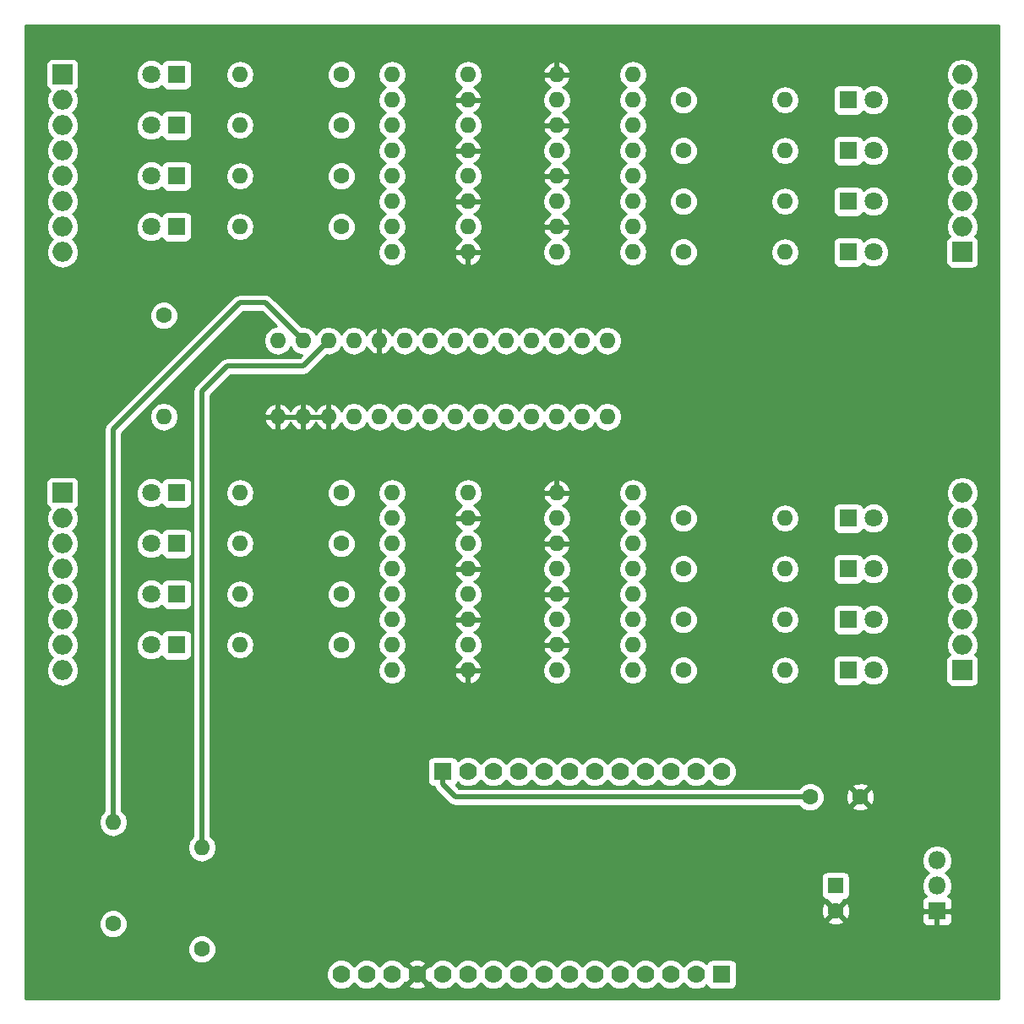
<source format=gbl>
G04 #@! TF.FileFunction,Copper,L2,Bot,Signal*
%FSLAX46Y46*%
G04 Gerber Fmt 4.6, Leading zero omitted, Abs format (unit mm)*
G04 Created by KiCad (PCBNEW 4.0.7) date Sunday, October 29, 2017 'PMt' 07:12:49 PM*
%MOMM*%
%LPD*%
G01*
G04 APERTURE LIST*
%ADD10C,0.100000*%
%ADD11C,1.778000*%
%ADD12R,1.778000X1.778000*%
%ADD13O,1.600000X1.600000*%
%ADD14R,1.800000X1.800000*%
%ADD15C,1.800000*%
%ADD16O,1.998980X1.998980*%
%ADD17R,1.998980X1.998980*%
%ADD18C,1.600000*%
%ADD19R,1.600000X1.600000*%
%ADD20O,1.800000X1.800000*%
%ADD21C,0.500000*%
%ADD22C,0.254000*%
G04 APERTURE END LIST*
D10*
D11*
X72390000Y-135890000D03*
X74930000Y-135890000D03*
X77470000Y-135890000D03*
X80010000Y-135890000D03*
X82550000Y-135890000D03*
X85090000Y-135890000D03*
X87630000Y-135890000D03*
X90170000Y-135890000D03*
X92710000Y-135890000D03*
X95250000Y-135890000D03*
X97790000Y-135890000D03*
X100330000Y-135890000D03*
X102870000Y-135890000D03*
X105410000Y-135890000D03*
X107950000Y-135890000D03*
D12*
X110490000Y-135890000D03*
D11*
X85090000Y-115570000D03*
D12*
X82550000Y-115570000D03*
D11*
X87630000Y-115570000D03*
X90170000Y-115570000D03*
X92710000Y-115570000D03*
X95250000Y-115570000D03*
X97790000Y-115570000D03*
X100330000Y-115570000D03*
X102870000Y-115570000D03*
X105410000Y-115570000D03*
X107950000Y-115570000D03*
X110490000Y-115570000D03*
D13*
X101600000Y-63500000D03*
X101600000Y-60960000D03*
X101600000Y-58420000D03*
X101600000Y-55880000D03*
X101600000Y-53340000D03*
X101600000Y-50800000D03*
X101600000Y-48260000D03*
X101600000Y-45720000D03*
X93980000Y-45720000D03*
X93980000Y-48260000D03*
X93980000Y-50800000D03*
X93980000Y-53340000D03*
X93980000Y-55880000D03*
X93980000Y-58420000D03*
X93980000Y-60960000D03*
X93980000Y-63500000D03*
D14*
X123190000Y-63500000D03*
D15*
X125730000Y-63500000D03*
D14*
X123190000Y-58420000D03*
D15*
X125730000Y-58420000D03*
D14*
X123190000Y-53340000D03*
D15*
X125730000Y-53340000D03*
D14*
X123190000Y-48260000D03*
D15*
X125730000Y-48260000D03*
D13*
X77470000Y-45720000D03*
X77470000Y-48260000D03*
X77470000Y-50800000D03*
X77470000Y-53340000D03*
X77470000Y-55880000D03*
X77470000Y-58420000D03*
X77470000Y-60960000D03*
X77470000Y-63500000D03*
X85090000Y-63500000D03*
X85090000Y-60960000D03*
X85090000Y-58420000D03*
X85090000Y-55880000D03*
X85090000Y-53340000D03*
X85090000Y-50800000D03*
X85090000Y-48260000D03*
X85090000Y-45720000D03*
X77470000Y-87630000D03*
X77470000Y-90170000D03*
X77470000Y-92710000D03*
X77470000Y-95250000D03*
X77470000Y-97790000D03*
X77470000Y-100330000D03*
X77470000Y-102870000D03*
X77470000Y-105410000D03*
X85090000Y-105410000D03*
X85090000Y-102870000D03*
X85090000Y-100330000D03*
X85090000Y-97790000D03*
X85090000Y-95250000D03*
X85090000Y-92710000D03*
X85090000Y-90170000D03*
X85090000Y-87630000D03*
X101600000Y-105410000D03*
X101600000Y-102870000D03*
X101600000Y-100330000D03*
X101600000Y-97790000D03*
X101600000Y-95250000D03*
X101600000Y-92710000D03*
X101600000Y-90170000D03*
X101600000Y-87630000D03*
X93980000Y-87630000D03*
X93980000Y-90170000D03*
X93980000Y-92710000D03*
X93980000Y-95250000D03*
X93980000Y-97790000D03*
X93980000Y-100330000D03*
X93980000Y-102870000D03*
X93980000Y-105410000D03*
D14*
X55880000Y-45720000D03*
D15*
X53340000Y-45720000D03*
D14*
X55880000Y-50800000D03*
D15*
X53340000Y-50800000D03*
D14*
X55880000Y-55880000D03*
D15*
X53340000Y-55880000D03*
D14*
X55880000Y-60960000D03*
D15*
X53340000Y-60960000D03*
D14*
X55880000Y-87630000D03*
D15*
X53340000Y-87630000D03*
D14*
X55880000Y-92710000D03*
D15*
X53340000Y-92710000D03*
D14*
X55880000Y-97790000D03*
D15*
X53340000Y-97790000D03*
D14*
X55880000Y-102870000D03*
D15*
X53340000Y-102870000D03*
D14*
X123190000Y-105410000D03*
D15*
X125730000Y-105410000D03*
D14*
X123190000Y-100330000D03*
D15*
X125730000Y-100330000D03*
D14*
X123190000Y-95250000D03*
D15*
X125730000Y-95250000D03*
D14*
X123190000Y-90170000D03*
D15*
X125730000Y-90170000D03*
D16*
X134620000Y-55880000D03*
D17*
X134620000Y-63500000D03*
D16*
X134620000Y-60960000D03*
X134620000Y-58420000D03*
X134620000Y-53340000D03*
X134620000Y-50800000D03*
X134620000Y-48260000D03*
X134620000Y-45720000D03*
X44450000Y-53340000D03*
D17*
X44450000Y-45720000D03*
D16*
X44450000Y-48260000D03*
X44450000Y-50800000D03*
X44450000Y-55880000D03*
X44450000Y-58420000D03*
X44450000Y-60960000D03*
X44450000Y-63500000D03*
X44450000Y-95250000D03*
D17*
X44450000Y-87630000D03*
D16*
X44450000Y-90170000D03*
X44450000Y-92710000D03*
X44450000Y-97790000D03*
X44450000Y-100330000D03*
X44450000Y-102870000D03*
X44450000Y-105410000D03*
X134620000Y-97790000D03*
D17*
X134620000Y-105410000D03*
D16*
X134620000Y-102870000D03*
X134620000Y-100330000D03*
X134620000Y-95250000D03*
X134620000Y-92710000D03*
X134620000Y-90170000D03*
X134620000Y-87630000D03*
D13*
X99060000Y-72390000D03*
X96520000Y-72390000D03*
X93980000Y-72390000D03*
X91440000Y-72390000D03*
X88900000Y-72390000D03*
X86360000Y-72390000D03*
X83820000Y-72390000D03*
X81280000Y-72390000D03*
X78740000Y-72390000D03*
X76200000Y-72390000D03*
X73660000Y-72390000D03*
X71120000Y-72390000D03*
X68580000Y-72390000D03*
X66040000Y-72390000D03*
X66040000Y-80010000D03*
X68580000Y-80010000D03*
X71120000Y-80010000D03*
X73660000Y-80010000D03*
X76200000Y-80010000D03*
X78740000Y-80010000D03*
X81280000Y-80010000D03*
X83820000Y-80010000D03*
X86360000Y-80010000D03*
X88900000Y-80010000D03*
X91440000Y-80010000D03*
X93980000Y-80010000D03*
X96520000Y-80010000D03*
X99060000Y-80010000D03*
D18*
X106680000Y-63500000D03*
D13*
X116840000Y-63500000D03*
D18*
X106680000Y-58420000D03*
D13*
X116840000Y-58420000D03*
D18*
X106680000Y-53340000D03*
D13*
X116840000Y-53340000D03*
D18*
X106680000Y-48260000D03*
D13*
X116840000Y-48260000D03*
D18*
X72390000Y-45720000D03*
D13*
X62230000Y-45720000D03*
D18*
X72390000Y-50800000D03*
D13*
X62230000Y-50800000D03*
D18*
X72390000Y-55880000D03*
D13*
X62230000Y-55880000D03*
D18*
X72390000Y-60960000D03*
D13*
X62230000Y-60960000D03*
D18*
X72390000Y-87630000D03*
D13*
X62230000Y-87630000D03*
D18*
X72390000Y-92710000D03*
D13*
X62230000Y-92710000D03*
D18*
X72390000Y-97790000D03*
D13*
X62230000Y-97790000D03*
D18*
X72390000Y-102870000D03*
D13*
X62230000Y-102870000D03*
D18*
X106680000Y-105410000D03*
D13*
X116840000Y-105410000D03*
D18*
X106680000Y-100330000D03*
D13*
X116840000Y-100330000D03*
D18*
X106680000Y-95250000D03*
D13*
X116840000Y-95250000D03*
D18*
X106680000Y-90170000D03*
D13*
X116840000Y-90170000D03*
D18*
X58420000Y-133350000D03*
D13*
X58420000Y-123190000D03*
D18*
X49530000Y-130810000D03*
D13*
X49530000Y-120650000D03*
D18*
X54610000Y-69850000D03*
D13*
X54610000Y-80010000D03*
D18*
X119380000Y-118110000D03*
X124380000Y-118110000D03*
D19*
X121920000Y-127000000D03*
D18*
X121920000Y-129500000D03*
D14*
X132080000Y-129540000D03*
D20*
X132080000Y-127000000D03*
X132080000Y-124460000D03*
D21*
X58420000Y-123190000D02*
X58420000Y-77470000D01*
X68580000Y-74930000D02*
X71120000Y-72390000D01*
X60960000Y-74930000D02*
X68580000Y-74930000D01*
X58420000Y-77470000D02*
X60960000Y-74930000D01*
X49530000Y-120650000D02*
X49530000Y-81280000D01*
X64770000Y-68580000D02*
X68580000Y-72390000D01*
X62230000Y-68580000D02*
X64770000Y-68580000D01*
X49530000Y-81280000D02*
X62230000Y-68580000D01*
X82550000Y-115570000D02*
X82550000Y-116840000D01*
X83820000Y-118110000D02*
X119380000Y-118110000D01*
X82550000Y-116840000D02*
X83820000Y-118110000D01*
D22*
G36*
X138290000Y-138290000D02*
X40767000Y-138290000D01*
X40767000Y-136191812D01*
X70865736Y-136191812D01*
X71097262Y-136752149D01*
X71525596Y-137181231D01*
X72085528Y-137413735D01*
X72691812Y-137414264D01*
X73252149Y-137182738D01*
X73660336Y-136775263D01*
X74065596Y-137181231D01*
X74625528Y-137413735D01*
X75231812Y-137414264D01*
X75792149Y-137182738D01*
X76200336Y-136775263D01*
X76605596Y-137181231D01*
X77165528Y-137413735D01*
X77771812Y-137414264D01*
X78332149Y-137182738D01*
X78553076Y-136962196D01*
X79117409Y-136962196D01*
X79202467Y-137217539D01*
X79771965Y-137425516D01*
X80377700Y-137399723D01*
X80817533Y-137217539D01*
X80902591Y-136962196D01*
X80010000Y-136069605D01*
X79117409Y-136962196D01*
X78553076Y-136962196D01*
X78761231Y-136754404D01*
X78772405Y-136727494D01*
X78937804Y-136782591D01*
X79830395Y-135890000D01*
X80189605Y-135890000D01*
X81082196Y-136782591D01*
X81247138Y-136727647D01*
X81257262Y-136752149D01*
X81685596Y-137181231D01*
X82245528Y-137413735D01*
X82851812Y-137414264D01*
X83412149Y-137182738D01*
X83820336Y-136775263D01*
X84225596Y-137181231D01*
X84785528Y-137413735D01*
X85391812Y-137414264D01*
X85952149Y-137182738D01*
X86360336Y-136775263D01*
X86765596Y-137181231D01*
X87325528Y-137413735D01*
X87931812Y-137414264D01*
X88492149Y-137182738D01*
X88900336Y-136775263D01*
X89305596Y-137181231D01*
X89865528Y-137413735D01*
X90471812Y-137414264D01*
X91032149Y-137182738D01*
X91440336Y-136775263D01*
X91845596Y-137181231D01*
X92405528Y-137413735D01*
X93011812Y-137414264D01*
X93572149Y-137182738D01*
X93980336Y-136775263D01*
X94385596Y-137181231D01*
X94945528Y-137413735D01*
X95551812Y-137414264D01*
X96112149Y-137182738D01*
X96520336Y-136775263D01*
X96925596Y-137181231D01*
X97485528Y-137413735D01*
X98091812Y-137414264D01*
X98652149Y-137182738D01*
X99060336Y-136775263D01*
X99465596Y-137181231D01*
X100025528Y-137413735D01*
X100631812Y-137414264D01*
X101192149Y-137182738D01*
X101600336Y-136775263D01*
X102005596Y-137181231D01*
X102565528Y-137413735D01*
X103171812Y-137414264D01*
X103732149Y-137182738D01*
X104140336Y-136775263D01*
X104545596Y-137181231D01*
X105105528Y-137413735D01*
X105711812Y-137414264D01*
X106272149Y-137182738D01*
X106680336Y-136775263D01*
X107085596Y-137181231D01*
X107645528Y-137413735D01*
X108251812Y-137414264D01*
X108812149Y-137182738D01*
X108995154Y-137000052D01*
X108997838Y-137014317D01*
X109136910Y-137230441D01*
X109349110Y-137375431D01*
X109601000Y-137426440D01*
X111379000Y-137426440D01*
X111614317Y-137382162D01*
X111830441Y-137243090D01*
X111975431Y-137030890D01*
X112026440Y-136779000D01*
X112026440Y-135001000D01*
X111982162Y-134765683D01*
X111843090Y-134549559D01*
X111630890Y-134404569D01*
X111379000Y-134353560D01*
X109601000Y-134353560D01*
X109365683Y-134397838D01*
X109149559Y-134536910D01*
X109004569Y-134749110D01*
X108997809Y-134782494D01*
X108814404Y-134598769D01*
X108254472Y-134366265D01*
X107648188Y-134365736D01*
X107087851Y-134597262D01*
X106679664Y-135004737D01*
X106274404Y-134598769D01*
X105714472Y-134366265D01*
X105108188Y-134365736D01*
X104547851Y-134597262D01*
X104139664Y-135004737D01*
X103734404Y-134598769D01*
X103174472Y-134366265D01*
X102568188Y-134365736D01*
X102007851Y-134597262D01*
X101599664Y-135004737D01*
X101194404Y-134598769D01*
X100634472Y-134366265D01*
X100028188Y-134365736D01*
X99467851Y-134597262D01*
X99059664Y-135004737D01*
X98654404Y-134598769D01*
X98094472Y-134366265D01*
X97488188Y-134365736D01*
X96927851Y-134597262D01*
X96519664Y-135004737D01*
X96114404Y-134598769D01*
X95554472Y-134366265D01*
X94948188Y-134365736D01*
X94387851Y-134597262D01*
X93979664Y-135004737D01*
X93574404Y-134598769D01*
X93014472Y-134366265D01*
X92408188Y-134365736D01*
X91847851Y-134597262D01*
X91439664Y-135004737D01*
X91034404Y-134598769D01*
X90474472Y-134366265D01*
X89868188Y-134365736D01*
X89307851Y-134597262D01*
X88899664Y-135004737D01*
X88494404Y-134598769D01*
X87934472Y-134366265D01*
X87328188Y-134365736D01*
X86767851Y-134597262D01*
X86359664Y-135004737D01*
X85954404Y-134598769D01*
X85394472Y-134366265D01*
X84788188Y-134365736D01*
X84227851Y-134597262D01*
X83819664Y-135004737D01*
X83414404Y-134598769D01*
X82854472Y-134366265D01*
X82248188Y-134365736D01*
X81687851Y-134597262D01*
X81258769Y-135025596D01*
X81247595Y-135052506D01*
X81082196Y-134997409D01*
X80189605Y-135890000D01*
X79830395Y-135890000D01*
X78937804Y-134997409D01*
X78772862Y-135052353D01*
X78762738Y-135027851D01*
X78553058Y-134817804D01*
X79117409Y-134817804D01*
X80010000Y-135710395D01*
X80902591Y-134817804D01*
X80817533Y-134562461D01*
X80248035Y-134354484D01*
X79642300Y-134380277D01*
X79202467Y-134562461D01*
X79117409Y-134817804D01*
X78553058Y-134817804D01*
X78334404Y-134598769D01*
X77774472Y-134366265D01*
X77168188Y-134365736D01*
X76607851Y-134597262D01*
X76199664Y-135004737D01*
X75794404Y-134598769D01*
X75234472Y-134366265D01*
X74628188Y-134365736D01*
X74067851Y-134597262D01*
X73659664Y-135004737D01*
X73254404Y-134598769D01*
X72694472Y-134366265D01*
X72088188Y-134365736D01*
X71527851Y-134597262D01*
X71098769Y-135025596D01*
X70866265Y-135585528D01*
X70865736Y-136191812D01*
X40767000Y-136191812D01*
X40767000Y-133634187D01*
X56984752Y-133634187D01*
X57202757Y-134161800D01*
X57606077Y-134565824D01*
X58133309Y-134784750D01*
X58704187Y-134785248D01*
X59231800Y-134567243D01*
X59635824Y-134163923D01*
X59854750Y-133636691D01*
X59855248Y-133065813D01*
X59637243Y-132538200D01*
X59233923Y-132134176D01*
X58706691Y-131915250D01*
X58135813Y-131914752D01*
X57608200Y-132132757D01*
X57204176Y-132536077D01*
X56985250Y-133063309D01*
X56984752Y-133634187D01*
X40767000Y-133634187D01*
X40767000Y-131094187D01*
X48094752Y-131094187D01*
X48312757Y-131621800D01*
X48716077Y-132025824D01*
X49243309Y-132244750D01*
X49814187Y-132245248D01*
X50341800Y-132027243D01*
X50745824Y-131623923D01*
X50964750Y-131096691D01*
X50965248Y-130525813D01*
X50957783Y-130507745D01*
X121091861Y-130507745D01*
X121165995Y-130753864D01*
X121703223Y-130946965D01*
X122273454Y-130919778D01*
X122674005Y-130753864D01*
X122748139Y-130507745D01*
X121920000Y-129679605D01*
X121091861Y-130507745D01*
X50957783Y-130507745D01*
X50747243Y-129998200D01*
X50343923Y-129594176D01*
X49816691Y-129375250D01*
X49245813Y-129374752D01*
X48718200Y-129592757D01*
X48314176Y-129996077D01*
X48095250Y-130523309D01*
X48094752Y-131094187D01*
X40767000Y-131094187D01*
X40767000Y-129283223D01*
X120473035Y-129283223D01*
X120500222Y-129853454D01*
X120666136Y-130254005D01*
X120912255Y-130328139D01*
X121740395Y-129500000D01*
X122099605Y-129500000D01*
X122927745Y-130328139D01*
X123173864Y-130254005D01*
X123327795Y-129825750D01*
X130545000Y-129825750D01*
X130545000Y-130566309D01*
X130641673Y-130799698D01*
X130820301Y-130978327D01*
X131053690Y-131075000D01*
X131794250Y-131075000D01*
X131953000Y-130916250D01*
X131953000Y-129667000D01*
X132207000Y-129667000D01*
X132207000Y-130916250D01*
X132365750Y-131075000D01*
X133106310Y-131075000D01*
X133339699Y-130978327D01*
X133518327Y-130799698D01*
X133615000Y-130566309D01*
X133615000Y-129825750D01*
X133456250Y-129667000D01*
X132207000Y-129667000D01*
X131953000Y-129667000D01*
X130703750Y-129667000D01*
X130545000Y-129825750D01*
X123327795Y-129825750D01*
X123366965Y-129716777D01*
X123339778Y-129146546D01*
X123173864Y-128745995D01*
X122927745Y-128671861D01*
X122099605Y-129500000D01*
X121740395Y-129500000D01*
X120912255Y-128671861D01*
X120666136Y-128745995D01*
X120473035Y-129283223D01*
X40767000Y-129283223D01*
X40767000Y-126200000D01*
X120472560Y-126200000D01*
X120472560Y-127800000D01*
X120516838Y-128035317D01*
X120655910Y-128251441D01*
X120868110Y-128396431D01*
X121106201Y-128444646D01*
X121091861Y-128492255D01*
X121920000Y-129320395D01*
X122748139Y-128492255D01*
X122733855Y-128444833D01*
X122955317Y-128403162D01*
X123171441Y-128264090D01*
X123316431Y-128051890D01*
X123367440Y-127800000D01*
X123367440Y-126200000D01*
X123323162Y-125964683D01*
X123184090Y-125748559D01*
X122971890Y-125603569D01*
X122720000Y-125552560D01*
X121120000Y-125552560D01*
X120884683Y-125596838D01*
X120668559Y-125735910D01*
X120523569Y-125948110D01*
X120472560Y-126200000D01*
X40767000Y-126200000D01*
X40767000Y-120621887D01*
X48095000Y-120621887D01*
X48095000Y-120678113D01*
X48204233Y-121227264D01*
X48515302Y-121692811D01*
X48980849Y-122003880D01*
X49530000Y-122113113D01*
X50079151Y-122003880D01*
X50544698Y-121692811D01*
X50855767Y-121227264D01*
X50965000Y-120678113D01*
X50965000Y-120621887D01*
X50855767Y-120072736D01*
X50544698Y-119607189D01*
X50415000Y-119520527D01*
X50415000Y-103173991D01*
X51804735Y-103173991D01*
X52037932Y-103738371D01*
X52469357Y-104170551D01*
X53033330Y-104404733D01*
X53643991Y-104405265D01*
X54208371Y-104172068D01*
X54376613Y-104004120D01*
X54376838Y-104005317D01*
X54515910Y-104221441D01*
X54728110Y-104366431D01*
X54980000Y-104417440D01*
X56780000Y-104417440D01*
X57015317Y-104373162D01*
X57231441Y-104234090D01*
X57376431Y-104021890D01*
X57427440Y-103770000D01*
X57427440Y-101970000D01*
X57383162Y-101734683D01*
X57244090Y-101518559D01*
X57031890Y-101373569D01*
X56780000Y-101322560D01*
X54980000Y-101322560D01*
X54744683Y-101366838D01*
X54528559Y-101505910D01*
X54383569Y-101718110D01*
X54379433Y-101738534D01*
X54210643Y-101569449D01*
X53646670Y-101335267D01*
X53036009Y-101334735D01*
X52471629Y-101567932D01*
X52039449Y-101999357D01*
X51805267Y-102563330D01*
X51804735Y-103173991D01*
X50415000Y-103173991D01*
X50415000Y-98093991D01*
X51804735Y-98093991D01*
X52037932Y-98658371D01*
X52469357Y-99090551D01*
X53033330Y-99324733D01*
X53643991Y-99325265D01*
X54208371Y-99092068D01*
X54376613Y-98924120D01*
X54376838Y-98925317D01*
X54515910Y-99141441D01*
X54728110Y-99286431D01*
X54980000Y-99337440D01*
X56780000Y-99337440D01*
X57015317Y-99293162D01*
X57231441Y-99154090D01*
X57376431Y-98941890D01*
X57427440Y-98690000D01*
X57427440Y-96890000D01*
X57383162Y-96654683D01*
X57244090Y-96438559D01*
X57031890Y-96293569D01*
X56780000Y-96242560D01*
X54980000Y-96242560D01*
X54744683Y-96286838D01*
X54528559Y-96425910D01*
X54383569Y-96638110D01*
X54379433Y-96658534D01*
X54210643Y-96489449D01*
X53646670Y-96255267D01*
X53036009Y-96254735D01*
X52471629Y-96487932D01*
X52039449Y-96919357D01*
X51805267Y-97483330D01*
X51804735Y-98093991D01*
X50415000Y-98093991D01*
X50415000Y-93013991D01*
X51804735Y-93013991D01*
X52037932Y-93578371D01*
X52469357Y-94010551D01*
X53033330Y-94244733D01*
X53643991Y-94245265D01*
X54208371Y-94012068D01*
X54376613Y-93844120D01*
X54376838Y-93845317D01*
X54515910Y-94061441D01*
X54728110Y-94206431D01*
X54980000Y-94257440D01*
X56780000Y-94257440D01*
X57015317Y-94213162D01*
X57231441Y-94074090D01*
X57376431Y-93861890D01*
X57427440Y-93610000D01*
X57427440Y-91810000D01*
X57383162Y-91574683D01*
X57244090Y-91358559D01*
X57031890Y-91213569D01*
X56780000Y-91162560D01*
X54980000Y-91162560D01*
X54744683Y-91206838D01*
X54528559Y-91345910D01*
X54383569Y-91558110D01*
X54379433Y-91578534D01*
X54210643Y-91409449D01*
X53646670Y-91175267D01*
X53036009Y-91174735D01*
X52471629Y-91407932D01*
X52039449Y-91839357D01*
X51805267Y-92403330D01*
X51804735Y-93013991D01*
X50415000Y-93013991D01*
X50415000Y-87933991D01*
X51804735Y-87933991D01*
X52037932Y-88498371D01*
X52469357Y-88930551D01*
X53033330Y-89164733D01*
X53643991Y-89165265D01*
X54208371Y-88932068D01*
X54376613Y-88764120D01*
X54376838Y-88765317D01*
X54515910Y-88981441D01*
X54728110Y-89126431D01*
X54980000Y-89177440D01*
X56780000Y-89177440D01*
X57015317Y-89133162D01*
X57231441Y-88994090D01*
X57376431Y-88781890D01*
X57427440Y-88530000D01*
X57427440Y-86730000D01*
X57383162Y-86494683D01*
X57244090Y-86278559D01*
X57031890Y-86133569D01*
X56780000Y-86082560D01*
X54980000Y-86082560D01*
X54744683Y-86126838D01*
X54528559Y-86265910D01*
X54383569Y-86478110D01*
X54379433Y-86498534D01*
X54210643Y-86329449D01*
X53646670Y-86095267D01*
X53036009Y-86094735D01*
X52471629Y-86327932D01*
X52039449Y-86759357D01*
X51805267Y-87323330D01*
X51804735Y-87933991D01*
X50415000Y-87933991D01*
X50415000Y-81646580D01*
X52079692Y-79981887D01*
X53175000Y-79981887D01*
X53175000Y-80038113D01*
X53284233Y-80587264D01*
X53595302Y-81052811D01*
X54060849Y-81363880D01*
X54610000Y-81473113D01*
X55159151Y-81363880D01*
X55624698Y-81052811D01*
X55935767Y-80587264D01*
X56045000Y-80038113D01*
X56045000Y-79981887D01*
X55935767Y-79432736D01*
X55624698Y-78967189D01*
X55159151Y-78656120D01*
X54610000Y-78546887D01*
X54060849Y-78656120D01*
X53595302Y-78967189D01*
X53284233Y-79432736D01*
X53175000Y-79981887D01*
X52079692Y-79981887D01*
X62596579Y-69465000D01*
X64403420Y-69465000D01*
X65894291Y-70955870D01*
X65490849Y-71036120D01*
X65025302Y-71347189D01*
X64714233Y-71812736D01*
X64605000Y-72361887D01*
X64605000Y-72418113D01*
X64714233Y-72967264D01*
X65025302Y-73432811D01*
X65490849Y-73743880D01*
X66040000Y-73853113D01*
X66589151Y-73743880D01*
X67054698Y-73432811D01*
X67310000Y-73050725D01*
X67565302Y-73432811D01*
X68030849Y-73743880D01*
X68434291Y-73824130D01*
X68213420Y-74045000D01*
X60960000Y-74045000D01*
X60621325Y-74112367D01*
X60334210Y-74304210D01*
X60334208Y-74304213D01*
X57794210Y-76844210D01*
X57602367Y-77131325D01*
X57602367Y-77131326D01*
X57534999Y-77470000D01*
X57535000Y-77470005D01*
X57535000Y-122060527D01*
X57405302Y-122147189D01*
X57094233Y-122612736D01*
X56985000Y-123161887D01*
X56985000Y-123218113D01*
X57094233Y-123767264D01*
X57405302Y-124232811D01*
X57870849Y-124543880D01*
X58420000Y-124653113D01*
X58969151Y-124543880D01*
X59139691Y-124429928D01*
X130545000Y-124429928D01*
X130545000Y-124490072D01*
X130661845Y-125077491D01*
X130994591Y-125575481D01*
X131225845Y-125730000D01*
X130994591Y-125884519D01*
X130661845Y-126382509D01*
X130545000Y-126969928D01*
X130545000Y-127030072D01*
X130661845Y-127617491D01*
X130949583Y-128048122D01*
X130820301Y-128101673D01*
X130641673Y-128280302D01*
X130545000Y-128513691D01*
X130545000Y-129254250D01*
X130703750Y-129413000D01*
X131953000Y-129413000D01*
X131953000Y-129393000D01*
X132207000Y-129393000D01*
X132207000Y-129413000D01*
X133456250Y-129413000D01*
X133615000Y-129254250D01*
X133615000Y-128513691D01*
X133518327Y-128280302D01*
X133339699Y-128101673D01*
X133210417Y-128048122D01*
X133498155Y-127617491D01*
X133615000Y-127030072D01*
X133615000Y-126969928D01*
X133498155Y-126382509D01*
X133165409Y-125884519D01*
X132934155Y-125730000D01*
X133165409Y-125575481D01*
X133498155Y-125077491D01*
X133615000Y-124490072D01*
X133615000Y-124429928D01*
X133498155Y-123842509D01*
X133165409Y-123344519D01*
X132667419Y-123011773D01*
X132080000Y-122894928D01*
X131492581Y-123011773D01*
X130994591Y-123344519D01*
X130661845Y-123842509D01*
X130545000Y-124429928D01*
X59139691Y-124429928D01*
X59434698Y-124232811D01*
X59745767Y-123767264D01*
X59855000Y-123218113D01*
X59855000Y-123161887D01*
X59745767Y-122612736D01*
X59434698Y-122147189D01*
X59305000Y-122060527D01*
X59305000Y-114681000D01*
X81013560Y-114681000D01*
X81013560Y-116459000D01*
X81057838Y-116694317D01*
X81196910Y-116910441D01*
X81409110Y-117055431D01*
X81661000Y-117106440D01*
X81717998Y-117106440D01*
X81732367Y-117178675D01*
X81810812Y-117296077D01*
X81924210Y-117465790D01*
X83194208Y-118735787D01*
X83194210Y-118735790D01*
X83472595Y-118921800D01*
X83481325Y-118927633D01*
X83820000Y-118995001D01*
X83820005Y-118995000D01*
X118235829Y-118995000D01*
X118566077Y-119325824D01*
X119093309Y-119544750D01*
X119664187Y-119545248D01*
X120191800Y-119327243D01*
X120401663Y-119117745D01*
X123551861Y-119117745D01*
X123625995Y-119363864D01*
X124163223Y-119556965D01*
X124733454Y-119529778D01*
X125134005Y-119363864D01*
X125208139Y-119117745D01*
X124380000Y-118289605D01*
X123551861Y-119117745D01*
X120401663Y-119117745D01*
X120595824Y-118923923D01*
X120814750Y-118396691D01*
X120815189Y-117893223D01*
X122933035Y-117893223D01*
X122960222Y-118463454D01*
X123126136Y-118864005D01*
X123372255Y-118938139D01*
X124200395Y-118110000D01*
X124559605Y-118110000D01*
X125387745Y-118938139D01*
X125633864Y-118864005D01*
X125826965Y-118326777D01*
X125799778Y-117756546D01*
X125633864Y-117355995D01*
X125387745Y-117281861D01*
X124559605Y-118110000D01*
X124200395Y-118110000D01*
X123372255Y-117281861D01*
X123126136Y-117355995D01*
X122933035Y-117893223D01*
X120815189Y-117893223D01*
X120815248Y-117825813D01*
X120597243Y-117298200D01*
X120401640Y-117102255D01*
X123551861Y-117102255D01*
X124380000Y-117930395D01*
X125208139Y-117102255D01*
X125134005Y-116856136D01*
X124596777Y-116663035D01*
X124026546Y-116690222D01*
X123625995Y-116856136D01*
X123551861Y-117102255D01*
X120401640Y-117102255D01*
X120193923Y-116894176D01*
X119666691Y-116675250D01*
X119095813Y-116674752D01*
X118568200Y-116892757D01*
X118235377Y-117225000D01*
X84186579Y-117225000D01*
X83886929Y-116925350D01*
X83890441Y-116923090D01*
X84035431Y-116710890D01*
X84042191Y-116677506D01*
X84225596Y-116861231D01*
X84785528Y-117093735D01*
X85391812Y-117094264D01*
X85952149Y-116862738D01*
X86360336Y-116455263D01*
X86765596Y-116861231D01*
X87325528Y-117093735D01*
X87931812Y-117094264D01*
X88492149Y-116862738D01*
X88900336Y-116455263D01*
X89305596Y-116861231D01*
X89865528Y-117093735D01*
X90471812Y-117094264D01*
X91032149Y-116862738D01*
X91440336Y-116455263D01*
X91845596Y-116861231D01*
X92405528Y-117093735D01*
X93011812Y-117094264D01*
X93572149Y-116862738D01*
X93980336Y-116455263D01*
X94385596Y-116861231D01*
X94945528Y-117093735D01*
X95551812Y-117094264D01*
X96112149Y-116862738D01*
X96520336Y-116455263D01*
X96925596Y-116861231D01*
X97485528Y-117093735D01*
X98091812Y-117094264D01*
X98652149Y-116862738D01*
X99060336Y-116455263D01*
X99465596Y-116861231D01*
X100025528Y-117093735D01*
X100631812Y-117094264D01*
X101192149Y-116862738D01*
X101600336Y-116455263D01*
X102005596Y-116861231D01*
X102565528Y-117093735D01*
X103171812Y-117094264D01*
X103732149Y-116862738D01*
X104140336Y-116455263D01*
X104545596Y-116861231D01*
X105105528Y-117093735D01*
X105711812Y-117094264D01*
X106272149Y-116862738D01*
X106680336Y-116455263D01*
X107085596Y-116861231D01*
X107645528Y-117093735D01*
X108251812Y-117094264D01*
X108812149Y-116862738D01*
X109220336Y-116455263D01*
X109625596Y-116861231D01*
X110185528Y-117093735D01*
X110791812Y-117094264D01*
X111352149Y-116862738D01*
X111781231Y-116434404D01*
X112013735Y-115874472D01*
X112014264Y-115268188D01*
X111782738Y-114707851D01*
X111354404Y-114278769D01*
X110794472Y-114046265D01*
X110188188Y-114045736D01*
X109627851Y-114277262D01*
X109219664Y-114684737D01*
X108814404Y-114278769D01*
X108254472Y-114046265D01*
X107648188Y-114045736D01*
X107087851Y-114277262D01*
X106679664Y-114684737D01*
X106274404Y-114278769D01*
X105714472Y-114046265D01*
X105108188Y-114045736D01*
X104547851Y-114277262D01*
X104139664Y-114684737D01*
X103734404Y-114278769D01*
X103174472Y-114046265D01*
X102568188Y-114045736D01*
X102007851Y-114277262D01*
X101599664Y-114684737D01*
X101194404Y-114278769D01*
X100634472Y-114046265D01*
X100028188Y-114045736D01*
X99467851Y-114277262D01*
X99059664Y-114684737D01*
X98654404Y-114278769D01*
X98094472Y-114046265D01*
X97488188Y-114045736D01*
X96927851Y-114277262D01*
X96519664Y-114684737D01*
X96114404Y-114278769D01*
X95554472Y-114046265D01*
X94948188Y-114045736D01*
X94387851Y-114277262D01*
X93979664Y-114684737D01*
X93574404Y-114278769D01*
X93014472Y-114046265D01*
X92408188Y-114045736D01*
X91847851Y-114277262D01*
X91439664Y-114684737D01*
X91034404Y-114278769D01*
X90474472Y-114046265D01*
X89868188Y-114045736D01*
X89307851Y-114277262D01*
X88899664Y-114684737D01*
X88494404Y-114278769D01*
X87934472Y-114046265D01*
X87328188Y-114045736D01*
X86767851Y-114277262D01*
X86359664Y-114684737D01*
X85954404Y-114278769D01*
X85394472Y-114046265D01*
X84788188Y-114045736D01*
X84227851Y-114277262D01*
X84044846Y-114459948D01*
X84042162Y-114445683D01*
X83903090Y-114229559D01*
X83690890Y-114084569D01*
X83439000Y-114033560D01*
X81661000Y-114033560D01*
X81425683Y-114077838D01*
X81209559Y-114216910D01*
X81064569Y-114429110D01*
X81013560Y-114681000D01*
X59305000Y-114681000D01*
X59305000Y-102870000D01*
X60766887Y-102870000D01*
X60876120Y-103419151D01*
X61187189Y-103884698D01*
X61652736Y-104195767D01*
X62201887Y-104305000D01*
X62258113Y-104305000D01*
X62807264Y-104195767D01*
X63272811Y-103884698D01*
X63583880Y-103419151D01*
X63636584Y-103154187D01*
X70954752Y-103154187D01*
X71172757Y-103681800D01*
X71576077Y-104085824D01*
X72103309Y-104304750D01*
X72674187Y-104305248D01*
X73201800Y-104087243D01*
X73605824Y-103683923D01*
X73824750Y-103156691D01*
X73825248Y-102585813D01*
X73607243Y-102058200D01*
X73203923Y-101654176D01*
X72676691Y-101435250D01*
X72105813Y-101434752D01*
X71578200Y-101652757D01*
X71174176Y-102056077D01*
X70955250Y-102583309D01*
X70954752Y-103154187D01*
X63636584Y-103154187D01*
X63693113Y-102870000D01*
X63583880Y-102320849D01*
X63272811Y-101855302D01*
X62807264Y-101544233D01*
X62258113Y-101435000D01*
X62201887Y-101435000D01*
X61652736Y-101544233D01*
X61187189Y-101855302D01*
X60876120Y-102320849D01*
X60766887Y-102870000D01*
X59305000Y-102870000D01*
X59305000Y-97790000D01*
X60766887Y-97790000D01*
X60876120Y-98339151D01*
X61187189Y-98804698D01*
X61652736Y-99115767D01*
X62201887Y-99225000D01*
X62258113Y-99225000D01*
X62807264Y-99115767D01*
X63272811Y-98804698D01*
X63583880Y-98339151D01*
X63636584Y-98074187D01*
X70954752Y-98074187D01*
X71172757Y-98601800D01*
X71576077Y-99005824D01*
X72103309Y-99224750D01*
X72674187Y-99225248D01*
X73201800Y-99007243D01*
X73605824Y-98603923D01*
X73824750Y-98076691D01*
X73825248Y-97505813D01*
X73607243Y-96978200D01*
X73203923Y-96574176D01*
X72676691Y-96355250D01*
X72105813Y-96354752D01*
X71578200Y-96572757D01*
X71174176Y-96976077D01*
X70955250Y-97503309D01*
X70954752Y-98074187D01*
X63636584Y-98074187D01*
X63693113Y-97790000D01*
X63583880Y-97240849D01*
X63272811Y-96775302D01*
X62807264Y-96464233D01*
X62258113Y-96355000D01*
X62201887Y-96355000D01*
X61652736Y-96464233D01*
X61187189Y-96775302D01*
X60876120Y-97240849D01*
X60766887Y-97790000D01*
X59305000Y-97790000D01*
X59305000Y-92710000D01*
X60766887Y-92710000D01*
X60876120Y-93259151D01*
X61187189Y-93724698D01*
X61652736Y-94035767D01*
X62201887Y-94145000D01*
X62258113Y-94145000D01*
X62807264Y-94035767D01*
X63272811Y-93724698D01*
X63583880Y-93259151D01*
X63636584Y-92994187D01*
X70954752Y-92994187D01*
X71172757Y-93521800D01*
X71576077Y-93925824D01*
X72103309Y-94144750D01*
X72674187Y-94145248D01*
X73201800Y-93927243D01*
X73605824Y-93523923D01*
X73824750Y-92996691D01*
X73825248Y-92425813D01*
X73607243Y-91898200D01*
X73203923Y-91494176D01*
X72676691Y-91275250D01*
X72105813Y-91274752D01*
X71578200Y-91492757D01*
X71174176Y-91896077D01*
X70955250Y-92423309D01*
X70954752Y-92994187D01*
X63636584Y-92994187D01*
X63693113Y-92710000D01*
X63583880Y-92160849D01*
X63272811Y-91695302D01*
X62807264Y-91384233D01*
X62258113Y-91275000D01*
X62201887Y-91275000D01*
X61652736Y-91384233D01*
X61187189Y-91695302D01*
X60876120Y-92160849D01*
X60766887Y-92710000D01*
X59305000Y-92710000D01*
X59305000Y-87630000D01*
X60766887Y-87630000D01*
X60876120Y-88179151D01*
X61187189Y-88644698D01*
X61652736Y-88955767D01*
X62201887Y-89065000D01*
X62258113Y-89065000D01*
X62807264Y-88955767D01*
X63272811Y-88644698D01*
X63583880Y-88179151D01*
X63636584Y-87914187D01*
X70954752Y-87914187D01*
X71172757Y-88441800D01*
X71576077Y-88845824D01*
X72103309Y-89064750D01*
X72674187Y-89065248D01*
X73201800Y-88847243D01*
X73605824Y-88443923D01*
X73824750Y-87916691D01*
X73825000Y-87630000D01*
X76006887Y-87630000D01*
X76116120Y-88179151D01*
X76427189Y-88644698D01*
X76809275Y-88900000D01*
X76427189Y-89155302D01*
X76116120Y-89620849D01*
X76006887Y-90170000D01*
X76116120Y-90719151D01*
X76427189Y-91184698D01*
X76809275Y-91440000D01*
X76427189Y-91695302D01*
X76116120Y-92160849D01*
X76006887Y-92710000D01*
X76116120Y-93259151D01*
X76427189Y-93724698D01*
X76809275Y-93980000D01*
X76427189Y-94235302D01*
X76116120Y-94700849D01*
X76006887Y-95250000D01*
X76116120Y-95799151D01*
X76427189Y-96264698D01*
X76809275Y-96520000D01*
X76427189Y-96775302D01*
X76116120Y-97240849D01*
X76006887Y-97790000D01*
X76116120Y-98339151D01*
X76427189Y-98804698D01*
X76809275Y-99060000D01*
X76427189Y-99315302D01*
X76116120Y-99780849D01*
X76006887Y-100330000D01*
X76116120Y-100879151D01*
X76427189Y-101344698D01*
X76809275Y-101600000D01*
X76427189Y-101855302D01*
X76116120Y-102320849D01*
X76006887Y-102870000D01*
X76116120Y-103419151D01*
X76427189Y-103884698D01*
X76809275Y-104140000D01*
X76427189Y-104395302D01*
X76116120Y-104860849D01*
X76006887Y-105410000D01*
X76116120Y-105959151D01*
X76427189Y-106424698D01*
X76892736Y-106735767D01*
X77441887Y-106845000D01*
X77498113Y-106845000D01*
X78047264Y-106735767D01*
X78512811Y-106424698D01*
X78823880Y-105959151D01*
X78863684Y-105759039D01*
X83698096Y-105759039D01*
X83858959Y-106147423D01*
X84234866Y-106562389D01*
X84740959Y-106801914D01*
X84963000Y-106680629D01*
X84963000Y-105537000D01*
X85217000Y-105537000D01*
X85217000Y-106680629D01*
X85439041Y-106801914D01*
X85945134Y-106562389D01*
X86321041Y-106147423D01*
X86481904Y-105759039D01*
X86359915Y-105537000D01*
X85217000Y-105537000D01*
X84963000Y-105537000D01*
X83820085Y-105537000D01*
X83698096Y-105759039D01*
X78863684Y-105759039D01*
X78933113Y-105410000D01*
X92516887Y-105410000D01*
X92626120Y-105959151D01*
X92937189Y-106424698D01*
X93402736Y-106735767D01*
X93951887Y-106845000D01*
X94008113Y-106845000D01*
X94557264Y-106735767D01*
X95022811Y-106424698D01*
X95333880Y-105959151D01*
X95443113Y-105410000D01*
X95333880Y-104860849D01*
X95022811Y-104395302D01*
X94618297Y-104125014D01*
X94835134Y-104022389D01*
X95211041Y-103607423D01*
X95371904Y-103219039D01*
X95249915Y-102997000D01*
X94107000Y-102997000D01*
X94107000Y-103017000D01*
X93853000Y-103017000D01*
X93853000Y-102997000D01*
X92710085Y-102997000D01*
X92588096Y-103219039D01*
X92748959Y-103607423D01*
X93124866Y-104022389D01*
X93341703Y-104125014D01*
X92937189Y-104395302D01*
X92626120Y-104860849D01*
X92516887Y-105410000D01*
X78933113Y-105410000D01*
X78823880Y-104860849D01*
X78512811Y-104395302D01*
X78130725Y-104140000D01*
X78512811Y-103884698D01*
X78823880Y-103419151D01*
X78933113Y-102870000D01*
X83626887Y-102870000D01*
X83736120Y-103419151D01*
X84047189Y-103884698D01*
X84451703Y-104154986D01*
X84234866Y-104257611D01*
X83858959Y-104672577D01*
X83698096Y-105060961D01*
X83820085Y-105283000D01*
X84963000Y-105283000D01*
X84963000Y-105263000D01*
X85217000Y-105263000D01*
X85217000Y-105283000D01*
X86359915Y-105283000D01*
X86481904Y-105060961D01*
X86321041Y-104672577D01*
X85945134Y-104257611D01*
X85728297Y-104154986D01*
X86132811Y-103884698D01*
X86443880Y-103419151D01*
X86553113Y-102870000D01*
X86443880Y-102320849D01*
X86132811Y-101855302D01*
X85728297Y-101585014D01*
X85945134Y-101482389D01*
X86321041Y-101067423D01*
X86481904Y-100679039D01*
X86359915Y-100457000D01*
X85217000Y-100457000D01*
X85217000Y-100477000D01*
X84963000Y-100477000D01*
X84963000Y-100457000D01*
X83820085Y-100457000D01*
X83698096Y-100679039D01*
X83858959Y-101067423D01*
X84234866Y-101482389D01*
X84451703Y-101585014D01*
X84047189Y-101855302D01*
X83736120Y-102320849D01*
X83626887Y-102870000D01*
X78933113Y-102870000D01*
X78823880Y-102320849D01*
X78512811Y-101855302D01*
X78130725Y-101600000D01*
X78512811Y-101344698D01*
X78823880Y-100879151D01*
X78933113Y-100330000D01*
X92516887Y-100330000D01*
X92626120Y-100879151D01*
X92937189Y-101344698D01*
X93341703Y-101614986D01*
X93124866Y-101717611D01*
X92748959Y-102132577D01*
X92588096Y-102520961D01*
X92710085Y-102743000D01*
X93853000Y-102743000D01*
X93853000Y-102723000D01*
X94107000Y-102723000D01*
X94107000Y-102743000D01*
X95249915Y-102743000D01*
X95371904Y-102520961D01*
X95211041Y-102132577D01*
X94835134Y-101717611D01*
X94618297Y-101614986D01*
X95022811Y-101344698D01*
X95333880Y-100879151D01*
X95443113Y-100330000D01*
X95333880Y-99780849D01*
X95022811Y-99315302D01*
X94618297Y-99045014D01*
X94835134Y-98942389D01*
X95211041Y-98527423D01*
X95371904Y-98139039D01*
X95249915Y-97917000D01*
X94107000Y-97917000D01*
X94107000Y-97937000D01*
X93853000Y-97937000D01*
X93853000Y-97917000D01*
X92710085Y-97917000D01*
X92588096Y-98139039D01*
X92748959Y-98527423D01*
X93124866Y-98942389D01*
X93341703Y-99045014D01*
X92937189Y-99315302D01*
X92626120Y-99780849D01*
X92516887Y-100330000D01*
X78933113Y-100330000D01*
X78823880Y-99780849D01*
X78512811Y-99315302D01*
X78130725Y-99060000D01*
X78512811Y-98804698D01*
X78823880Y-98339151D01*
X78933113Y-97790000D01*
X83626887Y-97790000D01*
X83736120Y-98339151D01*
X84047189Y-98804698D01*
X84451703Y-99074986D01*
X84234866Y-99177611D01*
X83858959Y-99592577D01*
X83698096Y-99980961D01*
X83820085Y-100203000D01*
X84963000Y-100203000D01*
X84963000Y-100183000D01*
X85217000Y-100183000D01*
X85217000Y-100203000D01*
X86359915Y-100203000D01*
X86481904Y-99980961D01*
X86321041Y-99592577D01*
X85945134Y-99177611D01*
X85728297Y-99074986D01*
X86132811Y-98804698D01*
X86443880Y-98339151D01*
X86553113Y-97790000D01*
X86443880Y-97240849D01*
X86132811Y-96775302D01*
X85728297Y-96505014D01*
X85945134Y-96402389D01*
X86321041Y-95987423D01*
X86481904Y-95599039D01*
X86359915Y-95377000D01*
X85217000Y-95377000D01*
X85217000Y-95397000D01*
X84963000Y-95397000D01*
X84963000Y-95377000D01*
X83820085Y-95377000D01*
X83698096Y-95599039D01*
X83858959Y-95987423D01*
X84234866Y-96402389D01*
X84451703Y-96505014D01*
X84047189Y-96775302D01*
X83736120Y-97240849D01*
X83626887Y-97790000D01*
X78933113Y-97790000D01*
X78823880Y-97240849D01*
X78512811Y-96775302D01*
X78130725Y-96520000D01*
X78512811Y-96264698D01*
X78823880Y-95799151D01*
X78933113Y-95250000D01*
X92516887Y-95250000D01*
X92626120Y-95799151D01*
X92937189Y-96264698D01*
X93341703Y-96534986D01*
X93124866Y-96637611D01*
X92748959Y-97052577D01*
X92588096Y-97440961D01*
X92710085Y-97663000D01*
X93853000Y-97663000D01*
X93853000Y-97643000D01*
X94107000Y-97643000D01*
X94107000Y-97663000D01*
X95249915Y-97663000D01*
X95371904Y-97440961D01*
X95211041Y-97052577D01*
X94835134Y-96637611D01*
X94618297Y-96534986D01*
X95022811Y-96264698D01*
X95333880Y-95799151D01*
X95443113Y-95250000D01*
X95333880Y-94700849D01*
X95022811Y-94235302D01*
X94618297Y-93965014D01*
X94835134Y-93862389D01*
X95211041Y-93447423D01*
X95371904Y-93059039D01*
X95249915Y-92837000D01*
X94107000Y-92837000D01*
X94107000Y-92857000D01*
X93853000Y-92857000D01*
X93853000Y-92837000D01*
X92710085Y-92837000D01*
X92588096Y-93059039D01*
X92748959Y-93447423D01*
X93124866Y-93862389D01*
X93341703Y-93965014D01*
X92937189Y-94235302D01*
X92626120Y-94700849D01*
X92516887Y-95250000D01*
X78933113Y-95250000D01*
X78823880Y-94700849D01*
X78512811Y-94235302D01*
X78130725Y-93980000D01*
X78512811Y-93724698D01*
X78823880Y-93259151D01*
X78933113Y-92710000D01*
X83626887Y-92710000D01*
X83736120Y-93259151D01*
X84047189Y-93724698D01*
X84451703Y-93994986D01*
X84234866Y-94097611D01*
X83858959Y-94512577D01*
X83698096Y-94900961D01*
X83820085Y-95123000D01*
X84963000Y-95123000D01*
X84963000Y-95103000D01*
X85217000Y-95103000D01*
X85217000Y-95123000D01*
X86359915Y-95123000D01*
X86481904Y-94900961D01*
X86321041Y-94512577D01*
X85945134Y-94097611D01*
X85728297Y-93994986D01*
X86132811Y-93724698D01*
X86443880Y-93259151D01*
X86553113Y-92710000D01*
X86443880Y-92160849D01*
X86132811Y-91695302D01*
X85728297Y-91425014D01*
X85945134Y-91322389D01*
X86321041Y-90907423D01*
X86481904Y-90519039D01*
X86359915Y-90297000D01*
X85217000Y-90297000D01*
X85217000Y-90317000D01*
X84963000Y-90317000D01*
X84963000Y-90297000D01*
X83820085Y-90297000D01*
X83698096Y-90519039D01*
X83858959Y-90907423D01*
X84234866Y-91322389D01*
X84451703Y-91425014D01*
X84047189Y-91695302D01*
X83736120Y-92160849D01*
X83626887Y-92710000D01*
X78933113Y-92710000D01*
X78823880Y-92160849D01*
X78512811Y-91695302D01*
X78130725Y-91440000D01*
X78512811Y-91184698D01*
X78823880Y-90719151D01*
X78933113Y-90170000D01*
X92516887Y-90170000D01*
X92626120Y-90719151D01*
X92937189Y-91184698D01*
X93341703Y-91454986D01*
X93124866Y-91557611D01*
X92748959Y-91972577D01*
X92588096Y-92360961D01*
X92710085Y-92583000D01*
X93853000Y-92583000D01*
X93853000Y-92563000D01*
X94107000Y-92563000D01*
X94107000Y-92583000D01*
X95249915Y-92583000D01*
X95371904Y-92360961D01*
X95211041Y-91972577D01*
X94835134Y-91557611D01*
X94618297Y-91454986D01*
X95022811Y-91184698D01*
X95333880Y-90719151D01*
X95443113Y-90170000D01*
X95333880Y-89620849D01*
X95022811Y-89155302D01*
X94618297Y-88885014D01*
X94835134Y-88782389D01*
X95211041Y-88367423D01*
X95371904Y-87979039D01*
X95249915Y-87757000D01*
X94107000Y-87757000D01*
X94107000Y-87777000D01*
X93853000Y-87777000D01*
X93853000Y-87757000D01*
X92710085Y-87757000D01*
X92588096Y-87979039D01*
X92748959Y-88367423D01*
X93124866Y-88782389D01*
X93341703Y-88885014D01*
X92937189Y-89155302D01*
X92626120Y-89620849D01*
X92516887Y-90170000D01*
X78933113Y-90170000D01*
X78823880Y-89620849D01*
X78512811Y-89155302D01*
X78130725Y-88900000D01*
X78512811Y-88644698D01*
X78823880Y-88179151D01*
X78933113Y-87630000D01*
X83626887Y-87630000D01*
X83736120Y-88179151D01*
X84047189Y-88644698D01*
X84451703Y-88914986D01*
X84234866Y-89017611D01*
X83858959Y-89432577D01*
X83698096Y-89820961D01*
X83820085Y-90043000D01*
X84963000Y-90043000D01*
X84963000Y-90023000D01*
X85217000Y-90023000D01*
X85217000Y-90043000D01*
X86359915Y-90043000D01*
X86481904Y-89820961D01*
X86321041Y-89432577D01*
X85945134Y-89017611D01*
X85728297Y-88914986D01*
X86132811Y-88644698D01*
X86443880Y-88179151D01*
X86553113Y-87630000D01*
X100136887Y-87630000D01*
X100246120Y-88179151D01*
X100557189Y-88644698D01*
X100939275Y-88900000D01*
X100557189Y-89155302D01*
X100246120Y-89620849D01*
X100136887Y-90170000D01*
X100246120Y-90719151D01*
X100557189Y-91184698D01*
X100939275Y-91440000D01*
X100557189Y-91695302D01*
X100246120Y-92160849D01*
X100136887Y-92710000D01*
X100246120Y-93259151D01*
X100557189Y-93724698D01*
X100939275Y-93980000D01*
X100557189Y-94235302D01*
X100246120Y-94700849D01*
X100136887Y-95250000D01*
X100246120Y-95799151D01*
X100557189Y-96264698D01*
X100939275Y-96520000D01*
X100557189Y-96775302D01*
X100246120Y-97240849D01*
X100136887Y-97790000D01*
X100246120Y-98339151D01*
X100557189Y-98804698D01*
X100939275Y-99060000D01*
X100557189Y-99315302D01*
X100246120Y-99780849D01*
X100136887Y-100330000D01*
X100246120Y-100879151D01*
X100557189Y-101344698D01*
X100939275Y-101600000D01*
X100557189Y-101855302D01*
X100246120Y-102320849D01*
X100136887Y-102870000D01*
X100246120Y-103419151D01*
X100557189Y-103884698D01*
X100939275Y-104140000D01*
X100557189Y-104395302D01*
X100246120Y-104860849D01*
X100136887Y-105410000D01*
X100246120Y-105959151D01*
X100557189Y-106424698D01*
X101022736Y-106735767D01*
X101571887Y-106845000D01*
X101628113Y-106845000D01*
X102177264Y-106735767D01*
X102642811Y-106424698D01*
X102953880Y-105959151D01*
X103006584Y-105694187D01*
X105244752Y-105694187D01*
X105462757Y-106221800D01*
X105866077Y-106625824D01*
X106393309Y-106844750D01*
X106964187Y-106845248D01*
X107491800Y-106627243D01*
X107895824Y-106223923D01*
X108114750Y-105696691D01*
X108115000Y-105410000D01*
X115376887Y-105410000D01*
X115486120Y-105959151D01*
X115797189Y-106424698D01*
X116262736Y-106735767D01*
X116811887Y-106845000D01*
X116868113Y-106845000D01*
X117417264Y-106735767D01*
X117882811Y-106424698D01*
X118193880Y-105959151D01*
X118303113Y-105410000D01*
X118193880Y-104860849D01*
X117959450Y-104510000D01*
X121642560Y-104510000D01*
X121642560Y-106310000D01*
X121686838Y-106545317D01*
X121825910Y-106761441D01*
X122038110Y-106906431D01*
X122290000Y-106957440D01*
X124090000Y-106957440D01*
X124325317Y-106913162D01*
X124541441Y-106774090D01*
X124686431Y-106561890D01*
X124690567Y-106541466D01*
X124859357Y-106710551D01*
X125423330Y-106944733D01*
X126033991Y-106945265D01*
X126598371Y-106712068D01*
X127030551Y-106280643D01*
X127264733Y-105716670D01*
X127265265Y-105106009D01*
X127032068Y-104541629D01*
X126901179Y-104410510D01*
X132973070Y-104410510D01*
X132973070Y-106409490D01*
X133017348Y-106644807D01*
X133156420Y-106860931D01*
X133368620Y-107005921D01*
X133620510Y-107056930D01*
X135619490Y-107056930D01*
X135854807Y-107012652D01*
X136070931Y-106873580D01*
X136215921Y-106661380D01*
X136266930Y-106409490D01*
X136266930Y-104410510D01*
X136222652Y-104175193D01*
X136083580Y-103959069D01*
X135917527Y-103845610D01*
X136130072Y-103527514D01*
X136254490Y-102902022D01*
X136254490Y-102837978D01*
X136130072Y-102212486D01*
X135775759Y-101682219D01*
X135652710Y-101600000D01*
X135775759Y-101517781D01*
X136130072Y-100987514D01*
X136254490Y-100362022D01*
X136254490Y-100297978D01*
X136130072Y-99672486D01*
X135775759Y-99142219D01*
X135652710Y-99060000D01*
X135775759Y-98977781D01*
X136130072Y-98447514D01*
X136254490Y-97822022D01*
X136254490Y-97757978D01*
X136130072Y-97132486D01*
X135775759Y-96602219D01*
X135652710Y-96520000D01*
X135775759Y-96437781D01*
X136130072Y-95907514D01*
X136254490Y-95282022D01*
X136254490Y-95217978D01*
X136130072Y-94592486D01*
X135775759Y-94062219D01*
X135652710Y-93980000D01*
X135775759Y-93897781D01*
X136130072Y-93367514D01*
X136254490Y-92742022D01*
X136254490Y-92677978D01*
X136130072Y-92052486D01*
X135775759Y-91522219D01*
X135652710Y-91440000D01*
X135775759Y-91357781D01*
X136130072Y-90827514D01*
X136254490Y-90202022D01*
X136254490Y-90137978D01*
X136130072Y-89512486D01*
X135775759Y-88982219D01*
X135652710Y-88900000D01*
X135775759Y-88817781D01*
X136130072Y-88287514D01*
X136254490Y-87662022D01*
X136254490Y-87597978D01*
X136130072Y-86972486D01*
X135775759Y-86442219D01*
X135245492Y-86087906D01*
X134620000Y-85963488D01*
X133994508Y-86087906D01*
X133464241Y-86442219D01*
X133109928Y-86972486D01*
X132985510Y-87597978D01*
X132985510Y-87662022D01*
X133109928Y-88287514D01*
X133464241Y-88817781D01*
X133587290Y-88900000D01*
X133464241Y-88982219D01*
X133109928Y-89512486D01*
X132985510Y-90137978D01*
X132985510Y-90202022D01*
X133109928Y-90827514D01*
X133464241Y-91357781D01*
X133587290Y-91440000D01*
X133464241Y-91522219D01*
X133109928Y-92052486D01*
X132985510Y-92677978D01*
X132985510Y-92742022D01*
X133109928Y-93367514D01*
X133464241Y-93897781D01*
X133587290Y-93980000D01*
X133464241Y-94062219D01*
X133109928Y-94592486D01*
X132985510Y-95217978D01*
X132985510Y-95282022D01*
X133109928Y-95907514D01*
X133464241Y-96437781D01*
X133587290Y-96520000D01*
X133464241Y-96602219D01*
X133109928Y-97132486D01*
X132985510Y-97757978D01*
X132985510Y-97822022D01*
X133109928Y-98447514D01*
X133464241Y-98977781D01*
X133587290Y-99060000D01*
X133464241Y-99142219D01*
X133109928Y-99672486D01*
X132985510Y-100297978D01*
X132985510Y-100362022D01*
X133109928Y-100987514D01*
X133464241Y-101517781D01*
X133587290Y-101600000D01*
X133464241Y-101682219D01*
X133109928Y-102212486D01*
X132985510Y-102837978D01*
X132985510Y-102902022D01*
X133109928Y-103527514D01*
X133323453Y-103847077D01*
X133169069Y-103946420D01*
X133024079Y-104158620D01*
X132973070Y-104410510D01*
X126901179Y-104410510D01*
X126600643Y-104109449D01*
X126036670Y-103875267D01*
X125426009Y-103874735D01*
X124861629Y-104107932D01*
X124693387Y-104275880D01*
X124693162Y-104274683D01*
X124554090Y-104058559D01*
X124341890Y-103913569D01*
X124090000Y-103862560D01*
X122290000Y-103862560D01*
X122054683Y-103906838D01*
X121838559Y-104045910D01*
X121693569Y-104258110D01*
X121642560Y-104510000D01*
X117959450Y-104510000D01*
X117882811Y-104395302D01*
X117417264Y-104084233D01*
X116868113Y-103975000D01*
X116811887Y-103975000D01*
X116262736Y-104084233D01*
X115797189Y-104395302D01*
X115486120Y-104860849D01*
X115376887Y-105410000D01*
X108115000Y-105410000D01*
X108115248Y-105125813D01*
X107897243Y-104598200D01*
X107493923Y-104194176D01*
X106966691Y-103975250D01*
X106395813Y-103974752D01*
X105868200Y-104192757D01*
X105464176Y-104596077D01*
X105245250Y-105123309D01*
X105244752Y-105694187D01*
X103006584Y-105694187D01*
X103063113Y-105410000D01*
X102953880Y-104860849D01*
X102642811Y-104395302D01*
X102260725Y-104140000D01*
X102642811Y-103884698D01*
X102953880Y-103419151D01*
X103063113Y-102870000D01*
X102953880Y-102320849D01*
X102642811Y-101855302D01*
X102260725Y-101600000D01*
X102642811Y-101344698D01*
X102953880Y-100879151D01*
X103006584Y-100614187D01*
X105244752Y-100614187D01*
X105462757Y-101141800D01*
X105866077Y-101545824D01*
X106393309Y-101764750D01*
X106964187Y-101765248D01*
X107491800Y-101547243D01*
X107895824Y-101143923D01*
X108114750Y-100616691D01*
X108115000Y-100330000D01*
X115376887Y-100330000D01*
X115486120Y-100879151D01*
X115797189Y-101344698D01*
X116262736Y-101655767D01*
X116811887Y-101765000D01*
X116868113Y-101765000D01*
X117417264Y-101655767D01*
X117882811Y-101344698D01*
X118193880Y-100879151D01*
X118303113Y-100330000D01*
X118193880Y-99780849D01*
X117959450Y-99430000D01*
X121642560Y-99430000D01*
X121642560Y-101230000D01*
X121686838Y-101465317D01*
X121825910Y-101681441D01*
X122038110Y-101826431D01*
X122290000Y-101877440D01*
X124090000Y-101877440D01*
X124325317Y-101833162D01*
X124541441Y-101694090D01*
X124686431Y-101481890D01*
X124690567Y-101461466D01*
X124859357Y-101630551D01*
X125423330Y-101864733D01*
X126033991Y-101865265D01*
X126598371Y-101632068D01*
X127030551Y-101200643D01*
X127264733Y-100636670D01*
X127265265Y-100026009D01*
X127032068Y-99461629D01*
X126600643Y-99029449D01*
X126036670Y-98795267D01*
X125426009Y-98794735D01*
X124861629Y-99027932D01*
X124693387Y-99195880D01*
X124693162Y-99194683D01*
X124554090Y-98978559D01*
X124341890Y-98833569D01*
X124090000Y-98782560D01*
X122290000Y-98782560D01*
X122054683Y-98826838D01*
X121838559Y-98965910D01*
X121693569Y-99178110D01*
X121642560Y-99430000D01*
X117959450Y-99430000D01*
X117882811Y-99315302D01*
X117417264Y-99004233D01*
X116868113Y-98895000D01*
X116811887Y-98895000D01*
X116262736Y-99004233D01*
X115797189Y-99315302D01*
X115486120Y-99780849D01*
X115376887Y-100330000D01*
X108115000Y-100330000D01*
X108115248Y-100045813D01*
X107897243Y-99518200D01*
X107493923Y-99114176D01*
X106966691Y-98895250D01*
X106395813Y-98894752D01*
X105868200Y-99112757D01*
X105464176Y-99516077D01*
X105245250Y-100043309D01*
X105244752Y-100614187D01*
X103006584Y-100614187D01*
X103063113Y-100330000D01*
X102953880Y-99780849D01*
X102642811Y-99315302D01*
X102260725Y-99060000D01*
X102642811Y-98804698D01*
X102953880Y-98339151D01*
X103063113Y-97790000D01*
X102953880Y-97240849D01*
X102642811Y-96775302D01*
X102260725Y-96520000D01*
X102642811Y-96264698D01*
X102953880Y-95799151D01*
X103006584Y-95534187D01*
X105244752Y-95534187D01*
X105462757Y-96061800D01*
X105866077Y-96465824D01*
X106393309Y-96684750D01*
X106964187Y-96685248D01*
X107491800Y-96467243D01*
X107895824Y-96063923D01*
X108114750Y-95536691D01*
X108115000Y-95250000D01*
X115376887Y-95250000D01*
X115486120Y-95799151D01*
X115797189Y-96264698D01*
X116262736Y-96575767D01*
X116811887Y-96685000D01*
X116868113Y-96685000D01*
X117417264Y-96575767D01*
X117882811Y-96264698D01*
X118193880Y-95799151D01*
X118303113Y-95250000D01*
X118193880Y-94700849D01*
X117959450Y-94350000D01*
X121642560Y-94350000D01*
X121642560Y-96150000D01*
X121686838Y-96385317D01*
X121825910Y-96601441D01*
X122038110Y-96746431D01*
X122290000Y-96797440D01*
X124090000Y-96797440D01*
X124325317Y-96753162D01*
X124541441Y-96614090D01*
X124686431Y-96401890D01*
X124690567Y-96381466D01*
X124859357Y-96550551D01*
X125423330Y-96784733D01*
X126033991Y-96785265D01*
X126598371Y-96552068D01*
X127030551Y-96120643D01*
X127264733Y-95556670D01*
X127265265Y-94946009D01*
X127032068Y-94381629D01*
X126600643Y-93949449D01*
X126036670Y-93715267D01*
X125426009Y-93714735D01*
X124861629Y-93947932D01*
X124693387Y-94115880D01*
X124693162Y-94114683D01*
X124554090Y-93898559D01*
X124341890Y-93753569D01*
X124090000Y-93702560D01*
X122290000Y-93702560D01*
X122054683Y-93746838D01*
X121838559Y-93885910D01*
X121693569Y-94098110D01*
X121642560Y-94350000D01*
X117959450Y-94350000D01*
X117882811Y-94235302D01*
X117417264Y-93924233D01*
X116868113Y-93815000D01*
X116811887Y-93815000D01*
X116262736Y-93924233D01*
X115797189Y-94235302D01*
X115486120Y-94700849D01*
X115376887Y-95250000D01*
X108115000Y-95250000D01*
X108115248Y-94965813D01*
X107897243Y-94438200D01*
X107493923Y-94034176D01*
X106966691Y-93815250D01*
X106395813Y-93814752D01*
X105868200Y-94032757D01*
X105464176Y-94436077D01*
X105245250Y-94963309D01*
X105244752Y-95534187D01*
X103006584Y-95534187D01*
X103063113Y-95250000D01*
X102953880Y-94700849D01*
X102642811Y-94235302D01*
X102260725Y-93980000D01*
X102642811Y-93724698D01*
X102953880Y-93259151D01*
X103063113Y-92710000D01*
X102953880Y-92160849D01*
X102642811Y-91695302D01*
X102260725Y-91440000D01*
X102642811Y-91184698D01*
X102953880Y-90719151D01*
X103006584Y-90454187D01*
X105244752Y-90454187D01*
X105462757Y-90981800D01*
X105866077Y-91385824D01*
X106393309Y-91604750D01*
X106964187Y-91605248D01*
X107491800Y-91387243D01*
X107895824Y-90983923D01*
X108114750Y-90456691D01*
X108115000Y-90170000D01*
X115376887Y-90170000D01*
X115486120Y-90719151D01*
X115797189Y-91184698D01*
X116262736Y-91495767D01*
X116811887Y-91605000D01*
X116868113Y-91605000D01*
X117417264Y-91495767D01*
X117882811Y-91184698D01*
X118193880Y-90719151D01*
X118303113Y-90170000D01*
X118193880Y-89620849D01*
X117959450Y-89270000D01*
X121642560Y-89270000D01*
X121642560Y-91070000D01*
X121686838Y-91305317D01*
X121825910Y-91521441D01*
X122038110Y-91666431D01*
X122290000Y-91717440D01*
X124090000Y-91717440D01*
X124325317Y-91673162D01*
X124541441Y-91534090D01*
X124686431Y-91321890D01*
X124690567Y-91301466D01*
X124859357Y-91470551D01*
X125423330Y-91704733D01*
X126033991Y-91705265D01*
X126598371Y-91472068D01*
X127030551Y-91040643D01*
X127264733Y-90476670D01*
X127265265Y-89866009D01*
X127032068Y-89301629D01*
X126600643Y-88869449D01*
X126036670Y-88635267D01*
X125426009Y-88634735D01*
X124861629Y-88867932D01*
X124693387Y-89035880D01*
X124693162Y-89034683D01*
X124554090Y-88818559D01*
X124341890Y-88673569D01*
X124090000Y-88622560D01*
X122290000Y-88622560D01*
X122054683Y-88666838D01*
X121838559Y-88805910D01*
X121693569Y-89018110D01*
X121642560Y-89270000D01*
X117959450Y-89270000D01*
X117882811Y-89155302D01*
X117417264Y-88844233D01*
X116868113Y-88735000D01*
X116811887Y-88735000D01*
X116262736Y-88844233D01*
X115797189Y-89155302D01*
X115486120Y-89620849D01*
X115376887Y-90170000D01*
X108115000Y-90170000D01*
X108115248Y-89885813D01*
X107897243Y-89358200D01*
X107493923Y-88954176D01*
X106966691Y-88735250D01*
X106395813Y-88734752D01*
X105868200Y-88952757D01*
X105464176Y-89356077D01*
X105245250Y-89883309D01*
X105244752Y-90454187D01*
X103006584Y-90454187D01*
X103063113Y-90170000D01*
X102953880Y-89620849D01*
X102642811Y-89155302D01*
X102260725Y-88900000D01*
X102642811Y-88644698D01*
X102953880Y-88179151D01*
X103063113Y-87630000D01*
X102953880Y-87080849D01*
X102642811Y-86615302D01*
X102177264Y-86304233D01*
X101628113Y-86195000D01*
X101571887Y-86195000D01*
X101022736Y-86304233D01*
X100557189Y-86615302D01*
X100246120Y-87080849D01*
X100136887Y-87630000D01*
X86553113Y-87630000D01*
X86483685Y-87280961D01*
X92588096Y-87280961D01*
X92710085Y-87503000D01*
X93853000Y-87503000D01*
X93853000Y-86359371D01*
X94107000Y-86359371D01*
X94107000Y-87503000D01*
X95249915Y-87503000D01*
X95371904Y-87280961D01*
X95211041Y-86892577D01*
X94835134Y-86477611D01*
X94329041Y-86238086D01*
X94107000Y-86359371D01*
X93853000Y-86359371D01*
X93630959Y-86238086D01*
X93124866Y-86477611D01*
X92748959Y-86892577D01*
X92588096Y-87280961D01*
X86483685Y-87280961D01*
X86443880Y-87080849D01*
X86132811Y-86615302D01*
X85667264Y-86304233D01*
X85118113Y-86195000D01*
X85061887Y-86195000D01*
X84512736Y-86304233D01*
X84047189Y-86615302D01*
X83736120Y-87080849D01*
X83626887Y-87630000D01*
X78933113Y-87630000D01*
X78823880Y-87080849D01*
X78512811Y-86615302D01*
X78047264Y-86304233D01*
X77498113Y-86195000D01*
X77441887Y-86195000D01*
X76892736Y-86304233D01*
X76427189Y-86615302D01*
X76116120Y-87080849D01*
X76006887Y-87630000D01*
X73825000Y-87630000D01*
X73825248Y-87345813D01*
X73607243Y-86818200D01*
X73203923Y-86414176D01*
X72676691Y-86195250D01*
X72105813Y-86194752D01*
X71578200Y-86412757D01*
X71174176Y-86816077D01*
X70955250Y-87343309D01*
X70954752Y-87914187D01*
X63636584Y-87914187D01*
X63693113Y-87630000D01*
X63583880Y-87080849D01*
X63272811Y-86615302D01*
X62807264Y-86304233D01*
X62258113Y-86195000D01*
X62201887Y-86195000D01*
X61652736Y-86304233D01*
X61187189Y-86615302D01*
X60876120Y-87080849D01*
X60766887Y-87630000D01*
X59305000Y-87630000D01*
X59305000Y-80359041D01*
X64648086Y-80359041D01*
X64887611Y-80865134D01*
X65302577Y-81241041D01*
X65690961Y-81401904D01*
X65913000Y-81279915D01*
X65913000Y-80137000D01*
X66167000Y-80137000D01*
X66167000Y-81279915D01*
X66389039Y-81401904D01*
X66777423Y-81241041D01*
X67192389Y-80865134D01*
X67310000Y-80616633D01*
X67427611Y-80865134D01*
X67842577Y-81241041D01*
X68230961Y-81401904D01*
X68453000Y-81279915D01*
X68453000Y-80137000D01*
X68707000Y-80137000D01*
X68707000Y-81279915D01*
X68929039Y-81401904D01*
X69317423Y-81241041D01*
X69732389Y-80865134D01*
X69850000Y-80616633D01*
X69967611Y-80865134D01*
X70382577Y-81241041D01*
X70770961Y-81401904D01*
X70993000Y-81279915D01*
X70993000Y-80137000D01*
X68707000Y-80137000D01*
X68453000Y-80137000D01*
X66167000Y-80137000D01*
X65913000Y-80137000D01*
X64769371Y-80137000D01*
X64648086Y-80359041D01*
X59305000Y-80359041D01*
X59305000Y-79660959D01*
X64648086Y-79660959D01*
X64769371Y-79883000D01*
X65913000Y-79883000D01*
X65913000Y-78740085D01*
X66167000Y-78740085D01*
X66167000Y-79883000D01*
X68453000Y-79883000D01*
X68453000Y-78740085D01*
X68707000Y-78740085D01*
X68707000Y-79883000D01*
X70993000Y-79883000D01*
X70993000Y-78740085D01*
X71247000Y-78740085D01*
X71247000Y-79883000D01*
X71267000Y-79883000D01*
X71267000Y-80137000D01*
X71247000Y-80137000D01*
X71247000Y-81279915D01*
X71469039Y-81401904D01*
X71857423Y-81241041D01*
X72272389Y-80865134D01*
X72375014Y-80648297D01*
X72645302Y-81052811D01*
X73110849Y-81363880D01*
X73660000Y-81473113D01*
X74209151Y-81363880D01*
X74674698Y-81052811D01*
X74930000Y-80670725D01*
X75185302Y-81052811D01*
X75650849Y-81363880D01*
X76200000Y-81473113D01*
X76749151Y-81363880D01*
X77214698Y-81052811D01*
X77470000Y-80670725D01*
X77725302Y-81052811D01*
X78190849Y-81363880D01*
X78740000Y-81473113D01*
X79289151Y-81363880D01*
X79754698Y-81052811D01*
X80010000Y-80670725D01*
X80265302Y-81052811D01*
X80730849Y-81363880D01*
X81280000Y-81473113D01*
X81829151Y-81363880D01*
X82294698Y-81052811D01*
X82550000Y-80670725D01*
X82805302Y-81052811D01*
X83270849Y-81363880D01*
X83820000Y-81473113D01*
X84369151Y-81363880D01*
X84834698Y-81052811D01*
X85090000Y-80670725D01*
X85345302Y-81052811D01*
X85810849Y-81363880D01*
X86360000Y-81473113D01*
X86909151Y-81363880D01*
X87374698Y-81052811D01*
X87630000Y-80670725D01*
X87885302Y-81052811D01*
X88350849Y-81363880D01*
X88900000Y-81473113D01*
X89449151Y-81363880D01*
X89914698Y-81052811D01*
X90170000Y-80670725D01*
X90425302Y-81052811D01*
X90890849Y-81363880D01*
X91440000Y-81473113D01*
X91989151Y-81363880D01*
X92454698Y-81052811D01*
X92710000Y-80670725D01*
X92965302Y-81052811D01*
X93430849Y-81363880D01*
X93980000Y-81473113D01*
X94529151Y-81363880D01*
X94994698Y-81052811D01*
X95250000Y-80670725D01*
X95505302Y-81052811D01*
X95970849Y-81363880D01*
X96520000Y-81473113D01*
X97069151Y-81363880D01*
X97534698Y-81052811D01*
X97790000Y-80670725D01*
X98045302Y-81052811D01*
X98510849Y-81363880D01*
X99060000Y-81473113D01*
X99609151Y-81363880D01*
X100074698Y-81052811D01*
X100385767Y-80587264D01*
X100495000Y-80038113D01*
X100495000Y-79981887D01*
X100385767Y-79432736D01*
X100074698Y-78967189D01*
X99609151Y-78656120D01*
X99060000Y-78546887D01*
X98510849Y-78656120D01*
X98045302Y-78967189D01*
X97790000Y-79349275D01*
X97534698Y-78967189D01*
X97069151Y-78656120D01*
X96520000Y-78546887D01*
X95970849Y-78656120D01*
X95505302Y-78967189D01*
X95250000Y-79349275D01*
X94994698Y-78967189D01*
X94529151Y-78656120D01*
X93980000Y-78546887D01*
X93430849Y-78656120D01*
X92965302Y-78967189D01*
X92710000Y-79349275D01*
X92454698Y-78967189D01*
X91989151Y-78656120D01*
X91440000Y-78546887D01*
X90890849Y-78656120D01*
X90425302Y-78967189D01*
X90170000Y-79349275D01*
X89914698Y-78967189D01*
X89449151Y-78656120D01*
X88900000Y-78546887D01*
X88350849Y-78656120D01*
X87885302Y-78967189D01*
X87630000Y-79349275D01*
X87374698Y-78967189D01*
X86909151Y-78656120D01*
X86360000Y-78546887D01*
X85810849Y-78656120D01*
X85345302Y-78967189D01*
X85090000Y-79349275D01*
X84834698Y-78967189D01*
X84369151Y-78656120D01*
X83820000Y-78546887D01*
X83270849Y-78656120D01*
X82805302Y-78967189D01*
X82550000Y-79349275D01*
X82294698Y-78967189D01*
X81829151Y-78656120D01*
X81280000Y-78546887D01*
X80730849Y-78656120D01*
X80265302Y-78967189D01*
X80010000Y-79349275D01*
X79754698Y-78967189D01*
X79289151Y-78656120D01*
X78740000Y-78546887D01*
X78190849Y-78656120D01*
X77725302Y-78967189D01*
X77470000Y-79349275D01*
X77214698Y-78967189D01*
X76749151Y-78656120D01*
X76200000Y-78546887D01*
X75650849Y-78656120D01*
X75185302Y-78967189D01*
X74930000Y-79349275D01*
X74674698Y-78967189D01*
X74209151Y-78656120D01*
X73660000Y-78546887D01*
X73110849Y-78656120D01*
X72645302Y-78967189D01*
X72375014Y-79371703D01*
X72272389Y-79154866D01*
X71857423Y-78778959D01*
X71469039Y-78618096D01*
X71247000Y-78740085D01*
X70993000Y-78740085D01*
X70770961Y-78618096D01*
X70382577Y-78778959D01*
X69967611Y-79154866D01*
X69850000Y-79403367D01*
X69732389Y-79154866D01*
X69317423Y-78778959D01*
X68929039Y-78618096D01*
X68707000Y-78740085D01*
X68453000Y-78740085D01*
X68230961Y-78618096D01*
X67842577Y-78778959D01*
X67427611Y-79154866D01*
X67310000Y-79403367D01*
X67192389Y-79154866D01*
X66777423Y-78778959D01*
X66389039Y-78618096D01*
X66167000Y-78740085D01*
X65913000Y-78740085D01*
X65690961Y-78618096D01*
X65302577Y-78778959D01*
X64887611Y-79154866D01*
X64648086Y-79660959D01*
X59305000Y-79660959D01*
X59305000Y-77836580D01*
X61326579Y-75815000D01*
X68579995Y-75815000D01*
X68580000Y-75815001D01*
X68862484Y-75758810D01*
X68918675Y-75747633D01*
X69205790Y-75555790D01*
X70943562Y-73818017D01*
X71120000Y-73853113D01*
X71669151Y-73743880D01*
X72134698Y-73432811D01*
X72390000Y-73050725D01*
X72645302Y-73432811D01*
X73110849Y-73743880D01*
X73660000Y-73853113D01*
X74209151Y-73743880D01*
X74674698Y-73432811D01*
X74944986Y-73028297D01*
X75047611Y-73245134D01*
X75462577Y-73621041D01*
X75850961Y-73781904D01*
X76073000Y-73659915D01*
X76073000Y-72517000D01*
X76053000Y-72517000D01*
X76053000Y-72263000D01*
X76073000Y-72263000D01*
X76073000Y-71120085D01*
X76327000Y-71120085D01*
X76327000Y-72263000D01*
X76347000Y-72263000D01*
X76347000Y-72517000D01*
X76327000Y-72517000D01*
X76327000Y-73659915D01*
X76549039Y-73781904D01*
X76937423Y-73621041D01*
X77352389Y-73245134D01*
X77455014Y-73028297D01*
X77725302Y-73432811D01*
X78190849Y-73743880D01*
X78740000Y-73853113D01*
X79289151Y-73743880D01*
X79754698Y-73432811D01*
X80010000Y-73050725D01*
X80265302Y-73432811D01*
X80730849Y-73743880D01*
X81280000Y-73853113D01*
X81829151Y-73743880D01*
X82294698Y-73432811D01*
X82550000Y-73050725D01*
X82805302Y-73432811D01*
X83270849Y-73743880D01*
X83820000Y-73853113D01*
X84369151Y-73743880D01*
X84834698Y-73432811D01*
X85090000Y-73050725D01*
X85345302Y-73432811D01*
X85810849Y-73743880D01*
X86360000Y-73853113D01*
X86909151Y-73743880D01*
X87374698Y-73432811D01*
X87630000Y-73050725D01*
X87885302Y-73432811D01*
X88350849Y-73743880D01*
X88900000Y-73853113D01*
X89449151Y-73743880D01*
X89914698Y-73432811D01*
X90170000Y-73050725D01*
X90425302Y-73432811D01*
X90890849Y-73743880D01*
X91440000Y-73853113D01*
X91989151Y-73743880D01*
X92454698Y-73432811D01*
X92710000Y-73050725D01*
X92965302Y-73432811D01*
X93430849Y-73743880D01*
X93980000Y-73853113D01*
X94529151Y-73743880D01*
X94994698Y-73432811D01*
X95250000Y-73050725D01*
X95505302Y-73432811D01*
X95970849Y-73743880D01*
X96520000Y-73853113D01*
X97069151Y-73743880D01*
X97534698Y-73432811D01*
X97790000Y-73050725D01*
X98045302Y-73432811D01*
X98510849Y-73743880D01*
X99060000Y-73853113D01*
X99609151Y-73743880D01*
X100074698Y-73432811D01*
X100385767Y-72967264D01*
X100495000Y-72418113D01*
X100495000Y-72361887D01*
X100385767Y-71812736D01*
X100074698Y-71347189D01*
X99609151Y-71036120D01*
X99060000Y-70926887D01*
X98510849Y-71036120D01*
X98045302Y-71347189D01*
X97790000Y-71729275D01*
X97534698Y-71347189D01*
X97069151Y-71036120D01*
X96520000Y-70926887D01*
X95970849Y-71036120D01*
X95505302Y-71347189D01*
X95250000Y-71729275D01*
X94994698Y-71347189D01*
X94529151Y-71036120D01*
X93980000Y-70926887D01*
X93430849Y-71036120D01*
X92965302Y-71347189D01*
X92710000Y-71729275D01*
X92454698Y-71347189D01*
X91989151Y-71036120D01*
X91440000Y-70926887D01*
X90890849Y-71036120D01*
X90425302Y-71347189D01*
X90170000Y-71729275D01*
X89914698Y-71347189D01*
X89449151Y-71036120D01*
X88900000Y-70926887D01*
X88350849Y-71036120D01*
X87885302Y-71347189D01*
X87630000Y-71729275D01*
X87374698Y-71347189D01*
X86909151Y-71036120D01*
X86360000Y-70926887D01*
X85810849Y-71036120D01*
X85345302Y-71347189D01*
X85090000Y-71729275D01*
X84834698Y-71347189D01*
X84369151Y-71036120D01*
X83820000Y-70926887D01*
X83270849Y-71036120D01*
X82805302Y-71347189D01*
X82550000Y-71729275D01*
X82294698Y-71347189D01*
X81829151Y-71036120D01*
X81280000Y-70926887D01*
X80730849Y-71036120D01*
X80265302Y-71347189D01*
X80010000Y-71729275D01*
X79754698Y-71347189D01*
X79289151Y-71036120D01*
X78740000Y-70926887D01*
X78190849Y-71036120D01*
X77725302Y-71347189D01*
X77455014Y-71751703D01*
X77352389Y-71534866D01*
X76937423Y-71158959D01*
X76549039Y-70998096D01*
X76327000Y-71120085D01*
X76073000Y-71120085D01*
X75850961Y-70998096D01*
X75462577Y-71158959D01*
X75047611Y-71534866D01*
X74944986Y-71751703D01*
X74674698Y-71347189D01*
X74209151Y-71036120D01*
X73660000Y-70926887D01*
X73110849Y-71036120D01*
X72645302Y-71347189D01*
X72390000Y-71729275D01*
X72134698Y-71347189D01*
X71669151Y-71036120D01*
X71120000Y-70926887D01*
X70570849Y-71036120D01*
X70105302Y-71347189D01*
X69850000Y-71729275D01*
X69594698Y-71347189D01*
X69129151Y-71036120D01*
X68580000Y-70926887D01*
X68403562Y-70961983D01*
X65395790Y-67954210D01*
X65108675Y-67762367D01*
X65052484Y-67751190D01*
X64770000Y-67694999D01*
X64769995Y-67695000D01*
X62230005Y-67695000D01*
X62230000Y-67694999D01*
X61891325Y-67762367D01*
X61604210Y-67954210D01*
X61604208Y-67954213D01*
X48904210Y-80654210D01*
X48712367Y-80941325D01*
X48712367Y-80941326D01*
X48644999Y-81280000D01*
X48645000Y-81280005D01*
X48645000Y-119520527D01*
X48515302Y-119607189D01*
X48204233Y-120072736D01*
X48095000Y-120621887D01*
X40767000Y-120621887D01*
X40767000Y-86630510D01*
X42803070Y-86630510D01*
X42803070Y-88629490D01*
X42847348Y-88864807D01*
X42986420Y-89080931D01*
X43152473Y-89194390D01*
X42939928Y-89512486D01*
X42815510Y-90137978D01*
X42815510Y-90202022D01*
X42939928Y-90827514D01*
X43294241Y-91357781D01*
X43417290Y-91440000D01*
X43294241Y-91522219D01*
X42939928Y-92052486D01*
X42815510Y-92677978D01*
X42815510Y-92742022D01*
X42939928Y-93367514D01*
X43294241Y-93897781D01*
X43417290Y-93980000D01*
X43294241Y-94062219D01*
X42939928Y-94592486D01*
X42815510Y-95217978D01*
X42815510Y-95282022D01*
X42939928Y-95907514D01*
X43294241Y-96437781D01*
X43417290Y-96520000D01*
X43294241Y-96602219D01*
X42939928Y-97132486D01*
X42815510Y-97757978D01*
X42815510Y-97822022D01*
X42939928Y-98447514D01*
X43294241Y-98977781D01*
X43417290Y-99060000D01*
X43294241Y-99142219D01*
X42939928Y-99672486D01*
X42815510Y-100297978D01*
X42815510Y-100362022D01*
X42939928Y-100987514D01*
X43294241Y-101517781D01*
X43417290Y-101600000D01*
X43294241Y-101682219D01*
X42939928Y-102212486D01*
X42815510Y-102837978D01*
X42815510Y-102902022D01*
X42939928Y-103527514D01*
X43294241Y-104057781D01*
X43417290Y-104140000D01*
X43294241Y-104222219D01*
X42939928Y-104752486D01*
X42815510Y-105377978D01*
X42815510Y-105442022D01*
X42939928Y-106067514D01*
X43294241Y-106597781D01*
X43824508Y-106952094D01*
X44450000Y-107076512D01*
X45075492Y-106952094D01*
X45605759Y-106597781D01*
X45960072Y-106067514D01*
X46084490Y-105442022D01*
X46084490Y-105377978D01*
X45960072Y-104752486D01*
X45605759Y-104222219D01*
X45482710Y-104140000D01*
X45605759Y-104057781D01*
X45960072Y-103527514D01*
X46084490Y-102902022D01*
X46084490Y-102837978D01*
X45960072Y-102212486D01*
X45605759Y-101682219D01*
X45482710Y-101600000D01*
X45605759Y-101517781D01*
X45960072Y-100987514D01*
X46084490Y-100362022D01*
X46084490Y-100297978D01*
X45960072Y-99672486D01*
X45605759Y-99142219D01*
X45482710Y-99060000D01*
X45605759Y-98977781D01*
X45960072Y-98447514D01*
X46084490Y-97822022D01*
X46084490Y-97757978D01*
X45960072Y-97132486D01*
X45605759Y-96602219D01*
X45482710Y-96520000D01*
X45605759Y-96437781D01*
X45960072Y-95907514D01*
X46084490Y-95282022D01*
X46084490Y-95217978D01*
X45960072Y-94592486D01*
X45605759Y-94062219D01*
X45482710Y-93980000D01*
X45605759Y-93897781D01*
X45960072Y-93367514D01*
X46084490Y-92742022D01*
X46084490Y-92677978D01*
X45960072Y-92052486D01*
X45605759Y-91522219D01*
X45482710Y-91440000D01*
X45605759Y-91357781D01*
X45960072Y-90827514D01*
X46084490Y-90202022D01*
X46084490Y-90137978D01*
X45960072Y-89512486D01*
X45746547Y-89192923D01*
X45900931Y-89093580D01*
X46045921Y-88881380D01*
X46096930Y-88629490D01*
X46096930Y-86630510D01*
X46052652Y-86395193D01*
X45913580Y-86179069D01*
X45701380Y-86034079D01*
X45449490Y-85983070D01*
X43450510Y-85983070D01*
X43215193Y-86027348D01*
X42999069Y-86166420D01*
X42854079Y-86378620D01*
X42803070Y-86630510D01*
X40767000Y-86630510D01*
X40767000Y-70134187D01*
X53174752Y-70134187D01*
X53392757Y-70661800D01*
X53796077Y-71065824D01*
X54323309Y-71284750D01*
X54894187Y-71285248D01*
X55421800Y-71067243D01*
X55825824Y-70663923D01*
X56044750Y-70136691D01*
X56045248Y-69565813D01*
X55827243Y-69038200D01*
X55423923Y-68634176D01*
X54896691Y-68415250D01*
X54325813Y-68414752D01*
X53798200Y-68632757D01*
X53394176Y-69036077D01*
X53175250Y-69563309D01*
X53174752Y-70134187D01*
X40767000Y-70134187D01*
X40767000Y-44720510D01*
X42803070Y-44720510D01*
X42803070Y-46719490D01*
X42847348Y-46954807D01*
X42986420Y-47170931D01*
X43152473Y-47284390D01*
X42939928Y-47602486D01*
X42815510Y-48227978D01*
X42815510Y-48292022D01*
X42939928Y-48917514D01*
X43294241Y-49447781D01*
X43417290Y-49530000D01*
X43294241Y-49612219D01*
X42939928Y-50142486D01*
X42815510Y-50767978D01*
X42815510Y-50832022D01*
X42939928Y-51457514D01*
X43294241Y-51987781D01*
X43417290Y-52070000D01*
X43294241Y-52152219D01*
X42939928Y-52682486D01*
X42815510Y-53307978D01*
X42815510Y-53372022D01*
X42939928Y-53997514D01*
X43294241Y-54527781D01*
X43417290Y-54610000D01*
X43294241Y-54692219D01*
X42939928Y-55222486D01*
X42815510Y-55847978D01*
X42815510Y-55912022D01*
X42939928Y-56537514D01*
X43294241Y-57067781D01*
X43417290Y-57150000D01*
X43294241Y-57232219D01*
X42939928Y-57762486D01*
X42815510Y-58387978D01*
X42815510Y-58452022D01*
X42939928Y-59077514D01*
X43294241Y-59607781D01*
X43417290Y-59690000D01*
X43294241Y-59772219D01*
X42939928Y-60302486D01*
X42815510Y-60927978D01*
X42815510Y-60992022D01*
X42939928Y-61617514D01*
X43294241Y-62147781D01*
X43417290Y-62230000D01*
X43294241Y-62312219D01*
X42939928Y-62842486D01*
X42815510Y-63467978D01*
X42815510Y-63532022D01*
X42939928Y-64157514D01*
X43294241Y-64687781D01*
X43824508Y-65042094D01*
X44450000Y-65166512D01*
X45075492Y-65042094D01*
X45605759Y-64687781D01*
X45960072Y-64157514D01*
X46084490Y-63532022D01*
X46084490Y-63467978D01*
X45960072Y-62842486D01*
X45605759Y-62312219D01*
X45482710Y-62230000D01*
X45605759Y-62147781D01*
X45960072Y-61617514D01*
X46030392Y-61263991D01*
X51804735Y-61263991D01*
X52037932Y-61828371D01*
X52469357Y-62260551D01*
X53033330Y-62494733D01*
X53643991Y-62495265D01*
X54208371Y-62262068D01*
X54376613Y-62094120D01*
X54376838Y-62095317D01*
X54515910Y-62311441D01*
X54728110Y-62456431D01*
X54980000Y-62507440D01*
X56780000Y-62507440D01*
X57015317Y-62463162D01*
X57231441Y-62324090D01*
X57376431Y-62111890D01*
X57427440Y-61860000D01*
X57427440Y-60960000D01*
X60766887Y-60960000D01*
X60876120Y-61509151D01*
X61187189Y-61974698D01*
X61652736Y-62285767D01*
X62201887Y-62395000D01*
X62258113Y-62395000D01*
X62807264Y-62285767D01*
X63272811Y-61974698D01*
X63583880Y-61509151D01*
X63636584Y-61244187D01*
X70954752Y-61244187D01*
X71172757Y-61771800D01*
X71576077Y-62175824D01*
X72103309Y-62394750D01*
X72674187Y-62395248D01*
X73201800Y-62177243D01*
X73605824Y-61773923D01*
X73824750Y-61246691D01*
X73825248Y-60675813D01*
X73607243Y-60148200D01*
X73203923Y-59744176D01*
X72676691Y-59525250D01*
X72105813Y-59524752D01*
X71578200Y-59742757D01*
X71174176Y-60146077D01*
X70955250Y-60673309D01*
X70954752Y-61244187D01*
X63636584Y-61244187D01*
X63693113Y-60960000D01*
X63583880Y-60410849D01*
X63272811Y-59945302D01*
X62807264Y-59634233D01*
X62258113Y-59525000D01*
X62201887Y-59525000D01*
X61652736Y-59634233D01*
X61187189Y-59945302D01*
X60876120Y-60410849D01*
X60766887Y-60960000D01*
X57427440Y-60960000D01*
X57427440Y-60060000D01*
X57383162Y-59824683D01*
X57244090Y-59608559D01*
X57031890Y-59463569D01*
X56780000Y-59412560D01*
X54980000Y-59412560D01*
X54744683Y-59456838D01*
X54528559Y-59595910D01*
X54383569Y-59808110D01*
X54379433Y-59828534D01*
X54210643Y-59659449D01*
X53646670Y-59425267D01*
X53036009Y-59424735D01*
X52471629Y-59657932D01*
X52039449Y-60089357D01*
X51805267Y-60653330D01*
X51804735Y-61263991D01*
X46030392Y-61263991D01*
X46084490Y-60992022D01*
X46084490Y-60927978D01*
X45960072Y-60302486D01*
X45605759Y-59772219D01*
X45482710Y-59690000D01*
X45605759Y-59607781D01*
X45960072Y-59077514D01*
X46084490Y-58452022D01*
X46084490Y-58387978D01*
X45960072Y-57762486D01*
X45605759Y-57232219D01*
X45482710Y-57150000D01*
X45605759Y-57067781D01*
X45960072Y-56537514D01*
X46030392Y-56183991D01*
X51804735Y-56183991D01*
X52037932Y-56748371D01*
X52469357Y-57180551D01*
X53033330Y-57414733D01*
X53643991Y-57415265D01*
X54208371Y-57182068D01*
X54376613Y-57014120D01*
X54376838Y-57015317D01*
X54515910Y-57231441D01*
X54728110Y-57376431D01*
X54980000Y-57427440D01*
X56780000Y-57427440D01*
X57015317Y-57383162D01*
X57231441Y-57244090D01*
X57376431Y-57031890D01*
X57427440Y-56780000D01*
X57427440Y-55880000D01*
X60766887Y-55880000D01*
X60876120Y-56429151D01*
X61187189Y-56894698D01*
X61652736Y-57205767D01*
X62201887Y-57315000D01*
X62258113Y-57315000D01*
X62807264Y-57205767D01*
X63272811Y-56894698D01*
X63583880Y-56429151D01*
X63636584Y-56164187D01*
X70954752Y-56164187D01*
X71172757Y-56691800D01*
X71576077Y-57095824D01*
X72103309Y-57314750D01*
X72674187Y-57315248D01*
X73201800Y-57097243D01*
X73605824Y-56693923D01*
X73824750Y-56166691D01*
X73825248Y-55595813D01*
X73607243Y-55068200D01*
X73203923Y-54664176D01*
X72676691Y-54445250D01*
X72105813Y-54444752D01*
X71578200Y-54662757D01*
X71174176Y-55066077D01*
X70955250Y-55593309D01*
X70954752Y-56164187D01*
X63636584Y-56164187D01*
X63693113Y-55880000D01*
X63583880Y-55330849D01*
X63272811Y-54865302D01*
X62807264Y-54554233D01*
X62258113Y-54445000D01*
X62201887Y-54445000D01*
X61652736Y-54554233D01*
X61187189Y-54865302D01*
X60876120Y-55330849D01*
X60766887Y-55880000D01*
X57427440Y-55880000D01*
X57427440Y-54980000D01*
X57383162Y-54744683D01*
X57244090Y-54528559D01*
X57031890Y-54383569D01*
X56780000Y-54332560D01*
X54980000Y-54332560D01*
X54744683Y-54376838D01*
X54528559Y-54515910D01*
X54383569Y-54728110D01*
X54379433Y-54748534D01*
X54210643Y-54579449D01*
X53646670Y-54345267D01*
X53036009Y-54344735D01*
X52471629Y-54577932D01*
X52039449Y-55009357D01*
X51805267Y-55573330D01*
X51804735Y-56183991D01*
X46030392Y-56183991D01*
X46084490Y-55912022D01*
X46084490Y-55847978D01*
X45960072Y-55222486D01*
X45605759Y-54692219D01*
X45482710Y-54610000D01*
X45605759Y-54527781D01*
X45960072Y-53997514D01*
X46084490Y-53372022D01*
X46084490Y-53307978D01*
X45960072Y-52682486D01*
X45605759Y-52152219D01*
X45482710Y-52070000D01*
X45605759Y-51987781D01*
X45960072Y-51457514D01*
X46030392Y-51103991D01*
X51804735Y-51103991D01*
X52037932Y-51668371D01*
X52469357Y-52100551D01*
X53033330Y-52334733D01*
X53643991Y-52335265D01*
X54208371Y-52102068D01*
X54376613Y-51934120D01*
X54376838Y-51935317D01*
X54515910Y-52151441D01*
X54728110Y-52296431D01*
X54980000Y-52347440D01*
X56780000Y-52347440D01*
X57015317Y-52303162D01*
X57231441Y-52164090D01*
X57376431Y-51951890D01*
X57427440Y-51700000D01*
X57427440Y-50800000D01*
X60766887Y-50800000D01*
X60876120Y-51349151D01*
X61187189Y-51814698D01*
X61652736Y-52125767D01*
X62201887Y-52235000D01*
X62258113Y-52235000D01*
X62807264Y-52125767D01*
X63272811Y-51814698D01*
X63583880Y-51349151D01*
X63636584Y-51084187D01*
X70954752Y-51084187D01*
X71172757Y-51611800D01*
X71576077Y-52015824D01*
X72103309Y-52234750D01*
X72674187Y-52235248D01*
X73201800Y-52017243D01*
X73605824Y-51613923D01*
X73824750Y-51086691D01*
X73825248Y-50515813D01*
X73607243Y-49988200D01*
X73203923Y-49584176D01*
X72676691Y-49365250D01*
X72105813Y-49364752D01*
X71578200Y-49582757D01*
X71174176Y-49986077D01*
X70955250Y-50513309D01*
X70954752Y-51084187D01*
X63636584Y-51084187D01*
X63693113Y-50800000D01*
X63583880Y-50250849D01*
X63272811Y-49785302D01*
X62807264Y-49474233D01*
X62258113Y-49365000D01*
X62201887Y-49365000D01*
X61652736Y-49474233D01*
X61187189Y-49785302D01*
X60876120Y-50250849D01*
X60766887Y-50800000D01*
X57427440Y-50800000D01*
X57427440Y-49900000D01*
X57383162Y-49664683D01*
X57244090Y-49448559D01*
X57031890Y-49303569D01*
X56780000Y-49252560D01*
X54980000Y-49252560D01*
X54744683Y-49296838D01*
X54528559Y-49435910D01*
X54383569Y-49648110D01*
X54379433Y-49668534D01*
X54210643Y-49499449D01*
X53646670Y-49265267D01*
X53036009Y-49264735D01*
X52471629Y-49497932D01*
X52039449Y-49929357D01*
X51805267Y-50493330D01*
X51804735Y-51103991D01*
X46030392Y-51103991D01*
X46084490Y-50832022D01*
X46084490Y-50767978D01*
X45960072Y-50142486D01*
X45605759Y-49612219D01*
X45482710Y-49530000D01*
X45605759Y-49447781D01*
X45960072Y-48917514D01*
X46084490Y-48292022D01*
X46084490Y-48227978D01*
X45960072Y-47602486D01*
X45746547Y-47282923D01*
X45900931Y-47183580D01*
X46045921Y-46971380D01*
X46096930Y-46719490D01*
X46096930Y-46023991D01*
X51804735Y-46023991D01*
X52037932Y-46588371D01*
X52469357Y-47020551D01*
X53033330Y-47254733D01*
X53643991Y-47255265D01*
X54208371Y-47022068D01*
X54376613Y-46854120D01*
X54376838Y-46855317D01*
X54515910Y-47071441D01*
X54728110Y-47216431D01*
X54980000Y-47267440D01*
X56780000Y-47267440D01*
X57015317Y-47223162D01*
X57231441Y-47084090D01*
X57376431Y-46871890D01*
X57427440Y-46620000D01*
X57427440Y-45720000D01*
X60766887Y-45720000D01*
X60876120Y-46269151D01*
X61187189Y-46734698D01*
X61652736Y-47045767D01*
X62201887Y-47155000D01*
X62258113Y-47155000D01*
X62807264Y-47045767D01*
X63272811Y-46734698D01*
X63583880Y-46269151D01*
X63636584Y-46004187D01*
X70954752Y-46004187D01*
X71172757Y-46531800D01*
X71576077Y-46935824D01*
X72103309Y-47154750D01*
X72674187Y-47155248D01*
X73201800Y-46937243D01*
X73605824Y-46533923D01*
X73824750Y-46006691D01*
X73825000Y-45720000D01*
X76006887Y-45720000D01*
X76116120Y-46269151D01*
X76427189Y-46734698D01*
X76809275Y-46990000D01*
X76427189Y-47245302D01*
X76116120Y-47710849D01*
X76006887Y-48260000D01*
X76116120Y-48809151D01*
X76427189Y-49274698D01*
X76809275Y-49530000D01*
X76427189Y-49785302D01*
X76116120Y-50250849D01*
X76006887Y-50800000D01*
X76116120Y-51349151D01*
X76427189Y-51814698D01*
X76809275Y-52070000D01*
X76427189Y-52325302D01*
X76116120Y-52790849D01*
X76006887Y-53340000D01*
X76116120Y-53889151D01*
X76427189Y-54354698D01*
X76809275Y-54610000D01*
X76427189Y-54865302D01*
X76116120Y-55330849D01*
X76006887Y-55880000D01*
X76116120Y-56429151D01*
X76427189Y-56894698D01*
X76809275Y-57150000D01*
X76427189Y-57405302D01*
X76116120Y-57870849D01*
X76006887Y-58420000D01*
X76116120Y-58969151D01*
X76427189Y-59434698D01*
X76809275Y-59690000D01*
X76427189Y-59945302D01*
X76116120Y-60410849D01*
X76006887Y-60960000D01*
X76116120Y-61509151D01*
X76427189Y-61974698D01*
X76809275Y-62230000D01*
X76427189Y-62485302D01*
X76116120Y-62950849D01*
X76006887Y-63500000D01*
X76116120Y-64049151D01*
X76427189Y-64514698D01*
X76892736Y-64825767D01*
X77441887Y-64935000D01*
X77498113Y-64935000D01*
X78047264Y-64825767D01*
X78512811Y-64514698D01*
X78823880Y-64049151D01*
X78863684Y-63849039D01*
X83698096Y-63849039D01*
X83858959Y-64237423D01*
X84234866Y-64652389D01*
X84740959Y-64891914D01*
X84963000Y-64770629D01*
X84963000Y-63627000D01*
X85217000Y-63627000D01*
X85217000Y-64770629D01*
X85439041Y-64891914D01*
X85945134Y-64652389D01*
X86321041Y-64237423D01*
X86481904Y-63849039D01*
X86359915Y-63627000D01*
X85217000Y-63627000D01*
X84963000Y-63627000D01*
X83820085Y-63627000D01*
X83698096Y-63849039D01*
X78863684Y-63849039D01*
X78933113Y-63500000D01*
X92516887Y-63500000D01*
X92626120Y-64049151D01*
X92937189Y-64514698D01*
X93402736Y-64825767D01*
X93951887Y-64935000D01*
X94008113Y-64935000D01*
X94557264Y-64825767D01*
X95022811Y-64514698D01*
X95333880Y-64049151D01*
X95443113Y-63500000D01*
X95333880Y-62950849D01*
X95022811Y-62485302D01*
X94618297Y-62215014D01*
X94835134Y-62112389D01*
X95211041Y-61697423D01*
X95371904Y-61309039D01*
X95249915Y-61087000D01*
X94107000Y-61087000D01*
X94107000Y-61107000D01*
X93853000Y-61107000D01*
X93853000Y-61087000D01*
X92710085Y-61087000D01*
X92588096Y-61309039D01*
X92748959Y-61697423D01*
X93124866Y-62112389D01*
X93341703Y-62215014D01*
X92937189Y-62485302D01*
X92626120Y-62950849D01*
X92516887Y-63500000D01*
X78933113Y-63500000D01*
X78823880Y-62950849D01*
X78512811Y-62485302D01*
X78130725Y-62230000D01*
X78512811Y-61974698D01*
X78823880Y-61509151D01*
X78933113Y-60960000D01*
X83626887Y-60960000D01*
X83736120Y-61509151D01*
X84047189Y-61974698D01*
X84451703Y-62244986D01*
X84234866Y-62347611D01*
X83858959Y-62762577D01*
X83698096Y-63150961D01*
X83820085Y-63373000D01*
X84963000Y-63373000D01*
X84963000Y-63353000D01*
X85217000Y-63353000D01*
X85217000Y-63373000D01*
X86359915Y-63373000D01*
X86481904Y-63150961D01*
X86321041Y-62762577D01*
X85945134Y-62347611D01*
X85728297Y-62244986D01*
X86132811Y-61974698D01*
X86443880Y-61509151D01*
X86553113Y-60960000D01*
X86443880Y-60410849D01*
X86132811Y-59945302D01*
X85728297Y-59675014D01*
X85945134Y-59572389D01*
X86321041Y-59157423D01*
X86481904Y-58769039D01*
X86359915Y-58547000D01*
X85217000Y-58547000D01*
X85217000Y-58567000D01*
X84963000Y-58567000D01*
X84963000Y-58547000D01*
X83820085Y-58547000D01*
X83698096Y-58769039D01*
X83858959Y-59157423D01*
X84234866Y-59572389D01*
X84451703Y-59675014D01*
X84047189Y-59945302D01*
X83736120Y-60410849D01*
X83626887Y-60960000D01*
X78933113Y-60960000D01*
X78823880Y-60410849D01*
X78512811Y-59945302D01*
X78130725Y-59690000D01*
X78512811Y-59434698D01*
X78823880Y-58969151D01*
X78933113Y-58420000D01*
X92516887Y-58420000D01*
X92626120Y-58969151D01*
X92937189Y-59434698D01*
X93341703Y-59704986D01*
X93124866Y-59807611D01*
X92748959Y-60222577D01*
X92588096Y-60610961D01*
X92710085Y-60833000D01*
X93853000Y-60833000D01*
X93853000Y-60813000D01*
X94107000Y-60813000D01*
X94107000Y-60833000D01*
X95249915Y-60833000D01*
X95371904Y-60610961D01*
X95211041Y-60222577D01*
X94835134Y-59807611D01*
X94618297Y-59704986D01*
X95022811Y-59434698D01*
X95333880Y-58969151D01*
X95443113Y-58420000D01*
X95333880Y-57870849D01*
X95022811Y-57405302D01*
X94618297Y-57135014D01*
X94835134Y-57032389D01*
X95211041Y-56617423D01*
X95371904Y-56229039D01*
X95249915Y-56007000D01*
X94107000Y-56007000D01*
X94107000Y-56027000D01*
X93853000Y-56027000D01*
X93853000Y-56007000D01*
X92710085Y-56007000D01*
X92588096Y-56229039D01*
X92748959Y-56617423D01*
X93124866Y-57032389D01*
X93341703Y-57135014D01*
X92937189Y-57405302D01*
X92626120Y-57870849D01*
X92516887Y-58420000D01*
X78933113Y-58420000D01*
X78823880Y-57870849D01*
X78512811Y-57405302D01*
X78130725Y-57150000D01*
X78512811Y-56894698D01*
X78823880Y-56429151D01*
X78933113Y-55880000D01*
X83626887Y-55880000D01*
X83736120Y-56429151D01*
X84047189Y-56894698D01*
X84451703Y-57164986D01*
X84234866Y-57267611D01*
X83858959Y-57682577D01*
X83698096Y-58070961D01*
X83820085Y-58293000D01*
X84963000Y-58293000D01*
X84963000Y-58273000D01*
X85217000Y-58273000D01*
X85217000Y-58293000D01*
X86359915Y-58293000D01*
X86481904Y-58070961D01*
X86321041Y-57682577D01*
X85945134Y-57267611D01*
X85728297Y-57164986D01*
X86132811Y-56894698D01*
X86443880Y-56429151D01*
X86553113Y-55880000D01*
X86443880Y-55330849D01*
X86132811Y-54865302D01*
X85728297Y-54595014D01*
X85945134Y-54492389D01*
X86321041Y-54077423D01*
X86481904Y-53689039D01*
X86359915Y-53467000D01*
X85217000Y-53467000D01*
X85217000Y-53487000D01*
X84963000Y-53487000D01*
X84963000Y-53467000D01*
X83820085Y-53467000D01*
X83698096Y-53689039D01*
X83858959Y-54077423D01*
X84234866Y-54492389D01*
X84451703Y-54595014D01*
X84047189Y-54865302D01*
X83736120Y-55330849D01*
X83626887Y-55880000D01*
X78933113Y-55880000D01*
X78823880Y-55330849D01*
X78512811Y-54865302D01*
X78130725Y-54610000D01*
X78512811Y-54354698D01*
X78823880Y-53889151D01*
X78933113Y-53340000D01*
X92516887Y-53340000D01*
X92626120Y-53889151D01*
X92937189Y-54354698D01*
X93341703Y-54624986D01*
X93124866Y-54727611D01*
X92748959Y-55142577D01*
X92588096Y-55530961D01*
X92710085Y-55753000D01*
X93853000Y-55753000D01*
X93853000Y-55733000D01*
X94107000Y-55733000D01*
X94107000Y-55753000D01*
X95249915Y-55753000D01*
X95371904Y-55530961D01*
X95211041Y-55142577D01*
X94835134Y-54727611D01*
X94618297Y-54624986D01*
X95022811Y-54354698D01*
X95333880Y-53889151D01*
X95443113Y-53340000D01*
X95333880Y-52790849D01*
X95022811Y-52325302D01*
X94618297Y-52055014D01*
X94835134Y-51952389D01*
X95211041Y-51537423D01*
X95371904Y-51149039D01*
X95249915Y-50927000D01*
X94107000Y-50927000D01*
X94107000Y-50947000D01*
X93853000Y-50947000D01*
X93853000Y-50927000D01*
X92710085Y-50927000D01*
X92588096Y-51149039D01*
X92748959Y-51537423D01*
X93124866Y-51952389D01*
X93341703Y-52055014D01*
X92937189Y-52325302D01*
X92626120Y-52790849D01*
X92516887Y-53340000D01*
X78933113Y-53340000D01*
X78823880Y-52790849D01*
X78512811Y-52325302D01*
X78130725Y-52070000D01*
X78512811Y-51814698D01*
X78823880Y-51349151D01*
X78933113Y-50800000D01*
X83626887Y-50800000D01*
X83736120Y-51349151D01*
X84047189Y-51814698D01*
X84451703Y-52084986D01*
X84234866Y-52187611D01*
X83858959Y-52602577D01*
X83698096Y-52990961D01*
X83820085Y-53213000D01*
X84963000Y-53213000D01*
X84963000Y-53193000D01*
X85217000Y-53193000D01*
X85217000Y-53213000D01*
X86359915Y-53213000D01*
X86481904Y-52990961D01*
X86321041Y-52602577D01*
X85945134Y-52187611D01*
X85728297Y-52084986D01*
X86132811Y-51814698D01*
X86443880Y-51349151D01*
X86553113Y-50800000D01*
X86443880Y-50250849D01*
X86132811Y-49785302D01*
X85728297Y-49515014D01*
X85945134Y-49412389D01*
X86321041Y-48997423D01*
X86481904Y-48609039D01*
X86359915Y-48387000D01*
X85217000Y-48387000D01*
X85217000Y-48407000D01*
X84963000Y-48407000D01*
X84963000Y-48387000D01*
X83820085Y-48387000D01*
X83698096Y-48609039D01*
X83858959Y-48997423D01*
X84234866Y-49412389D01*
X84451703Y-49515014D01*
X84047189Y-49785302D01*
X83736120Y-50250849D01*
X83626887Y-50800000D01*
X78933113Y-50800000D01*
X78823880Y-50250849D01*
X78512811Y-49785302D01*
X78130725Y-49530000D01*
X78512811Y-49274698D01*
X78823880Y-48809151D01*
X78933113Y-48260000D01*
X92516887Y-48260000D01*
X92626120Y-48809151D01*
X92937189Y-49274698D01*
X93341703Y-49544986D01*
X93124866Y-49647611D01*
X92748959Y-50062577D01*
X92588096Y-50450961D01*
X92710085Y-50673000D01*
X93853000Y-50673000D01*
X93853000Y-50653000D01*
X94107000Y-50653000D01*
X94107000Y-50673000D01*
X95249915Y-50673000D01*
X95371904Y-50450961D01*
X95211041Y-50062577D01*
X94835134Y-49647611D01*
X94618297Y-49544986D01*
X95022811Y-49274698D01*
X95333880Y-48809151D01*
X95443113Y-48260000D01*
X95333880Y-47710849D01*
X95022811Y-47245302D01*
X94618297Y-46975014D01*
X94835134Y-46872389D01*
X95211041Y-46457423D01*
X95371904Y-46069039D01*
X95249915Y-45847000D01*
X94107000Y-45847000D01*
X94107000Y-45867000D01*
X93853000Y-45867000D01*
X93853000Y-45847000D01*
X92710085Y-45847000D01*
X92588096Y-46069039D01*
X92748959Y-46457423D01*
X93124866Y-46872389D01*
X93341703Y-46975014D01*
X92937189Y-47245302D01*
X92626120Y-47710849D01*
X92516887Y-48260000D01*
X78933113Y-48260000D01*
X78823880Y-47710849D01*
X78512811Y-47245302D01*
X78130725Y-46990000D01*
X78512811Y-46734698D01*
X78823880Y-46269151D01*
X78933113Y-45720000D01*
X83626887Y-45720000D01*
X83736120Y-46269151D01*
X84047189Y-46734698D01*
X84451703Y-47004986D01*
X84234866Y-47107611D01*
X83858959Y-47522577D01*
X83698096Y-47910961D01*
X83820085Y-48133000D01*
X84963000Y-48133000D01*
X84963000Y-48113000D01*
X85217000Y-48113000D01*
X85217000Y-48133000D01*
X86359915Y-48133000D01*
X86481904Y-47910961D01*
X86321041Y-47522577D01*
X85945134Y-47107611D01*
X85728297Y-47004986D01*
X86132811Y-46734698D01*
X86443880Y-46269151D01*
X86553113Y-45720000D01*
X100136887Y-45720000D01*
X100246120Y-46269151D01*
X100557189Y-46734698D01*
X100939275Y-46990000D01*
X100557189Y-47245302D01*
X100246120Y-47710849D01*
X100136887Y-48260000D01*
X100246120Y-48809151D01*
X100557189Y-49274698D01*
X100939275Y-49530000D01*
X100557189Y-49785302D01*
X100246120Y-50250849D01*
X100136887Y-50800000D01*
X100246120Y-51349151D01*
X100557189Y-51814698D01*
X100939275Y-52070000D01*
X100557189Y-52325302D01*
X100246120Y-52790849D01*
X100136887Y-53340000D01*
X100246120Y-53889151D01*
X100557189Y-54354698D01*
X100939275Y-54610000D01*
X100557189Y-54865302D01*
X100246120Y-55330849D01*
X100136887Y-55880000D01*
X100246120Y-56429151D01*
X100557189Y-56894698D01*
X100939275Y-57150000D01*
X100557189Y-57405302D01*
X100246120Y-57870849D01*
X100136887Y-58420000D01*
X100246120Y-58969151D01*
X100557189Y-59434698D01*
X100939275Y-59690000D01*
X100557189Y-59945302D01*
X100246120Y-60410849D01*
X100136887Y-60960000D01*
X100246120Y-61509151D01*
X100557189Y-61974698D01*
X100939275Y-62230000D01*
X100557189Y-62485302D01*
X100246120Y-62950849D01*
X100136887Y-63500000D01*
X100246120Y-64049151D01*
X100557189Y-64514698D01*
X101022736Y-64825767D01*
X101571887Y-64935000D01*
X101628113Y-64935000D01*
X102177264Y-64825767D01*
X102642811Y-64514698D01*
X102953880Y-64049151D01*
X103006584Y-63784187D01*
X105244752Y-63784187D01*
X105462757Y-64311800D01*
X105866077Y-64715824D01*
X106393309Y-64934750D01*
X106964187Y-64935248D01*
X107491800Y-64717243D01*
X107895824Y-64313923D01*
X108114750Y-63786691D01*
X108115000Y-63500000D01*
X115376887Y-63500000D01*
X115486120Y-64049151D01*
X115797189Y-64514698D01*
X116262736Y-64825767D01*
X116811887Y-64935000D01*
X116868113Y-64935000D01*
X117417264Y-64825767D01*
X117882811Y-64514698D01*
X118193880Y-64049151D01*
X118303113Y-63500000D01*
X118193880Y-62950849D01*
X117959450Y-62600000D01*
X121642560Y-62600000D01*
X121642560Y-64400000D01*
X121686838Y-64635317D01*
X121825910Y-64851441D01*
X122038110Y-64996431D01*
X122290000Y-65047440D01*
X124090000Y-65047440D01*
X124325317Y-65003162D01*
X124541441Y-64864090D01*
X124686431Y-64651890D01*
X124690567Y-64631466D01*
X124859357Y-64800551D01*
X125423330Y-65034733D01*
X126033991Y-65035265D01*
X126598371Y-64802068D01*
X127030551Y-64370643D01*
X127264733Y-63806670D01*
X127265265Y-63196009D01*
X127032068Y-62631629D01*
X126901179Y-62500510D01*
X132973070Y-62500510D01*
X132973070Y-64499490D01*
X133017348Y-64734807D01*
X133156420Y-64950931D01*
X133368620Y-65095921D01*
X133620510Y-65146930D01*
X135619490Y-65146930D01*
X135854807Y-65102652D01*
X136070931Y-64963580D01*
X136215921Y-64751380D01*
X136266930Y-64499490D01*
X136266930Y-62500510D01*
X136222652Y-62265193D01*
X136083580Y-62049069D01*
X135917527Y-61935610D01*
X136130072Y-61617514D01*
X136254490Y-60992022D01*
X136254490Y-60927978D01*
X136130072Y-60302486D01*
X135775759Y-59772219D01*
X135652710Y-59690000D01*
X135775759Y-59607781D01*
X136130072Y-59077514D01*
X136254490Y-58452022D01*
X136254490Y-58387978D01*
X136130072Y-57762486D01*
X135775759Y-57232219D01*
X135652710Y-57150000D01*
X135775759Y-57067781D01*
X136130072Y-56537514D01*
X136254490Y-55912022D01*
X136254490Y-55847978D01*
X136130072Y-55222486D01*
X135775759Y-54692219D01*
X135652710Y-54610000D01*
X135775759Y-54527781D01*
X136130072Y-53997514D01*
X136254490Y-53372022D01*
X136254490Y-53307978D01*
X136130072Y-52682486D01*
X135775759Y-52152219D01*
X135652710Y-52070000D01*
X135775759Y-51987781D01*
X136130072Y-51457514D01*
X136254490Y-50832022D01*
X136254490Y-50767978D01*
X136130072Y-50142486D01*
X135775759Y-49612219D01*
X135652710Y-49530000D01*
X135775759Y-49447781D01*
X136130072Y-48917514D01*
X136254490Y-48292022D01*
X136254490Y-48227978D01*
X136130072Y-47602486D01*
X135775759Y-47072219D01*
X135652710Y-46990000D01*
X135775759Y-46907781D01*
X136130072Y-46377514D01*
X136254490Y-45752022D01*
X136254490Y-45687978D01*
X136130072Y-45062486D01*
X135775759Y-44532219D01*
X135245492Y-44177906D01*
X134620000Y-44053488D01*
X133994508Y-44177906D01*
X133464241Y-44532219D01*
X133109928Y-45062486D01*
X132985510Y-45687978D01*
X132985510Y-45752022D01*
X133109928Y-46377514D01*
X133464241Y-46907781D01*
X133587290Y-46990000D01*
X133464241Y-47072219D01*
X133109928Y-47602486D01*
X132985510Y-48227978D01*
X132985510Y-48292022D01*
X133109928Y-48917514D01*
X133464241Y-49447781D01*
X133587290Y-49530000D01*
X133464241Y-49612219D01*
X133109928Y-50142486D01*
X132985510Y-50767978D01*
X132985510Y-50832022D01*
X133109928Y-51457514D01*
X133464241Y-51987781D01*
X133587290Y-52070000D01*
X133464241Y-52152219D01*
X133109928Y-52682486D01*
X132985510Y-53307978D01*
X132985510Y-53372022D01*
X133109928Y-53997514D01*
X133464241Y-54527781D01*
X133587290Y-54610000D01*
X133464241Y-54692219D01*
X133109928Y-55222486D01*
X132985510Y-55847978D01*
X132985510Y-55912022D01*
X133109928Y-56537514D01*
X133464241Y-57067781D01*
X133587290Y-57150000D01*
X133464241Y-57232219D01*
X133109928Y-57762486D01*
X132985510Y-58387978D01*
X132985510Y-58452022D01*
X133109928Y-59077514D01*
X133464241Y-59607781D01*
X133587290Y-59690000D01*
X133464241Y-59772219D01*
X133109928Y-60302486D01*
X132985510Y-60927978D01*
X132985510Y-60992022D01*
X133109928Y-61617514D01*
X133323453Y-61937077D01*
X133169069Y-62036420D01*
X133024079Y-62248620D01*
X132973070Y-62500510D01*
X126901179Y-62500510D01*
X126600643Y-62199449D01*
X126036670Y-61965267D01*
X125426009Y-61964735D01*
X124861629Y-62197932D01*
X124693387Y-62365880D01*
X124693162Y-62364683D01*
X124554090Y-62148559D01*
X124341890Y-62003569D01*
X124090000Y-61952560D01*
X122290000Y-61952560D01*
X122054683Y-61996838D01*
X121838559Y-62135910D01*
X121693569Y-62348110D01*
X121642560Y-62600000D01*
X117959450Y-62600000D01*
X117882811Y-62485302D01*
X117417264Y-62174233D01*
X116868113Y-62065000D01*
X116811887Y-62065000D01*
X116262736Y-62174233D01*
X115797189Y-62485302D01*
X115486120Y-62950849D01*
X115376887Y-63500000D01*
X108115000Y-63500000D01*
X108115248Y-63215813D01*
X107897243Y-62688200D01*
X107493923Y-62284176D01*
X106966691Y-62065250D01*
X106395813Y-62064752D01*
X105868200Y-62282757D01*
X105464176Y-62686077D01*
X105245250Y-63213309D01*
X105244752Y-63784187D01*
X103006584Y-63784187D01*
X103063113Y-63500000D01*
X102953880Y-62950849D01*
X102642811Y-62485302D01*
X102260725Y-62230000D01*
X102642811Y-61974698D01*
X102953880Y-61509151D01*
X103063113Y-60960000D01*
X102953880Y-60410849D01*
X102642811Y-59945302D01*
X102260725Y-59690000D01*
X102642811Y-59434698D01*
X102953880Y-58969151D01*
X103006584Y-58704187D01*
X105244752Y-58704187D01*
X105462757Y-59231800D01*
X105866077Y-59635824D01*
X106393309Y-59854750D01*
X106964187Y-59855248D01*
X107491800Y-59637243D01*
X107895824Y-59233923D01*
X108114750Y-58706691D01*
X108115000Y-58420000D01*
X115376887Y-58420000D01*
X115486120Y-58969151D01*
X115797189Y-59434698D01*
X116262736Y-59745767D01*
X116811887Y-59855000D01*
X116868113Y-59855000D01*
X117417264Y-59745767D01*
X117882811Y-59434698D01*
X118193880Y-58969151D01*
X118303113Y-58420000D01*
X118193880Y-57870849D01*
X117959450Y-57520000D01*
X121642560Y-57520000D01*
X121642560Y-59320000D01*
X121686838Y-59555317D01*
X121825910Y-59771441D01*
X122038110Y-59916431D01*
X122290000Y-59967440D01*
X124090000Y-59967440D01*
X124325317Y-59923162D01*
X124541441Y-59784090D01*
X124686431Y-59571890D01*
X124690567Y-59551466D01*
X124859357Y-59720551D01*
X125423330Y-59954733D01*
X126033991Y-59955265D01*
X126598371Y-59722068D01*
X127030551Y-59290643D01*
X127264733Y-58726670D01*
X127265265Y-58116009D01*
X127032068Y-57551629D01*
X126600643Y-57119449D01*
X126036670Y-56885267D01*
X125426009Y-56884735D01*
X124861629Y-57117932D01*
X124693387Y-57285880D01*
X124693162Y-57284683D01*
X124554090Y-57068559D01*
X124341890Y-56923569D01*
X124090000Y-56872560D01*
X122290000Y-56872560D01*
X122054683Y-56916838D01*
X121838559Y-57055910D01*
X121693569Y-57268110D01*
X121642560Y-57520000D01*
X117959450Y-57520000D01*
X117882811Y-57405302D01*
X117417264Y-57094233D01*
X116868113Y-56985000D01*
X116811887Y-56985000D01*
X116262736Y-57094233D01*
X115797189Y-57405302D01*
X115486120Y-57870849D01*
X115376887Y-58420000D01*
X108115000Y-58420000D01*
X108115248Y-58135813D01*
X107897243Y-57608200D01*
X107493923Y-57204176D01*
X106966691Y-56985250D01*
X106395813Y-56984752D01*
X105868200Y-57202757D01*
X105464176Y-57606077D01*
X105245250Y-58133309D01*
X105244752Y-58704187D01*
X103006584Y-58704187D01*
X103063113Y-58420000D01*
X102953880Y-57870849D01*
X102642811Y-57405302D01*
X102260725Y-57150000D01*
X102642811Y-56894698D01*
X102953880Y-56429151D01*
X103063113Y-55880000D01*
X102953880Y-55330849D01*
X102642811Y-54865302D01*
X102260725Y-54610000D01*
X102642811Y-54354698D01*
X102953880Y-53889151D01*
X103006584Y-53624187D01*
X105244752Y-53624187D01*
X105462757Y-54151800D01*
X105866077Y-54555824D01*
X106393309Y-54774750D01*
X106964187Y-54775248D01*
X107491800Y-54557243D01*
X107895824Y-54153923D01*
X108114750Y-53626691D01*
X108115000Y-53340000D01*
X115376887Y-53340000D01*
X115486120Y-53889151D01*
X115797189Y-54354698D01*
X116262736Y-54665767D01*
X116811887Y-54775000D01*
X116868113Y-54775000D01*
X117417264Y-54665767D01*
X117882811Y-54354698D01*
X118193880Y-53889151D01*
X118303113Y-53340000D01*
X118193880Y-52790849D01*
X117959450Y-52440000D01*
X121642560Y-52440000D01*
X121642560Y-54240000D01*
X121686838Y-54475317D01*
X121825910Y-54691441D01*
X122038110Y-54836431D01*
X122290000Y-54887440D01*
X124090000Y-54887440D01*
X124325317Y-54843162D01*
X124541441Y-54704090D01*
X124686431Y-54491890D01*
X124690567Y-54471466D01*
X124859357Y-54640551D01*
X125423330Y-54874733D01*
X126033991Y-54875265D01*
X126598371Y-54642068D01*
X127030551Y-54210643D01*
X127264733Y-53646670D01*
X127265265Y-53036009D01*
X127032068Y-52471629D01*
X126600643Y-52039449D01*
X126036670Y-51805267D01*
X125426009Y-51804735D01*
X124861629Y-52037932D01*
X124693387Y-52205880D01*
X124693162Y-52204683D01*
X124554090Y-51988559D01*
X124341890Y-51843569D01*
X124090000Y-51792560D01*
X122290000Y-51792560D01*
X122054683Y-51836838D01*
X121838559Y-51975910D01*
X121693569Y-52188110D01*
X121642560Y-52440000D01*
X117959450Y-52440000D01*
X117882811Y-52325302D01*
X117417264Y-52014233D01*
X116868113Y-51905000D01*
X116811887Y-51905000D01*
X116262736Y-52014233D01*
X115797189Y-52325302D01*
X115486120Y-52790849D01*
X115376887Y-53340000D01*
X108115000Y-53340000D01*
X108115248Y-53055813D01*
X107897243Y-52528200D01*
X107493923Y-52124176D01*
X106966691Y-51905250D01*
X106395813Y-51904752D01*
X105868200Y-52122757D01*
X105464176Y-52526077D01*
X105245250Y-53053309D01*
X105244752Y-53624187D01*
X103006584Y-53624187D01*
X103063113Y-53340000D01*
X102953880Y-52790849D01*
X102642811Y-52325302D01*
X102260725Y-52070000D01*
X102642811Y-51814698D01*
X102953880Y-51349151D01*
X103063113Y-50800000D01*
X102953880Y-50250849D01*
X102642811Y-49785302D01*
X102260725Y-49530000D01*
X102642811Y-49274698D01*
X102953880Y-48809151D01*
X103006584Y-48544187D01*
X105244752Y-48544187D01*
X105462757Y-49071800D01*
X105866077Y-49475824D01*
X106393309Y-49694750D01*
X106964187Y-49695248D01*
X107491800Y-49477243D01*
X107895824Y-49073923D01*
X108114750Y-48546691D01*
X108115000Y-48260000D01*
X115376887Y-48260000D01*
X115486120Y-48809151D01*
X115797189Y-49274698D01*
X116262736Y-49585767D01*
X116811887Y-49695000D01*
X116868113Y-49695000D01*
X117417264Y-49585767D01*
X117882811Y-49274698D01*
X118193880Y-48809151D01*
X118303113Y-48260000D01*
X118193880Y-47710849D01*
X117959450Y-47360000D01*
X121642560Y-47360000D01*
X121642560Y-49160000D01*
X121686838Y-49395317D01*
X121825910Y-49611441D01*
X122038110Y-49756431D01*
X122290000Y-49807440D01*
X124090000Y-49807440D01*
X124325317Y-49763162D01*
X124541441Y-49624090D01*
X124686431Y-49411890D01*
X124690567Y-49391466D01*
X124859357Y-49560551D01*
X125423330Y-49794733D01*
X126033991Y-49795265D01*
X126598371Y-49562068D01*
X127030551Y-49130643D01*
X127264733Y-48566670D01*
X127265265Y-47956009D01*
X127032068Y-47391629D01*
X126600643Y-46959449D01*
X126036670Y-46725267D01*
X125426009Y-46724735D01*
X124861629Y-46957932D01*
X124693387Y-47125880D01*
X124693162Y-47124683D01*
X124554090Y-46908559D01*
X124341890Y-46763569D01*
X124090000Y-46712560D01*
X122290000Y-46712560D01*
X122054683Y-46756838D01*
X121838559Y-46895910D01*
X121693569Y-47108110D01*
X121642560Y-47360000D01*
X117959450Y-47360000D01*
X117882811Y-47245302D01*
X117417264Y-46934233D01*
X116868113Y-46825000D01*
X116811887Y-46825000D01*
X116262736Y-46934233D01*
X115797189Y-47245302D01*
X115486120Y-47710849D01*
X115376887Y-48260000D01*
X108115000Y-48260000D01*
X108115248Y-47975813D01*
X107897243Y-47448200D01*
X107493923Y-47044176D01*
X106966691Y-46825250D01*
X106395813Y-46824752D01*
X105868200Y-47042757D01*
X105464176Y-47446077D01*
X105245250Y-47973309D01*
X105244752Y-48544187D01*
X103006584Y-48544187D01*
X103063113Y-48260000D01*
X102953880Y-47710849D01*
X102642811Y-47245302D01*
X102260725Y-46990000D01*
X102642811Y-46734698D01*
X102953880Y-46269151D01*
X103063113Y-45720000D01*
X102953880Y-45170849D01*
X102642811Y-44705302D01*
X102177264Y-44394233D01*
X101628113Y-44285000D01*
X101571887Y-44285000D01*
X101022736Y-44394233D01*
X100557189Y-44705302D01*
X100246120Y-45170849D01*
X100136887Y-45720000D01*
X86553113Y-45720000D01*
X86483685Y-45370961D01*
X92588096Y-45370961D01*
X92710085Y-45593000D01*
X93853000Y-45593000D01*
X93853000Y-44449371D01*
X94107000Y-44449371D01*
X94107000Y-45593000D01*
X95249915Y-45593000D01*
X95371904Y-45370961D01*
X95211041Y-44982577D01*
X94835134Y-44567611D01*
X94329041Y-44328086D01*
X94107000Y-44449371D01*
X93853000Y-44449371D01*
X93630959Y-44328086D01*
X93124866Y-44567611D01*
X92748959Y-44982577D01*
X92588096Y-45370961D01*
X86483685Y-45370961D01*
X86443880Y-45170849D01*
X86132811Y-44705302D01*
X85667264Y-44394233D01*
X85118113Y-44285000D01*
X85061887Y-44285000D01*
X84512736Y-44394233D01*
X84047189Y-44705302D01*
X83736120Y-45170849D01*
X83626887Y-45720000D01*
X78933113Y-45720000D01*
X78823880Y-45170849D01*
X78512811Y-44705302D01*
X78047264Y-44394233D01*
X77498113Y-44285000D01*
X77441887Y-44285000D01*
X76892736Y-44394233D01*
X76427189Y-44705302D01*
X76116120Y-45170849D01*
X76006887Y-45720000D01*
X73825000Y-45720000D01*
X73825248Y-45435813D01*
X73607243Y-44908200D01*
X73203923Y-44504176D01*
X72676691Y-44285250D01*
X72105813Y-44284752D01*
X71578200Y-44502757D01*
X71174176Y-44906077D01*
X70955250Y-45433309D01*
X70954752Y-46004187D01*
X63636584Y-46004187D01*
X63693113Y-45720000D01*
X63583880Y-45170849D01*
X63272811Y-44705302D01*
X62807264Y-44394233D01*
X62258113Y-44285000D01*
X62201887Y-44285000D01*
X61652736Y-44394233D01*
X61187189Y-44705302D01*
X60876120Y-45170849D01*
X60766887Y-45720000D01*
X57427440Y-45720000D01*
X57427440Y-44820000D01*
X57383162Y-44584683D01*
X57244090Y-44368559D01*
X57031890Y-44223569D01*
X56780000Y-44172560D01*
X54980000Y-44172560D01*
X54744683Y-44216838D01*
X54528559Y-44355910D01*
X54383569Y-44568110D01*
X54379433Y-44588534D01*
X54210643Y-44419449D01*
X53646670Y-44185267D01*
X53036009Y-44184735D01*
X52471629Y-44417932D01*
X52039449Y-44849357D01*
X51805267Y-45413330D01*
X51804735Y-46023991D01*
X46096930Y-46023991D01*
X46096930Y-44720510D01*
X46052652Y-44485193D01*
X45913580Y-44269069D01*
X45701380Y-44124079D01*
X45449490Y-44073070D01*
X43450510Y-44073070D01*
X43215193Y-44117348D01*
X42999069Y-44256420D01*
X42854079Y-44468620D01*
X42803070Y-44720510D01*
X40767000Y-44720510D01*
X40767000Y-40767000D01*
X138290000Y-40767000D01*
X138290000Y-138290000D01*
X138290000Y-138290000D01*
G37*
X138290000Y-138290000D02*
X40767000Y-138290000D01*
X40767000Y-136191812D01*
X70865736Y-136191812D01*
X71097262Y-136752149D01*
X71525596Y-137181231D01*
X72085528Y-137413735D01*
X72691812Y-137414264D01*
X73252149Y-137182738D01*
X73660336Y-136775263D01*
X74065596Y-137181231D01*
X74625528Y-137413735D01*
X75231812Y-137414264D01*
X75792149Y-137182738D01*
X76200336Y-136775263D01*
X76605596Y-137181231D01*
X77165528Y-137413735D01*
X77771812Y-137414264D01*
X78332149Y-137182738D01*
X78553076Y-136962196D01*
X79117409Y-136962196D01*
X79202467Y-137217539D01*
X79771965Y-137425516D01*
X80377700Y-137399723D01*
X80817533Y-137217539D01*
X80902591Y-136962196D01*
X80010000Y-136069605D01*
X79117409Y-136962196D01*
X78553076Y-136962196D01*
X78761231Y-136754404D01*
X78772405Y-136727494D01*
X78937804Y-136782591D01*
X79830395Y-135890000D01*
X80189605Y-135890000D01*
X81082196Y-136782591D01*
X81247138Y-136727647D01*
X81257262Y-136752149D01*
X81685596Y-137181231D01*
X82245528Y-137413735D01*
X82851812Y-137414264D01*
X83412149Y-137182738D01*
X83820336Y-136775263D01*
X84225596Y-137181231D01*
X84785528Y-137413735D01*
X85391812Y-137414264D01*
X85952149Y-137182738D01*
X86360336Y-136775263D01*
X86765596Y-137181231D01*
X87325528Y-137413735D01*
X87931812Y-137414264D01*
X88492149Y-137182738D01*
X88900336Y-136775263D01*
X89305596Y-137181231D01*
X89865528Y-137413735D01*
X90471812Y-137414264D01*
X91032149Y-137182738D01*
X91440336Y-136775263D01*
X91845596Y-137181231D01*
X92405528Y-137413735D01*
X93011812Y-137414264D01*
X93572149Y-137182738D01*
X93980336Y-136775263D01*
X94385596Y-137181231D01*
X94945528Y-137413735D01*
X95551812Y-137414264D01*
X96112149Y-137182738D01*
X96520336Y-136775263D01*
X96925596Y-137181231D01*
X97485528Y-137413735D01*
X98091812Y-137414264D01*
X98652149Y-137182738D01*
X99060336Y-136775263D01*
X99465596Y-137181231D01*
X100025528Y-137413735D01*
X100631812Y-137414264D01*
X101192149Y-137182738D01*
X101600336Y-136775263D01*
X102005596Y-137181231D01*
X102565528Y-137413735D01*
X103171812Y-137414264D01*
X103732149Y-137182738D01*
X104140336Y-136775263D01*
X104545596Y-137181231D01*
X105105528Y-137413735D01*
X105711812Y-137414264D01*
X106272149Y-137182738D01*
X106680336Y-136775263D01*
X107085596Y-137181231D01*
X107645528Y-137413735D01*
X108251812Y-137414264D01*
X108812149Y-137182738D01*
X108995154Y-137000052D01*
X108997838Y-137014317D01*
X109136910Y-137230441D01*
X109349110Y-137375431D01*
X109601000Y-137426440D01*
X111379000Y-137426440D01*
X111614317Y-137382162D01*
X111830441Y-137243090D01*
X111975431Y-137030890D01*
X112026440Y-136779000D01*
X112026440Y-135001000D01*
X111982162Y-134765683D01*
X111843090Y-134549559D01*
X111630890Y-134404569D01*
X111379000Y-134353560D01*
X109601000Y-134353560D01*
X109365683Y-134397838D01*
X109149559Y-134536910D01*
X109004569Y-134749110D01*
X108997809Y-134782494D01*
X108814404Y-134598769D01*
X108254472Y-134366265D01*
X107648188Y-134365736D01*
X107087851Y-134597262D01*
X106679664Y-135004737D01*
X106274404Y-134598769D01*
X105714472Y-134366265D01*
X105108188Y-134365736D01*
X104547851Y-134597262D01*
X104139664Y-135004737D01*
X103734404Y-134598769D01*
X103174472Y-134366265D01*
X102568188Y-134365736D01*
X102007851Y-134597262D01*
X101599664Y-135004737D01*
X101194404Y-134598769D01*
X100634472Y-134366265D01*
X100028188Y-134365736D01*
X99467851Y-134597262D01*
X99059664Y-135004737D01*
X98654404Y-134598769D01*
X98094472Y-134366265D01*
X97488188Y-134365736D01*
X96927851Y-134597262D01*
X96519664Y-135004737D01*
X96114404Y-134598769D01*
X95554472Y-134366265D01*
X94948188Y-134365736D01*
X94387851Y-134597262D01*
X93979664Y-135004737D01*
X93574404Y-134598769D01*
X93014472Y-134366265D01*
X92408188Y-134365736D01*
X91847851Y-134597262D01*
X91439664Y-135004737D01*
X91034404Y-134598769D01*
X90474472Y-134366265D01*
X89868188Y-134365736D01*
X89307851Y-134597262D01*
X88899664Y-135004737D01*
X88494404Y-134598769D01*
X87934472Y-134366265D01*
X87328188Y-134365736D01*
X86767851Y-134597262D01*
X86359664Y-135004737D01*
X85954404Y-134598769D01*
X85394472Y-134366265D01*
X84788188Y-134365736D01*
X84227851Y-134597262D01*
X83819664Y-135004737D01*
X83414404Y-134598769D01*
X82854472Y-134366265D01*
X82248188Y-134365736D01*
X81687851Y-134597262D01*
X81258769Y-135025596D01*
X81247595Y-135052506D01*
X81082196Y-134997409D01*
X80189605Y-135890000D01*
X79830395Y-135890000D01*
X78937804Y-134997409D01*
X78772862Y-135052353D01*
X78762738Y-135027851D01*
X78553058Y-134817804D01*
X79117409Y-134817804D01*
X80010000Y-135710395D01*
X80902591Y-134817804D01*
X80817533Y-134562461D01*
X80248035Y-134354484D01*
X79642300Y-134380277D01*
X79202467Y-134562461D01*
X79117409Y-134817804D01*
X78553058Y-134817804D01*
X78334404Y-134598769D01*
X77774472Y-134366265D01*
X77168188Y-134365736D01*
X76607851Y-134597262D01*
X76199664Y-135004737D01*
X75794404Y-134598769D01*
X75234472Y-134366265D01*
X74628188Y-134365736D01*
X74067851Y-134597262D01*
X73659664Y-135004737D01*
X73254404Y-134598769D01*
X72694472Y-134366265D01*
X72088188Y-134365736D01*
X71527851Y-134597262D01*
X71098769Y-135025596D01*
X70866265Y-135585528D01*
X70865736Y-136191812D01*
X40767000Y-136191812D01*
X40767000Y-133634187D01*
X56984752Y-133634187D01*
X57202757Y-134161800D01*
X57606077Y-134565824D01*
X58133309Y-134784750D01*
X58704187Y-134785248D01*
X59231800Y-134567243D01*
X59635824Y-134163923D01*
X59854750Y-133636691D01*
X59855248Y-133065813D01*
X59637243Y-132538200D01*
X59233923Y-132134176D01*
X58706691Y-131915250D01*
X58135813Y-131914752D01*
X57608200Y-132132757D01*
X57204176Y-132536077D01*
X56985250Y-133063309D01*
X56984752Y-133634187D01*
X40767000Y-133634187D01*
X40767000Y-131094187D01*
X48094752Y-131094187D01*
X48312757Y-131621800D01*
X48716077Y-132025824D01*
X49243309Y-132244750D01*
X49814187Y-132245248D01*
X50341800Y-132027243D01*
X50745824Y-131623923D01*
X50964750Y-131096691D01*
X50965248Y-130525813D01*
X50957783Y-130507745D01*
X121091861Y-130507745D01*
X121165995Y-130753864D01*
X121703223Y-130946965D01*
X122273454Y-130919778D01*
X122674005Y-130753864D01*
X122748139Y-130507745D01*
X121920000Y-129679605D01*
X121091861Y-130507745D01*
X50957783Y-130507745D01*
X50747243Y-129998200D01*
X50343923Y-129594176D01*
X49816691Y-129375250D01*
X49245813Y-129374752D01*
X48718200Y-129592757D01*
X48314176Y-129996077D01*
X48095250Y-130523309D01*
X48094752Y-131094187D01*
X40767000Y-131094187D01*
X40767000Y-129283223D01*
X120473035Y-129283223D01*
X120500222Y-129853454D01*
X120666136Y-130254005D01*
X120912255Y-130328139D01*
X121740395Y-129500000D01*
X122099605Y-129500000D01*
X122927745Y-130328139D01*
X123173864Y-130254005D01*
X123327795Y-129825750D01*
X130545000Y-129825750D01*
X130545000Y-130566309D01*
X130641673Y-130799698D01*
X130820301Y-130978327D01*
X131053690Y-131075000D01*
X131794250Y-131075000D01*
X131953000Y-130916250D01*
X131953000Y-129667000D01*
X132207000Y-129667000D01*
X132207000Y-130916250D01*
X132365750Y-131075000D01*
X133106310Y-131075000D01*
X133339699Y-130978327D01*
X133518327Y-130799698D01*
X133615000Y-130566309D01*
X133615000Y-129825750D01*
X133456250Y-129667000D01*
X132207000Y-129667000D01*
X131953000Y-129667000D01*
X130703750Y-129667000D01*
X130545000Y-129825750D01*
X123327795Y-129825750D01*
X123366965Y-129716777D01*
X123339778Y-129146546D01*
X123173864Y-128745995D01*
X122927745Y-128671861D01*
X122099605Y-129500000D01*
X121740395Y-129500000D01*
X120912255Y-128671861D01*
X120666136Y-128745995D01*
X120473035Y-129283223D01*
X40767000Y-129283223D01*
X40767000Y-126200000D01*
X120472560Y-126200000D01*
X120472560Y-127800000D01*
X120516838Y-128035317D01*
X120655910Y-128251441D01*
X120868110Y-128396431D01*
X121106201Y-128444646D01*
X121091861Y-128492255D01*
X121920000Y-129320395D01*
X122748139Y-128492255D01*
X122733855Y-128444833D01*
X122955317Y-128403162D01*
X123171441Y-128264090D01*
X123316431Y-128051890D01*
X123367440Y-127800000D01*
X123367440Y-126200000D01*
X123323162Y-125964683D01*
X123184090Y-125748559D01*
X122971890Y-125603569D01*
X122720000Y-125552560D01*
X121120000Y-125552560D01*
X120884683Y-125596838D01*
X120668559Y-125735910D01*
X120523569Y-125948110D01*
X120472560Y-126200000D01*
X40767000Y-126200000D01*
X40767000Y-120621887D01*
X48095000Y-120621887D01*
X48095000Y-120678113D01*
X48204233Y-121227264D01*
X48515302Y-121692811D01*
X48980849Y-122003880D01*
X49530000Y-122113113D01*
X50079151Y-122003880D01*
X50544698Y-121692811D01*
X50855767Y-121227264D01*
X50965000Y-120678113D01*
X50965000Y-120621887D01*
X50855767Y-120072736D01*
X50544698Y-119607189D01*
X50415000Y-119520527D01*
X50415000Y-103173991D01*
X51804735Y-103173991D01*
X52037932Y-103738371D01*
X52469357Y-104170551D01*
X53033330Y-104404733D01*
X53643991Y-104405265D01*
X54208371Y-104172068D01*
X54376613Y-104004120D01*
X54376838Y-104005317D01*
X54515910Y-104221441D01*
X54728110Y-104366431D01*
X54980000Y-104417440D01*
X56780000Y-104417440D01*
X57015317Y-104373162D01*
X57231441Y-104234090D01*
X57376431Y-104021890D01*
X57427440Y-103770000D01*
X57427440Y-101970000D01*
X57383162Y-101734683D01*
X57244090Y-101518559D01*
X57031890Y-101373569D01*
X56780000Y-101322560D01*
X54980000Y-101322560D01*
X54744683Y-101366838D01*
X54528559Y-101505910D01*
X54383569Y-101718110D01*
X54379433Y-101738534D01*
X54210643Y-101569449D01*
X53646670Y-101335267D01*
X53036009Y-101334735D01*
X52471629Y-101567932D01*
X52039449Y-101999357D01*
X51805267Y-102563330D01*
X51804735Y-103173991D01*
X50415000Y-103173991D01*
X50415000Y-98093991D01*
X51804735Y-98093991D01*
X52037932Y-98658371D01*
X52469357Y-99090551D01*
X53033330Y-99324733D01*
X53643991Y-99325265D01*
X54208371Y-99092068D01*
X54376613Y-98924120D01*
X54376838Y-98925317D01*
X54515910Y-99141441D01*
X54728110Y-99286431D01*
X54980000Y-99337440D01*
X56780000Y-99337440D01*
X57015317Y-99293162D01*
X57231441Y-99154090D01*
X57376431Y-98941890D01*
X57427440Y-98690000D01*
X57427440Y-96890000D01*
X57383162Y-96654683D01*
X57244090Y-96438559D01*
X57031890Y-96293569D01*
X56780000Y-96242560D01*
X54980000Y-96242560D01*
X54744683Y-96286838D01*
X54528559Y-96425910D01*
X54383569Y-96638110D01*
X54379433Y-96658534D01*
X54210643Y-96489449D01*
X53646670Y-96255267D01*
X53036009Y-96254735D01*
X52471629Y-96487932D01*
X52039449Y-96919357D01*
X51805267Y-97483330D01*
X51804735Y-98093991D01*
X50415000Y-98093991D01*
X50415000Y-93013991D01*
X51804735Y-93013991D01*
X52037932Y-93578371D01*
X52469357Y-94010551D01*
X53033330Y-94244733D01*
X53643991Y-94245265D01*
X54208371Y-94012068D01*
X54376613Y-93844120D01*
X54376838Y-93845317D01*
X54515910Y-94061441D01*
X54728110Y-94206431D01*
X54980000Y-94257440D01*
X56780000Y-94257440D01*
X57015317Y-94213162D01*
X57231441Y-94074090D01*
X57376431Y-93861890D01*
X57427440Y-93610000D01*
X57427440Y-91810000D01*
X57383162Y-91574683D01*
X57244090Y-91358559D01*
X57031890Y-91213569D01*
X56780000Y-91162560D01*
X54980000Y-91162560D01*
X54744683Y-91206838D01*
X54528559Y-91345910D01*
X54383569Y-91558110D01*
X54379433Y-91578534D01*
X54210643Y-91409449D01*
X53646670Y-91175267D01*
X53036009Y-91174735D01*
X52471629Y-91407932D01*
X52039449Y-91839357D01*
X51805267Y-92403330D01*
X51804735Y-93013991D01*
X50415000Y-93013991D01*
X50415000Y-87933991D01*
X51804735Y-87933991D01*
X52037932Y-88498371D01*
X52469357Y-88930551D01*
X53033330Y-89164733D01*
X53643991Y-89165265D01*
X54208371Y-88932068D01*
X54376613Y-88764120D01*
X54376838Y-88765317D01*
X54515910Y-88981441D01*
X54728110Y-89126431D01*
X54980000Y-89177440D01*
X56780000Y-89177440D01*
X57015317Y-89133162D01*
X57231441Y-88994090D01*
X57376431Y-88781890D01*
X57427440Y-88530000D01*
X57427440Y-86730000D01*
X57383162Y-86494683D01*
X57244090Y-86278559D01*
X57031890Y-86133569D01*
X56780000Y-86082560D01*
X54980000Y-86082560D01*
X54744683Y-86126838D01*
X54528559Y-86265910D01*
X54383569Y-86478110D01*
X54379433Y-86498534D01*
X54210643Y-86329449D01*
X53646670Y-86095267D01*
X53036009Y-86094735D01*
X52471629Y-86327932D01*
X52039449Y-86759357D01*
X51805267Y-87323330D01*
X51804735Y-87933991D01*
X50415000Y-87933991D01*
X50415000Y-81646580D01*
X52079692Y-79981887D01*
X53175000Y-79981887D01*
X53175000Y-80038113D01*
X53284233Y-80587264D01*
X53595302Y-81052811D01*
X54060849Y-81363880D01*
X54610000Y-81473113D01*
X55159151Y-81363880D01*
X55624698Y-81052811D01*
X55935767Y-80587264D01*
X56045000Y-80038113D01*
X56045000Y-79981887D01*
X55935767Y-79432736D01*
X55624698Y-78967189D01*
X55159151Y-78656120D01*
X54610000Y-78546887D01*
X54060849Y-78656120D01*
X53595302Y-78967189D01*
X53284233Y-79432736D01*
X53175000Y-79981887D01*
X52079692Y-79981887D01*
X62596579Y-69465000D01*
X64403420Y-69465000D01*
X65894291Y-70955870D01*
X65490849Y-71036120D01*
X65025302Y-71347189D01*
X64714233Y-71812736D01*
X64605000Y-72361887D01*
X64605000Y-72418113D01*
X64714233Y-72967264D01*
X65025302Y-73432811D01*
X65490849Y-73743880D01*
X66040000Y-73853113D01*
X66589151Y-73743880D01*
X67054698Y-73432811D01*
X67310000Y-73050725D01*
X67565302Y-73432811D01*
X68030849Y-73743880D01*
X68434291Y-73824130D01*
X68213420Y-74045000D01*
X60960000Y-74045000D01*
X60621325Y-74112367D01*
X60334210Y-74304210D01*
X60334208Y-74304213D01*
X57794210Y-76844210D01*
X57602367Y-77131325D01*
X57602367Y-77131326D01*
X57534999Y-77470000D01*
X57535000Y-77470005D01*
X57535000Y-122060527D01*
X57405302Y-122147189D01*
X57094233Y-122612736D01*
X56985000Y-123161887D01*
X56985000Y-123218113D01*
X57094233Y-123767264D01*
X57405302Y-124232811D01*
X57870849Y-124543880D01*
X58420000Y-124653113D01*
X58969151Y-124543880D01*
X59139691Y-124429928D01*
X130545000Y-124429928D01*
X130545000Y-124490072D01*
X130661845Y-125077491D01*
X130994591Y-125575481D01*
X131225845Y-125730000D01*
X130994591Y-125884519D01*
X130661845Y-126382509D01*
X130545000Y-126969928D01*
X130545000Y-127030072D01*
X130661845Y-127617491D01*
X130949583Y-128048122D01*
X130820301Y-128101673D01*
X130641673Y-128280302D01*
X130545000Y-128513691D01*
X130545000Y-129254250D01*
X130703750Y-129413000D01*
X131953000Y-129413000D01*
X131953000Y-129393000D01*
X132207000Y-129393000D01*
X132207000Y-129413000D01*
X133456250Y-129413000D01*
X133615000Y-129254250D01*
X133615000Y-128513691D01*
X133518327Y-128280302D01*
X133339699Y-128101673D01*
X133210417Y-128048122D01*
X133498155Y-127617491D01*
X133615000Y-127030072D01*
X133615000Y-126969928D01*
X133498155Y-126382509D01*
X133165409Y-125884519D01*
X132934155Y-125730000D01*
X133165409Y-125575481D01*
X133498155Y-125077491D01*
X133615000Y-124490072D01*
X133615000Y-124429928D01*
X133498155Y-123842509D01*
X133165409Y-123344519D01*
X132667419Y-123011773D01*
X132080000Y-122894928D01*
X131492581Y-123011773D01*
X130994591Y-123344519D01*
X130661845Y-123842509D01*
X130545000Y-124429928D01*
X59139691Y-124429928D01*
X59434698Y-124232811D01*
X59745767Y-123767264D01*
X59855000Y-123218113D01*
X59855000Y-123161887D01*
X59745767Y-122612736D01*
X59434698Y-122147189D01*
X59305000Y-122060527D01*
X59305000Y-114681000D01*
X81013560Y-114681000D01*
X81013560Y-116459000D01*
X81057838Y-116694317D01*
X81196910Y-116910441D01*
X81409110Y-117055431D01*
X81661000Y-117106440D01*
X81717998Y-117106440D01*
X81732367Y-117178675D01*
X81810812Y-117296077D01*
X81924210Y-117465790D01*
X83194208Y-118735787D01*
X83194210Y-118735790D01*
X83472595Y-118921800D01*
X83481325Y-118927633D01*
X83820000Y-118995001D01*
X83820005Y-118995000D01*
X118235829Y-118995000D01*
X118566077Y-119325824D01*
X119093309Y-119544750D01*
X119664187Y-119545248D01*
X120191800Y-119327243D01*
X120401663Y-119117745D01*
X123551861Y-119117745D01*
X123625995Y-119363864D01*
X124163223Y-119556965D01*
X124733454Y-119529778D01*
X125134005Y-119363864D01*
X125208139Y-119117745D01*
X124380000Y-118289605D01*
X123551861Y-119117745D01*
X120401663Y-119117745D01*
X120595824Y-118923923D01*
X120814750Y-118396691D01*
X120815189Y-117893223D01*
X122933035Y-117893223D01*
X122960222Y-118463454D01*
X123126136Y-118864005D01*
X123372255Y-118938139D01*
X124200395Y-118110000D01*
X124559605Y-118110000D01*
X125387745Y-118938139D01*
X125633864Y-118864005D01*
X125826965Y-118326777D01*
X125799778Y-117756546D01*
X125633864Y-117355995D01*
X125387745Y-117281861D01*
X124559605Y-118110000D01*
X124200395Y-118110000D01*
X123372255Y-117281861D01*
X123126136Y-117355995D01*
X122933035Y-117893223D01*
X120815189Y-117893223D01*
X120815248Y-117825813D01*
X120597243Y-117298200D01*
X120401640Y-117102255D01*
X123551861Y-117102255D01*
X124380000Y-117930395D01*
X125208139Y-117102255D01*
X125134005Y-116856136D01*
X124596777Y-116663035D01*
X124026546Y-116690222D01*
X123625995Y-116856136D01*
X123551861Y-117102255D01*
X120401640Y-117102255D01*
X120193923Y-116894176D01*
X119666691Y-116675250D01*
X119095813Y-116674752D01*
X118568200Y-116892757D01*
X118235377Y-117225000D01*
X84186579Y-117225000D01*
X83886929Y-116925350D01*
X83890441Y-116923090D01*
X84035431Y-116710890D01*
X84042191Y-116677506D01*
X84225596Y-116861231D01*
X84785528Y-117093735D01*
X85391812Y-117094264D01*
X85952149Y-116862738D01*
X86360336Y-116455263D01*
X86765596Y-116861231D01*
X87325528Y-117093735D01*
X87931812Y-117094264D01*
X88492149Y-116862738D01*
X88900336Y-116455263D01*
X89305596Y-116861231D01*
X89865528Y-117093735D01*
X90471812Y-117094264D01*
X91032149Y-116862738D01*
X91440336Y-116455263D01*
X91845596Y-116861231D01*
X92405528Y-117093735D01*
X93011812Y-117094264D01*
X93572149Y-116862738D01*
X93980336Y-116455263D01*
X94385596Y-116861231D01*
X94945528Y-117093735D01*
X95551812Y-117094264D01*
X96112149Y-116862738D01*
X96520336Y-116455263D01*
X96925596Y-116861231D01*
X97485528Y-117093735D01*
X98091812Y-117094264D01*
X98652149Y-116862738D01*
X99060336Y-116455263D01*
X99465596Y-116861231D01*
X100025528Y-117093735D01*
X100631812Y-117094264D01*
X101192149Y-116862738D01*
X101600336Y-116455263D01*
X102005596Y-116861231D01*
X102565528Y-117093735D01*
X103171812Y-117094264D01*
X103732149Y-116862738D01*
X104140336Y-116455263D01*
X104545596Y-116861231D01*
X105105528Y-117093735D01*
X105711812Y-117094264D01*
X106272149Y-116862738D01*
X106680336Y-116455263D01*
X107085596Y-116861231D01*
X107645528Y-117093735D01*
X108251812Y-117094264D01*
X108812149Y-116862738D01*
X109220336Y-116455263D01*
X109625596Y-116861231D01*
X110185528Y-117093735D01*
X110791812Y-117094264D01*
X111352149Y-116862738D01*
X111781231Y-116434404D01*
X112013735Y-115874472D01*
X112014264Y-115268188D01*
X111782738Y-114707851D01*
X111354404Y-114278769D01*
X110794472Y-114046265D01*
X110188188Y-114045736D01*
X109627851Y-114277262D01*
X109219664Y-114684737D01*
X108814404Y-114278769D01*
X108254472Y-114046265D01*
X107648188Y-114045736D01*
X107087851Y-114277262D01*
X106679664Y-114684737D01*
X106274404Y-114278769D01*
X105714472Y-114046265D01*
X105108188Y-114045736D01*
X104547851Y-114277262D01*
X104139664Y-114684737D01*
X103734404Y-114278769D01*
X103174472Y-114046265D01*
X102568188Y-114045736D01*
X102007851Y-114277262D01*
X101599664Y-114684737D01*
X101194404Y-114278769D01*
X100634472Y-114046265D01*
X100028188Y-114045736D01*
X99467851Y-114277262D01*
X99059664Y-114684737D01*
X98654404Y-114278769D01*
X98094472Y-114046265D01*
X97488188Y-114045736D01*
X96927851Y-114277262D01*
X96519664Y-114684737D01*
X96114404Y-114278769D01*
X95554472Y-114046265D01*
X94948188Y-114045736D01*
X94387851Y-114277262D01*
X93979664Y-114684737D01*
X93574404Y-114278769D01*
X93014472Y-114046265D01*
X92408188Y-114045736D01*
X91847851Y-114277262D01*
X91439664Y-114684737D01*
X91034404Y-114278769D01*
X90474472Y-114046265D01*
X89868188Y-114045736D01*
X89307851Y-114277262D01*
X88899664Y-114684737D01*
X88494404Y-114278769D01*
X87934472Y-114046265D01*
X87328188Y-114045736D01*
X86767851Y-114277262D01*
X86359664Y-114684737D01*
X85954404Y-114278769D01*
X85394472Y-114046265D01*
X84788188Y-114045736D01*
X84227851Y-114277262D01*
X84044846Y-114459948D01*
X84042162Y-114445683D01*
X83903090Y-114229559D01*
X83690890Y-114084569D01*
X83439000Y-114033560D01*
X81661000Y-114033560D01*
X81425683Y-114077838D01*
X81209559Y-114216910D01*
X81064569Y-114429110D01*
X81013560Y-114681000D01*
X59305000Y-114681000D01*
X59305000Y-102870000D01*
X60766887Y-102870000D01*
X60876120Y-103419151D01*
X61187189Y-103884698D01*
X61652736Y-104195767D01*
X62201887Y-104305000D01*
X62258113Y-104305000D01*
X62807264Y-104195767D01*
X63272811Y-103884698D01*
X63583880Y-103419151D01*
X63636584Y-103154187D01*
X70954752Y-103154187D01*
X71172757Y-103681800D01*
X71576077Y-104085824D01*
X72103309Y-104304750D01*
X72674187Y-104305248D01*
X73201800Y-104087243D01*
X73605824Y-103683923D01*
X73824750Y-103156691D01*
X73825248Y-102585813D01*
X73607243Y-102058200D01*
X73203923Y-101654176D01*
X72676691Y-101435250D01*
X72105813Y-101434752D01*
X71578200Y-101652757D01*
X71174176Y-102056077D01*
X70955250Y-102583309D01*
X70954752Y-103154187D01*
X63636584Y-103154187D01*
X63693113Y-102870000D01*
X63583880Y-102320849D01*
X63272811Y-101855302D01*
X62807264Y-101544233D01*
X62258113Y-101435000D01*
X62201887Y-101435000D01*
X61652736Y-101544233D01*
X61187189Y-101855302D01*
X60876120Y-102320849D01*
X60766887Y-102870000D01*
X59305000Y-102870000D01*
X59305000Y-97790000D01*
X60766887Y-97790000D01*
X60876120Y-98339151D01*
X61187189Y-98804698D01*
X61652736Y-99115767D01*
X62201887Y-99225000D01*
X62258113Y-99225000D01*
X62807264Y-99115767D01*
X63272811Y-98804698D01*
X63583880Y-98339151D01*
X63636584Y-98074187D01*
X70954752Y-98074187D01*
X71172757Y-98601800D01*
X71576077Y-99005824D01*
X72103309Y-99224750D01*
X72674187Y-99225248D01*
X73201800Y-99007243D01*
X73605824Y-98603923D01*
X73824750Y-98076691D01*
X73825248Y-97505813D01*
X73607243Y-96978200D01*
X73203923Y-96574176D01*
X72676691Y-96355250D01*
X72105813Y-96354752D01*
X71578200Y-96572757D01*
X71174176Y-96976077D01*
X70955250Y-97503309D01*
X70954752Y-98074187D01*
X63636584Y-98074187D01*
X63693113Y-97790000D01*
X63583880Y-97240849D01*
X63272811Y-96775302D01*
X62807264Y-96464233D01*
X62258113Y-96355000D01*
X62201887Y-96355000D01*
X61652736Y-96464233D01*
X61187189Y-96775302D01*
X60876120Y-97240849D01*
X60766887Y-97790000D01*
X59305000Y-97790000D01*
X59305000Y-92710000D01*
X60766887Y-92710000D01*
X60876120Y-93259151D01*
X61187189Y-93724698D01*
X61652736Y-94035767D01*
X62201887Y-94145000D01*
X62258113Y-94145000D01*
X62807264Y-94035767D01*
X63272811Y-93724698D01*
X63583880Y-93259151D01*
X63636584Y-92994187D01*
X70954752Y-92994187D01*
X71172757Y-93521800D01*
X71576077Y-93925824D01*
X72103309Y-94144750D01*
X72674187Y-94145248D01*
X73201800Y-93927243D01*
X73605824Y-93523923D01*
X73824750Y-92996691D01*
X73825248Y-92425813D01*
X73607243Y-91898200D01*
X73203923Y-91494176D01*
X72676691Y-91275250D01*
X72105813Y-91274752D01*
X71578200Y-91492757D01*
X71174176Y-91896077D01*
X70955250Y-92423309D01*
X70954752Y-92994187D01*
X63636584Y-92994187D01*
X63693113Y-92710000D01*
X63583880Y-92160849D01*
X63272811Y-91695302D01*
X62807264Y-91384233D01*
X62258113Y-91275000D01*
X62201887Y-91275000D01*
X61652736Y-91384233D01*
X61187189Y-91695302D01*
X60876120Y-92160849D01*
X60766887Y-92710000D01*
X59305000Y-92710000D01*
X59305000Y-87630000D01*
X60766887Y-87630000D01*
X60876120Y-88179151D01*
X61187189Y-88644698D01*
X61652736Y-88955767D01*
X62201887Y-89065000D01*
X62258113Y-89065000D01*
X62807264Y-88955767D01*
X63272811Y-88644698D01*
X63583880Y-88179151D01*
X63636584Y-87914187D01*
X70954752Y-87914187D01*
X71172757Y-88441800D01*
X71576077Y-88845824D01*
X72103309Y-89064750D01*
X72674187Y-89065248D01*
X73201800Y-88847243D01*
X73605824Y-88443923D01*
X73824750Y-87916691D01*
X73825000Y-87630000D01*
X76006887Y-87630000D01*
X76116120Y-88179151D01*
X76427189Y-88644698D01*
X76809275Y-88900000D01*
X76427189Y-89155302D01*
X76116120Y-89620849D01*
X76006887Y-90170000D01*
X76116120Y-90719151D01*
X76427189Y-91184698D01*
X76809275Y-91440000D01*
X76427189Y-91695302D01*
X76116120Y-92160849D01*
X76006887Y-92710000D01*
X76116120Y-93259151D01*
X76427189Y-93724698D01*
X76809275Y-93980000D01*
X76427189Y-94235302D01*
X76116120Y-94700849D01*
X76006887Y-95250000D01*
X76116120Y-95799151D01*
X76427189Y-96264698D01*
X76809275Y-96520000D01*
X76427189Y-96775302D01*
X76116120Y-97240849D01*
X76006887Y-97790000D01*
X76116120Y-98339151D01*
X76427189Y-98804698D01*
X76809275Y-99060000D01*
X76427189Y-99315302D01*
X76116120Y-99780849D01*
X76006887Y-100330000D01*
X76116120Y-100879151D01*
X76427189Y-101344698D01*
X76809275Y-101600000D01*
X76427189Y-101855302D01*
X76116120Y-102320849D01*
X76006887Y-102870000D01*
X76116120Y-103419151D01*
X76427189Y-103884698D01*
X76809275Y-104140000D01*
X76427189Y-104395302D01*
X76116120Y-104860849D01*
X76006887Y-105410000D01*
X76116120Y-105959151D01*
X76427189Y-106424698D01*
X76892736Y-106735767D01*
X77441887Y-106845000D01*
X77498113Y-106845000D01*
X78047264Y-106735767D01*
X78512811Y-106424698D01*
X78823880Y-105959151D01*
X78863684Y-105759039D01*
X83698096Y-105759039D01*
X83858959Y-106147423D01*
X84234866Y-106562389D01*
X84740959Y-106801914D01*
X84963000Y-106680629D01*
X84963000Y-105537000D01*
X85217000Y-105537000D01*
X85217000Y-106680629D01*
X85439041Y-106801914D01*
X85945134Y-106562389D01*
X86321041Y-106147423D01*
X86481904Y-105759039D01*
X86359915Y-105537000D01*
X85217000Y-105537000D01*
X84963000Y-105537000D01*
X83820085Y-105537000D01*
X83698096Y-105759039D01*
X78863684Y-105759039D01*
X78933113Y-105410000D01*
X92516887Y-105410000D01*
X92626120Y-105959151D01*
X92937189Y-106424698D01*
X93402736Y-106735767D01*
X93951887Y-106845000D01*
X94008113Y-106845000D01*
X94557264Y-106735767D01*
X95022811Y-106424698D01*
X95333880Y-105959151D01*
X95443113Y-105410000D01*
X95333880Y-104860849D01*
X95022811Y-104395302D01*
X94618297Y-104125014D01*
X94835134Y-104022389D01*
X95211041Y-103607423D01*
X95371904Y-103219039D01*
X95249915Y-102997000D01*
X94107000Y-102997000D01*
X94107000Y-103017000D01*
X93853000Y-103017000D01*
X93853000Y-102997000D01*
X92710085Y-102997000D01*
X92588096Y-103219039D01*
X92748959Y-103607423D01*
X93124866Y-104022389D01*
X93341703Y-104125014D01*
X92937189Y-104395302D01*
X92626120Y-104860849D01*
X92516887Y-105410000D01*
X78933113Y-105410000D01*
X78823880Y-104860849D01*
X78512811Y-104395302D01*
X78130725Y-104140000D01*
X78512811Y-103884698D01*
X78823880Y-103419151D01*
X78933113Y-102870000D01*
X83626887Y-102870000D01*
X83736120Y-103419151D01*
X84047189Y-103884698D01*
X84451703Y-104154986D01*
X84234866Y-104257611D01*
X83858959Y-104672577D01*
X83698096Y-105060961D01*
X83820085Y-105283000D01*
X84963000Y-105283000D01*
X84963000Y-105263000D01*
X85217000Y-105263000D01*
X85217000Y-105283000D01*
X86359915Y-105283000D01*
X86481904Y-105060961D01*
X86321041Y-104672577D01*
X85945134Y-104257611D01*
X85728297Y-104154986D01*
X86132811Y-103884698D01*
X86443880Y-103419151D01*
X86553113Y-102870000D01*
X86443880Y-102320849D01*
X86132811Y-101855302D01*
X85728297Y-101585014D01*
X85945134Y-101482389D01*
X86321041Y-101067423D01*
X86481904Y-100679039D01*
X86359915Y-100457000D01*
X85217000Y-100457000D01*
X85217000Y-100477000D01*
X84963000Y-100477000D01*
X84963000Y-100457000D01*
X83820085Y-100457000D01*
X83698096Y-100679039D01*
X83858959Y-101067423D01*
X84234866Y-101482389D01*
X84451703Y-101585014D01*
X84047189Y-101855302D01*
X83736120Y-102320849D01*
X83626887Y-102870000D01*
X78933113Y-102870000D01*
X78823880Y-102320849D01*
X78512811Y-101855302D01*
X78130725Y-101600000D01*
X78512811Y-101344698D01*
X78823880Y-100879151D01*
X78933113Y-100330000D01*
X92516887Y-100330000D01*
X92626120Y-100879151D01*
X92937189Y-101344698D01*
X93341703Y-101614986D01*
X93124866Y-101717611D01*
X92748959Y-102132577D01*
X92588096Y-102520961D01*
X92710085Y-102743000D01*
X93853000Y-102743000D01*
X93853000Y-102723000D01*
X94107000Y-102723000D01*
X94107000Y-102743000D01*
X95249915Y-102743000D01*
X95371904Y-102520961D01*
X95211041Y-102132577D01*
X94835134Y-101717611D01*
X94618297Y-101614986D01*
X95022811Y-101344698D01*
X95333880Y-100879151D01*
X95443113Y-100330000D01*
X95333880Y-99780849D01*
X95022811Y-99315302D01*
X94618297Y-99045014D01*
X94835134Y-98942389D01*
X95211041Y-98527423D01*
X95371904Y-98139039D01*
X95249915Y-97917000D01*
X94107000Y-97917000D01*
X94107000Y-97937000D01*
X93853000Y-97937000D01*
X93853000Y-97917000D01*
X92710085Y-97917000D01*
X92588096Y-98139039D01*
X92748959Y-98527423D01*
X93124866Y-98942389D01*
X93341703Y-99045014D01*
X92937189Y-99315302D01*
X92626120Y-99780849D01*
X92516887Y-100330000D01*
X78933113Y-100330000D01*
X78823880Y-99780849D01*
X78512811Y-99315302D01*
X78130725Y-99060000D01*
X78512811Y-98804698D01*
X78823880Y-98339151D01*
X78933113Y-97790000D01*
X83626887Y-97790000D01*
X83736120Y-98339151D01*
X84047189Y-98804698D01*
X84451703Y-99074986D01*
X84234866Y-99177611D01*
X83858959Y-99592577D01*
X83698096Y-99980961D01*
X83820085Y-100203000D01*
X84963000Y-100203000D01*
X84963000Y-100183000D01*
X85217000Y-100183000D01*
X85217000Y-100203000D01*
X86359915Y-100203000D01*
X86481904Y-99980961D01*
X86321041Y-99592577D01*
X85945134Y-99177611D01*
X85728297Y-99074986D01*
X86132811Y-98804698D01*
X86443880Y-98339151D01*
X86553113Y-97790000D01*
X86443880Y-97240849D01*
X86132811Y-96775302D01*
X85728297Y-96505014D01*
X85945134Y-96402389D01*
X86321041Y-95987423D01*
X86481904Y-95599039D01*
X86359915Y-95377000D01*
X85217000Y-95377000D01*
X85217000Y-95397000D01*
X84963000Y-95397000D01*
X84963000Y-95377000D01*
X83820085Y-95377000D01*
X83698096Y-95599039D01*
X83858959Y-95987423D01*
X84234866Y-96402389D01*
X84451703Y-96505014D01*
X84047189Y-96775302D01*
X83736120Y-97240849D01*
X83626887Y-97790000D01*
X78933113Y-97790000D01*
X78823880Y-97240849D01*
X78512811Y-96775302D01*
X78130725Y-96520000D01*
X78512811Y-96264698D01*
X78823880Y-95799151D01*
X78933113Y-95250000D01*
X92516887Y-95250000D01*
X92626120Y-95799151D01*
X92937189Y-96264698D01*
X93341703Y-96534986D01*
X93124866Y-96637611D01*
X92748959Y-97052577D01*
X92588096Y-97440961D01*
X92710085Y-97663000D01*
X93853000Y-97663000D01*
X93853000Y-97643000D01*
X94107000Y-97643000D01*
X94107000Y-97663000D01*
X95249915Y-97663000D01*
X95371904Y-97440961D01*
X95211041Y-97052577D01*
X94835134Y-96637611D01*
X94618297Y-96534986D01*
X95022811Y-96264698D01*
X95333880Y-95799151D01*
X95443113Y-95250000D01*
X95333880Y-94700849D01*
X95022811Y-94235302D01*
X94618297Y-93965014D01*
X94835134Y-93862389D01*
X95211041Y-93447423D01*
X95371904Y-93059039D01*
X95249915Y-92837000D01*
X94107000Y-92837000D01*
X94107000Y-92857000D01*
X93853000Y-92857000D01*
X93853000Y-92837000D01*
X92710085Y-92837000D01*
X92588096Y-93059039D01*
X92748959Y-93447423D01*
X93124866Y-93862389D01*
X93341703Y-93965014D01*
X92937189Y-94235302D01*
X92626120Y-94700849D01*
X92516887Y-95250000D01*
X78933113Y-95250000D01*
X78823880Y-94700849D01*
X78512811Y-94235302D01*
X78130725Y-93980000D01*
X78512811Y-93724698D01*
X78823880Y-93259151D01*
X78933113Y-92710000D01*
X83626887Y-92710000D01*
X83736120Y-93259151D01*
X84047189Y-93724698D01*
X84451703Y-93994986D01*
X84234866Y-94097611D01*
X83858959Y-94512577D01*
X83698096Y-94900961D01*
X83820085Y-95123000D01*
X84963000Y-95123000D01*
X84963000Y-95103000D01*
X85217000Y-95103000D01*
X85217000Y-95123000D01*
X86359915Y-95123000D01*
X86481904Y-94900961D01*
X86321041Y-94512577D01*
X85945134Y-94097611D01*
X85728297Y-93994986D01*
X86132811Y-93724698D01*
X86443880Y-93259151D01*
X86553113Y-92710000D01*
X86443880Y-92160849D01*
X86132811Y-91695302D01*
X85728297Y-91425014D01*
X85945134Y-91322389D01*
X86321041Y-90907423D01*
X86481904Y-90519039D01*
X86359915Y-90297000D01*
X85217000Y-90297000D01*
X85217000Y-90317000D01*
X84963000Y-90317000D01*
X84963000Y-90297000D01*
X83820085Y-90297000D01*
X83698096Y-90519039D01*
X83858959Y-90907423D01*
X84234866Y-91322389D01*
X84451703Y-91425014D01*
X84047189Y-91695302D01*
X83736120Y-92160849D01*
X83626887Y-92710000D01*
X78933113Y-92710000D01*
X78823880Y-92160849D01*
X78512811Y-91695302D01*
X78130725Y-91440000D01*
X78512811Y-91184698D01*
X78823880Y-90719151D01*
X78933113Y-90170000D01*
X92516887Y-90170000D01*
X92626120Y-90719151D01*
X92937189Y-91184698D01*
X93341703Y-91454986D01*
X93124866Y-91557611D01*
X92748959Y-91972577D01*
X92588096Y-92360961D01*
X92710085Y-92583000D01*
X93853000Y-92583000D01*
X93853000Y-92563000D01*
X94107000Y-92563000D01*
X94107000Y-92583000D01*
X95249915Y-92583000D01*
X95371904Y-92360961D01*
X95211041Y-91972577D01*
X94835134Y-91557611D01*
X94618297Y-91454986D01*
X95022811Y-91184698D01*
X95333880Y-90719151D01*
X95443113Y-90170000D01*
X95333880Y-89620849D01*
X95022811Y-89155302D01*
X94618297Y-88885014D01*
X94835134Y-88782389D01*
X95211041Y-88367423D01*
X95371904Y-87979039D01*
X95249915Y-87757000D01*
X94107000Y-87757000D01*
X94107000Y-87777000D01*
X93853000Y-87777000D01*
X93853000Y-87757000D01*
X92710085Y-87757000D01*
X92588096Y-87979039D01*
X92748959Y-88367423D01*
X93124866Y-88782389D01*
X93341703Y-88885014D01*
X92937189Y-89155302D01*
X92626120Y-89620849D01*
X92516887Y-90170000D01*
X78933113Y-90170000D01*
X78823880Y-89620849D01*
X78512811Y-89155302D01*
X78130725Y-88900000D01*
X78512811Y-88644698D01*
X78823880Y-88179151D01*
X78933113Y-87630000D01*
X83626887Y-87630000D01*
X83736120Y-88179151D01*
X84047189Y-88644698D01*
X84451703Y-88914986D01*
X84234866Y-89017611D01*
X83858959Y-89432577D01*
X83698096Y-89820961D01*
X83820085Y-90043000D01*
X84963000Y-90043000D01*
X84963000Y-90023000D01*
X85217000Y-90023000D01*
X85217000Y-90043000D01*
X86359915Y-90043000D01*
X86481904Y-89820961D01*
X86321041Y-89432577D01*
X85945134Y-89017611D01*
X85728297Y-88914986D01*
X86132811Y-88644698D01*
X86443880Y-88179151D01*
X86553113Y-87630000D01*
X100136887Y-87630000D01*
X100246120Y-88179151D01*
X100557189Y-88644698D01*
X100939275Y-88900000D01*
X100557189Y-89155302D01*
X100246120Y-89620849D01*
X100136887Y-90170000D01*
X100246120Y-90719151D01*
X100557189Y-91184698D01*
X100939275Y-91440000D01*
X100557189Y-91695302D01*
X100246120Y-92160849D01*
X100136887Y-92710000D01*
X100246120Y-93259151D01*
X100557189Y-93724698D01*
X100939275Y-93980000D01*
X100557189Y-94235302D01*
X100246120Y-94700849D01*
X100136887Y-95250000D01*
X100246120Y-95799151D01*
X100557189Y-96264698D01*
X100939275Y-96520000D01*
X100557189Y-96775302D01*
X100246120Y-97240849D01*
X100136887Y-97790000D01*
X100246120Y-98339151D01*
X100557189Y-98804698D01*
X100939275Y-99060000D01*
X100557189Y-99315302D01*
X100246120Y-99780849D01*
X100136887Y-100330000D01*
X100246120Y-100879151D01*
X100557189Y-101344698D01*
X100939275Y-101600000D01*
X100557189Y-101855302D01*
X100246120Y-102320849D01*
X100136887Y-102870000D01*
X100246120Y-103419151D01*
X100557189Y-103884698D01*
X100939275Y-104140000D01*
X100557189Y-104395302D01*
X100246120Y-104860849D01*
X100136887Y-105410000D01*
X100246120Y-105959151D01*
X100557189Y-106424698D01*
X101022736Y-106735767D01*
X101571887Y-106845000D01*
X101628113Y-106845000D01*
X102177264Y-106735767D01*
X102642811Y-106424698D01*
X102953880Y-105959151D01*
X103006584Y-105694187D01*
X105244752Y-105694187D01*
X105462757Y-106221800D01*
X105866077Y-106625824D01*
X106393309Y-106844750D01*
X106964187Y-106845248D01*
X107491800Y-106627243D01*
X107895824Y-106223923D01*
X108114750Y-105696691D01*
X108115000Y-105410000D01*
X115376887Y-105410000D01*
X115486120Y-105959151D01*
X115797189Y-106424698D01*
X116262736Y-106735767D01*
X116811887Y-106845000D01*
X116868113Y-106845000D01*
X117417264Y-106735767D01*
X117882811Y-106424698D01*
X118193880Y-105959151D01*
X118303113Y-105410000D01*
X118193880Y-104860849D01*
X117959450Y-104510000D01*
X121642560Y-104510000D01*
X121642560Y-106310000D01*
X121686838Y-106545317D01*
X121825910Y-106761441D01*
X122038110Y-106906431D01*
X122290000Y-106957440D01*
X124090000Y-106957440D01*
X124325317Y-106913162D01*
X124541441Y-106774090D01*
X124686431Y-106561890D01*
X124690567Y-106541466D01*
X124859357Y-106710551D01*
X125423330Y-106944733D01*
X126033991Y-106945265D01*
X126598371Y-106712068D01*
X127030551Y-106280643D01*
X127264733Y-105716670D01*
X127265265Y-105106009D01*
X127032068Y-104541629D01*
X126901179Y-104410510D01*
X132973070Y-104410510D01*
X132973070Y-106409490D01*
X133017348Y-106644807D01*
X133156420Y-106860931D01*
X133368620Y-107005921D01*
X133620510Y-107056930D01*
X135619490Y-107056930D01*
X135854807Y-107012652D01*
X136070931Y-106873580D01*
X136215921Y-106661380D01*
X136266930Y-106409490D01*
X136266930Y-104410510D01*
X136222652Y-104175193D01*
X136083580Y-103959069D01*
X135917527Y-103845610D01*
X136130072Y-103527514D01*
X136254490Y-102902022D01*
X136254490Y-102837978D01*
X136130072Y-102212486D01*
X135775759Y-101682219D01*
X135652710Y-101600000D01*
X135775759Y-101517781D01*
X136130072Y-100987514D01*
X136254490Y-100362022D01*
X136254490Y-100297978D01*
X136130072Y-99672486D01*
X135775759Y-99142219D01*
X135652710Y-99060000D01*
X135775759Y-98977781D01*
X136130072Y-98447514D01*
X136254490Y-97822022D01*
X136254490Y-97757978D01*
X136130072Y-97132486D01*
X135775759Y-96602219D01*
X135652710Y-96520000D01*
X135775759Y-96437781D01*
X136130072Y-95907514D01*
X136254490Y-95282022D01*
X136254490Y-95217978D01*
X136130072Y-94592486D01*
X135775759Y-94062219D01*
X135652710Y-93980000D01*
X135775759Y-93897781D01*
X136130072Y-93367514D01*
X136254490Y-92742022D01*
X136254490Y-92677978D01*
X136130072Y-92052486D01*
X135775759Y-91522219D01*
X135652710Y-91440000D01*
X135775759Y-91357781D01*
X136130072Y-90827514D01*
X136254490Y-90202022D01*
X136254490Y-90137978D01*
X136130072Y-89512486D01*
X135775759Y-88982219D01*
X135652710Y-88900000D01*
X135775759Y-88817781D01*
X136130072Y-88287514D01*
X136254490Y-87662022D01*
X136254490Y-87597978D01*
X136130072Y-86972486D01*
X135775759Y-86442219D01*
X135245492Y-86087906D01*
X134620000Y-85963488D01*
X133994508Y-86087906D01*
X133464241Y-86442219D01*
X133109928Y-86972486D01*
X132985510Y-87597978D01*
X132985510Y-87662022D01*
X133109928Y-88287514D01*
X133464241Y-88817781D01*
X133587290Y-88900000D01*
X133464241Y-88982219D01*
X133109928Y-89512486D01*
X132985510Y-90137978D01*
X132985510Y-90202022D01*
X133109928Y-90827514D01*
X133464241Y-91357781D01*
X133587290Y-91440000D01*
X133464241Y-91522219D01*
X133109928Y-92052486D01*
X132985510Y-92677978D01*
X132985510Y-92742022D01*
X133109928Y-93367514D01*
X133464241Y-93897781D01*
X133587290Y-93980000D01*
X133464241Y-94062219D01*
X133109928Y-94592486D01*
X132985510Y-95217978D01*
X132985510Y-95282022D01*
X133109928Y-95907514D01*
X133464241Y-96437781D01*
X133587290Y-96520000D01*
X133464241Y-96602219D01*
X133109928Y-97132486D01*
X132985510Y-97757978D01*
X132985510Y-97822022D01*
X133109928Y-98447514D01*
X133464241Y-98977781D01*
X133587290Y-99060000D01*
X133464241Y-99142219D01*
X133109928Y-99672486D01*
X132985510Y-100297978D01*
X132985510Y-100362022D01*
X133109928Y-100987514D01*
X133464241Y-101517781D01*
X133587290Y-101600000D01*
X133464241Y-101682219D01*
X133109928Y-102212486D01*
X132985510Y-102837978D01*
X132985510Y-102902022D01*
X133109928Y-103527514D01*
X133323453Y-103847077D01*
X133169069Y-103946420D01*
X133024079Y-104158620D01*
X132973070Y-104410510D01*
X126901179Y-104410510D01*
X126600643Y-104109449D01*
X126036670Y-103875267D01*
X125426009Y-103874735D01*
X124861629Y-104107932D01*
X124693387Y-104275880D01*
X124693162Y-104274683D01*
X124554090Y-104058559D01*
X124341890Y-103913569D01*
X124090000Y-103862560D01*
X122290000Y-103862560D01*
X122054683Y-103906838D01*
X121838559Y-104045910D01*
X121693569Y-104258110D01*
X121642560Y-104510000D01*
X117959450Y-104510000D01*
X117882811Y-104395302D01*
X117417264Y-104084233D01*
X116868113Y-103975000D01*
X116811887Y-103975000D01*
X116262736Y-104084233D01*
X115797189Y-104395302D01*
X115486120Y-104860849D01*
X115376887Y-105410000D01*
X108115000Y-105410000D01*
X108115248Y-105125813D01*
X107897243Y-104598200D01*
X107493923Y-104194176D01*
X106966691Y-103975250D01*
X106395813Y-103974752D01*
X105868200Y-104192757D01*
X105464176Y-104596077D01*
X105245250Y-105123309D01*
X105244752Y-105694187D01*
X103006584Y-105694187D01*
X103063113Y-105410000D01*
X102953880Y-104860849D01*
X102642811Y-104395302D01*
X102260725Y-104140000D01*
X102642811Y-103884698D01*
X102953880Y-103419151D01*
X103063113Y-102870000D01*
X102953880Y-102320849D01*
X102642811Y-101855302D01*
X102260725Y-101600000D01*
X102642811Y-101344698D01*
X102953880Y-100879151D01*
X103006584Y-100614187D01*
X105244752Y-100614187D01*
X105462757Y-101141800D01*
X105866077Y-101545824D01*
X106393309Y-101764750D01*
X106964187Y-101765248D01*
X107491800Y-101547243D01*
X107895824Y-101143923D01*
X108114750Y-100616691D01*
X108115000Y-100330000D01*
X115376887Y-100330000D01*
X115486120Y-100879151D01*
X115797189Y-101344698D01*
X116262736Y-101655767D01*
X116811887Y-101765000D01*
X116868113Y-101765000D01*
X117417264Y-101655767D01*
X117882811Y-101344698D01*
X118193880Y-100879151D01*
X118303113Y-100330000D01*
X118193880Y-99780849D01*
X117959450Y-99430000D01*
X121642560Y-99430000D01*
X121642560Y-101230000D01*
X121686838Y-101465317D01*
X121825910Y-101681441D01*
X122038110Y-101826431D01*
X122290000Y-101877440D01*
X124090000Y-101877440D01*
X124325317Y-101833162D01*
X124541441Y-101694090D01*
X124686431Y-101481890D01*
X124690567Y-101461466D01*
X124859357Y-101630551D01*
X125423330Y-101864733D01*
X126033991Y-101865265D01*
X126598371Y-101632068D01*
X127030551Y-101200643D01*
X127264733Y-100636670D01*
X127265265Y-100026009D01*
X127032068Y-99461629D01*
X126600643Y-99029449D01*
X126036670Y-98795267D01*
X125426009Y-98794735D01*
X124861629Y-99027932D01*
X124693387Y-99195880D01*
X124693162Y-99194683D01*
X124554090Y-98978559D01*
X124341890Y-98833569D01*
X124090000Y-98782560D01*
X122290000Y-98782560D01*
X122054683Y-98826838D01*
X121838559Y-98965910D01*
X121693569Y-99178110D01*
X121642560Y-99430000D01*
X117959450Y-99430000D01*
X117882811Y-99315302D01*
X117417264Y-99004233D01*
X116868113Y-98895000D01*
X116811887Y-98895000D01*
X116262736Y-99004233D01*
X115797189Y-99315302D01*
X115486120Y-99780849D01*
X115376887Y-100330000D01*
X108115000Y-100330000D01*
X108115248Y-100045813D01*
X107897243Y-99518200D01*
X107493923Y-99114176D01*
X106966691Y-98895250D01*
X106395813Y-98894752D01*
X105868200Y-99112757D01*
X105464176Y-99516077D01*
X105245250Y-100043309D01*
X105244752Y-100614187D01*
X103006584Y-100614187D01*
X103063113Y-100330000D01*
X102953880Y-99780849D01*
X102642811Y-99315302D01*
X102260725Y-99060000D01*
X102642811Y-98804698D01*
X102953880Y-98339151D01*
X103063113Y-97790000D01*
X102953880Y-97240849D01*
X102642811Y-96775302D01*
X102260725Y-96520000D01*
X102642811Y-96264698D01*
X102953880Y-95799151D01*
X103006584Y-95534187D01*
X105244752Y-95534187D01*
X105462757Y-96061800D01*
X105866077Y-96465824D01*
X106393309Y-96684750D01*
X106964187Y-96685248D01*
X107491800Y-96467243D01*
X107895824Y-96063923D01*
X108114750Y-95536691D01*
X108115000Y-95250000D01*
X115376887Y-95250000D01*
X115486120Y-95799151D01*
X115797189Y-96264698D01*
X116262736Y-96575767D01*
X116811887Y-96685000D01*
X116868113Y-96685000D01*
X117417264Y-96575767D01*
X117882811Y-96264698D01*
X118193880Y-95799151D01*
X118303113Y-95250000D01*
X118193880Y-94700849D01*
X117959450Y-94350000D01*
X121642560Y-94350000D01*
X121642560Y-96150000D01*
X121686838Y-96385317D01*
X121825910Y-96601441D01*
X122038110Y-96746431D01*
X122290000Y-96797440D01*
X124090000Y-96797440D01*
X124325317Y-96753162D01*
X124541441Y-96614090D01*
X124686431Y-96401890D01*
X124690567Y-96381466D01*
X124859357Y-96550551D01*
X125423330Y-96784733D01*
X126033991Y-96785265D01*
X126598371Y-96552068D01*
X127030551Y-96120643D01*
X127264733Y-95556670D01*
X127265265Y-94946009D01*
X127032068Y-94381629D01*
X126600643Y-93949449D01*
X126036670Y-93715267D01*
X125426009Y-93714735D01*
X124861629Y-93947932D01*
X124693387Y-94115880D01*
X124693162Y-94114683D01*
X124554090Y-93898559D01*
X124341890Y-93753569D01*
X124090000Y-93702560D01*
X122290000Y-93702560D01*
X122054683Y-93746838D01*
X121838559Y-93885910D01*
X121693569Y-94098110D01*
X121642560Y-94350000D01*
X117959450Y-94350000D01*
X117882811Y-94235302D01*
X117417264Y-93924233D01*
X116868113Y-93815000D01*
X116811887Y-93815000D01*
X116262736Y-93924233D01*
X115797189Y-94235302D01*
X115486120Y-94700849D01*
X115376887Y-95250000D01*
X108115000Y-95250000D01*
X108115248Y-94965813D01*
X107897243Y-94438200D01*
X107493923Y-94034176D01*
X106966691Y-93815250D01*
X106395813Y-93814752D01*
X105868200Y-94032757D01*
X105464176Y-94436077D01*
X105245250Y-94963309D01*
X105244752Y-95534187D01*
X103006584Y-95534187D01*
X103063113Y-95250000D01*
X102953880Y-94700849D01*
X102642811Y-94235302D01*
X102260725Y-93980000D01*
X102642811Y-93724698D01*
X102953880Y-93259151D01*
X103063113Y-92710000D01*
X102953880Y-92160849D01*
X102642811Y-91695302D01*
X102260725Y-91440000D01*
X102642811Y-91184698D01*
X102953880Y-90719151D01*
X103006584Y-90454187D01*
X105244752Y-90454187D01*
X105462757Y-90981800D01*
X105866077Y-91385824D01*
X106393309Y-91604750D01*
X106964187Y-91605248D01*
X107491800Y-91387243D01*
X107895824Y-90983923D01*
X108114750Y-90456691D01*
X108115000Y-90170000D01*
X115376887Y-90170000D01*
X115486120Y-90719151D01*
X115797189Y-91184698D01*
X116262736Y-91495767D01*
X116811887Y-91605000D01*
X116868113Y-91605000D01*
X117417264Y-91495767D01*
X117882811Y-91184698D01*
X118193880Y-90719151D01*
X118303113Y-90170000D01*
X118193880Y-89620849D01*
X117959450Y-89270000D01*
X121642560Y-89270000D01*
X121642560Y-91070000D01*
X121686838Y-91305317D01*
X121825910Y-91521441D01*
X122038110Y-91666431D01*
X122290000Y-91717440D01*
X124090000Y-91717440D01*
X124325317Y-91673162D01*
X124541441Y-91534090D01*
X124686431Y-91321890D01*
X124690567Y-91301466D01*
X124859357Y-91470551D01*
X125423330Y-91704733D01*
X126033991Y-91705265D01*
X126598371Y-91472068D01*
X127030551Y-91040643D01*
X127264733Y-90476670D01*
X127265265Y-89866009D01*
X127032068Y-89301629D01*
X126600643Y-88869449D01*
X126036670Y-88635267D01*
X125426009Y-88634735D01*
X124861629Y-88867932D01*
X124693387Y-89035880D01*
X124693162Y-89034683D01*
X124554090Y-88818559D01*
X124341890Y-88673569D01*
X124090000Y-88622560D01*
X122290000Y-88622560D01*
X122054683Y-88666838D01*
X121838559Y-88805910D01*
X121693569Y-89018110D01*
X121642560Y-89270000D01*
X117959450Y-89270000D01*
X117882811Y-89155302D01*
X117417264Y-88844233D01*
X116868113Y-88735000D01*
X116811887Y-88735000D01*
X116262736Y-88844233D01*
X115797189Y-89155302D01*
X115486120Y-89620849D01*
X115376887Y-90170000D01*
X108115000Y-90170000D01*
X108115248Y-89885813D01*
X107897243Y-89358200D01*
X107493923Y-88954176D01*
X106966691Y-88735250D01*
X106395813Y-88734752D01*
X105868200Y-88952757D01*
X105464176Y-89356077D01*
X105245250Y-89883309D01*
X105244752Y-90454187D01*
X103006584Y-90454187D01*
X103063113Y-90170000D01*
X102953880Y-89620849D01*
X102642811Y-89155302D01*
X102260725Y-88900000D01*
X102642811Y-88644698D01*
X102953880Y-88179151D01*
X103063113Y-87630000D01*
X102953880Y-87080849D01*
X102642811Y-86615302D01*
X102177264Y-86304233D01*
X101628113Y-86195000D01*
X101571887Y-86195000D01*
X101022736Y-86304233D01*
X100557189Y-86615302D01*
X100246120Y-87080849D01*
X100136887Y-87630000D01*
X86553113Y-87630000D01*
X86483685Y-87280961D01*
X92588096Y-87280961D01*
X92710085Y-87503000D01*
X93853000Y-87503000D01*
X93853000Y-86359371D01*
X94107000Y-86359371D01*
X94107000Y-87503000D01*
X95249915Y-87503000D01*
X95371904Y-87280961D01*
X95211041Y-86892577D01*
X94835134Y-86477611D01*
X94329041Y-86238086D01*
X94107000Y-86359371D01*
X93853000Y-86359371D01*
X93630959Y-86238086D01*
X93124866Y-86477611D01*
X92748959Y-86892577D01*
X92588096Y-87280961D01*
X86483685Y-87280961D01*
X86443880Y-87080849D01*
X86132811Y-86615302D01*
X85667264Y-86304233D01*
X85118113Y-86195000D01*
X85061887Y-86195000D01*
X84512736Y-86304233D01*
X84047189Y-86615302D01*
X83736120Y-87080849D01*
X83626887Y-87630000D01*
X78933113Y-87630000D01*
X78823880Y-87080849D01*
X78512811Y-86615302D01*
X78047264Y-86304233D01*
X77498113Y-86195000D01*
X77441887Y-86195000D01*
X76892736Y-86304233D01*
X76427189Y-86615302D01*
X76116120Y-87080849D01*
X76006887Y-87630000D01*
X73825000Y-87630000D01*
X73825248Y-87345813D01*
X73607243Y-86818200D01*
X73203923Y-86414176D01*
X72676691Y-86195250D01*
X72105813Y-86194752D01*
X71578200Y-86412757D01*
X71174176Y-86816077D01*
X70955250Y-87343309D01*
X70954752Y-87914187D01*
X63636584Y-87914187D01*
X63693113Y-87630000D01*
X63583880Y-87080849D01*
X63272811Y-86615302D01*
X62807264Y-86304233D01*
X62258113Y-86195000D01*
X62201887Y-86195000D01*
X61652736Y-86304233D01*
X61187189Y-86615302D01*
X60876120Y-87080849D01*
X60766887Y-87630000D01*
X59305000Y-87630000D01*
X59305000Y-80359041D01*
X64648086Y-80359041D01*
X64887611Y-80865134D01*
X65302577Y-81241041D01*
X65690961Y-81401904D01*
X65913000Y-81279915D01*
X65913000Y-80137000D01*
X66167000Y-80137000D01*
X66167000Y-81279915D01*
X66389039Y-81401904D01*
X66777423Y-81241041D01*
X67192389Y-80865134D01*
X67310000Y-80616633D01*
X67427611Y-80865134D01*
X67842577Y-81241041D01*
X68230961Y-81401904D01*
X68453000Y-81279915D01*
X68453000Y-80137000D01*
X68707000Y-80137000D01*
X68707000Y-81279915D01*
X68929039Y-81401904D01*
X69317423Y-81241041D01*
X69732389Y-80865134D01*
X69850000Y-80616633D01*
X69967611Y-80865134D01*
X70382577Y-81241041D01*
X70770961Y-81401904D01*
X70993000Y-81279915D01*
X70993000Y-80137000D01*
X68707000Y-80137000D01*
X68453000Y-80137000D01*
X66167000Y-80137000D01*
X65913000Y-80137000D01*
X64769371Y-80137000D01*
X64648086Y-80359041D01*
X59305000Y-80359041D01*
X59305000Y-79660959D01*
X64648086Y-79660959D01*
X64769371Y-79883000D01*
X65913000Y-79883000D01*
X65913000Y-78740085D01*
X66167000Y-78740085D01*
X66167000Y-79883000D01*
X68453000Y-79883000D01*
X68453000Y-78740085D01*
X68707000Y-78740085D01*
X68707000Y-79883000D01*
X70993000Y-79883000D01*
X70993000Y-78740085D01*
X71247000Y-78740085D01*
X71247000Y-79883000D01*
X71267000Y-79883000D01*
X71267000Y-80137000D01*
X71247000Y-80137000D01*
X71247000Y-81279915D01*
X71469039Y-81401904D01*
X71857423Y-81241041D01*
X72272389Y-80865134D01*
X72375014Y-80648297D01*
X72645302Y-81052811D01*
X73110849Y-81363880D01*
X73660000Y-81473113D01*
X74209151Y-81363880D01*
X74674698Y-81052811D01*
X74930000Y-80670725D01*
X75185302Y-81052811D01*
X75650849Y-81363880D01*
X76200000Y-81473113D01*
X76749151Y-81363880D01*
X77214698Y-81052811D01*
X77470000Y-80670725D01*
X77725302Y-81052811D01*
X78190849Y-81363880D01*
X78740000Y-81473113D01*
X79289151Y-81363880D01*
X79754698Y-81052811D01*
X80010000Y-80670725D01*
X80265302Y-81052811D01*
X80730849Y-81363880D01*
X81280000Y-81473113D01*
X81829151Y-81363880D01*
X82294698Y-81052811D01*
X82550000Y-80670725D01*
X82805302Y-81052811D01*
X83270849Y-81363880D01*
X83820000Y-81473113D01*
X84369151Y-81363880D01*
X84834698Y-81052811D01*
X85090000Y-80670725D01*
X85345302Y-81052811D01*
X85810849Y-81363880D01*
X86360000Y-81473113D01*
X86909151Y-81363880D01*
X87374698Y-81052811D01*
X87630000Y-80670725D01*
X87885302Y-81052811D01*
X88350849Y-81363880D01*
X88900000Y-81473113D01*
X89449151Y-81363880D01*
X89914698Y-81052811D01*
X90170000Y-80670725D01*
X90425302Y-81052811D01*
X90890849Y-81363880D01*
X91440000Y-81473113D01*
X91989151Y-81363880D01*
X92454698Y-81052811D01*
X92710000Y-80670725D01*
X92965302Y-81052811D01*
X93430849Y-81363880D01*
X93980000Y-81473113D01*
X94529151Y-81363880D01*
X94994698Y-81052811D01*
X95250000Y-80670725D01*
X95505302Y-81052811D01*
X95970849Y-81363880D01*
X96520000Y-81473113D01*
X97069151Y-81363880D01*
X97534698Y-81052811D01*
X97790000Y-80670725D01*
X98045302Y-81052811D01*
X98510849Y-81363880D01*
X99060000Y-81473113D01*
X99609151Y-81363880D01*
X100074698Y-81052811D01*
X100385767Y-80587264D01*
X100495000Y-80038113D01*
X100495000Y-79981887D01*
X100385767Y-79432736D01*
X100074698Y-78967189D01*
X99609151Y-78656120D01*
X99060000Y-78546887D01*
X98510849Y-78656120D01*
X98045302Y-78967189D01*
X97790000Y-79349275D01*
X97534698Y-78967189D01*
X97069151Y-78656120D01*
X96520000Y-78546887D01*
X95970849Y-78656120D01*
X95505302Y-78967189D01*
X95250000Y-79349275D01*
X94994698Y-78967189D01*
X94529151Y-78656120D01*
X93980000Y-78546887D01*
X93430849Y-78656120D01*
X92965302Y-78967189D01*
X92710000Y-79349275D01*
X92454698Y-78967189D01*
X91989151Y-78656120D01*
X91440000Y-78546887D01*
X90890849Y-78656120D01*
X90425302Y-78967189D01*
X90170000Y-79349275D01*
X89914698Y-78967189D01*
X89449151Y-78656120D01*
X88900000Y-78546887D01*
X88350849Y-78656120D01*
X87885302Y-78967189D01*
X87630000Y-79349275D01*
X87374698Y-78967189D01*
X86909151Y-78656120D01*
X86360000Y-78546887D01*
X85810849Y-78656120D01*
X85345302Y-78967189D01*
X85090000Y-79349275D01*
X84834698Y-78967189D01*
X84369151Y-78656120D01*
X83820000Y-78546887D01*
X83270849Y-78656120D01*
X82805302Y-78967189D01*
X82550000Y-79349275D01*
X82294698Y-78967189D01*
X81829151Y-78656120D01*
X81280000Y-78546887D01*
X80730849Y-78656120D01*
X80265302Y-78967189D01*
X80010000Y-79349275D01*
X79754698Y-78967189D01*
X79289151Y-78656120D01*
X78740000Y-78546887D01*
X78190849Y-78656120D01*
X77725302Y-78967189D01*
X77470000Y-79349275D01*
X77214698Y-78967189D01*
X76749151Y-78656120D01*
X76200000Y-78546887D01*
X75650849Y-78656120D01*
X75185302Y-78967189D01*
X74930000Y-79349275D01*
X74674698Y-78967189D01*
X74209151Y-78656120D01*
X73660000Y-78546887D01*
X73110849Y-78656120D01*
X72645302Y-78967189D01*
X72375014Y-79371703D01*
X72272389Y-79154866D01*
X71857423Y-78778959D01*
X71469039Y-78618096D01*
X71247000Y-78740085D01*
X70993000Y-78740085D01*
X70770961Y-78618096D01*
X70382577Y-78778959D01*
X69967611Y-79154866D01*
X69850000Y-79403367D01*
X69732389Y-79154866D01*
X69317423Y-78778959D01*
X68929039Y-78618096D01*
X68707000Y-78740085D01*
X68453000Y-78740085D01*
X68230961Y-78618096D01*
X67842577Y-78778959D01*
X67427611Y-79154866D01*
X67310000Y-79403367D01*
X67192389Y-79154866D01*
X66777423Y-78778959D01*
X66389039Y-78618096D01*
X66167000Y-78740085D01*
X65913000Y-78740085D01*
X65690961Y-78618096D01*
X65302577Y-78778959D01*
X64887611Y-79154866D01*
X64648086Y-79660959D01*
X59305000Y-79660959D01*
X59305000Y-77836580D01*
X61326579Y-75815000D01*
X68579995Y-75815000D01*
X68580000Y-75815001D01*
X68862484Y-75758810D01*
X68918675Y-75747633D01*
X69205790Y-75555790D01*
X70943562Y-73818017D01*
X71120000Y-73853113D01*
X71669151Y-73743880D01*
X72134698Y-73432811D01*
X72390000Y-73050725D01*
X72645302Y-73432811D01*
X73110849Y-73743880D01*
X73660000Y-73853113D01*
X74209151Y-73743880D01*
X74674698Y-73432811D01*
X74944986Y-73028297D01*
X75047611Y-73245134D01*
X75462577Y-73621041D01*
X75850961Y-73781904D01*
X76073000Y-73659915D01*
X76073000Y-72517000D01*
X76053000Y-72517000D01*
X76053000Y-72263000D01*
X76073000Y-72263000D01*
X76073000Y-71120085D01*
X76327000Y-71120085D01*
X76327000Y-72263000D01*
X76347000Y-72263000D01*
X76347000Y-72517000D01*
X76327000Y-72517000D01*
X76327000Y-73659915D01*
X76549039Y-73781904D01*
X76937423Y-73621041D01*
X77352389Y-73245134D01*
X77455014Y-73028297D01*
X77725302Y-73432811D01*
X78190849Y-73743880D01*
X78740000Y-73853113D01*
X79289151Y-73743880D01*
X79754698Y-73432811D01*
X80010000Y-73050725D01*
X80265302Y-73432811D01*
X80730849Y-73743880D01*
X81280000Y-73853113D01*
X81829151Y-73743880D01*
X82294698Y-73432811D01*
X82550000Y-73050725D01*
X82805302Y-73432811D01*
X83270849Y-73743880D01*
X83820000Y-73853113D01*
X84369151Y-73743880D01*
X84834698Y-73432811D01*
X85090000Y-73050725D01*
X85345302Y-73432811D01*
X85810849Y-73743880D01*
X86360000Y-73853113D01*
X86909151Y-73743880D01*
X87374698Y-73432811D01*
X87630000Y-73050725D01*
X87885302Y-73432811D01*
X88350849Y-73743880D01*
X88900000Y-73853113D01*
X89449151Y-73743880D01*
X89914698Y-73432811D01*
X90170000Y-73050725D01*
X90425302Y-73432811D01*
X90890849Y-73743880D01*
X91440000Y-73853113D01*
X91989151Y-73743880D01*
X92454698Y-73432811D01*
X92710000Y-73050725D01*
X92965302Y-73432811D01*
X93430849Y-73743880D01*
X93980000Y-73853113D01*
X94529151Y-73743880D01*
X94994698Y-73432811D01*
X95250000Y-73050725D01*
X95505302Y-73432811D01*
X95970849Y-73743880D01*
X96520000Y-73853113D01*
X97069151Y-73743880D01*
X97534698Y-73432811D01*
X97790000Y-73050725D01*
X98045302Y-73432811D01*
X98510849Y-73743880D01*
X99060000Y-73853113D01*
X99609151Y-73743880D01*
X100074698Y-73432811D01*
X100385767Y-72967264D01*
X100495000Y-72418113D01*
X100495000Y-72361887D01*
X100385767Y-71812736D01*
X100074698Y-71347189D01*
X99609151Y-71036120D01*
X99060000Y-70926887D01*
X98510849Y-71036120D01*
X98045302Y-71347189D01*
X97790000Y-71729275D01*
X97534698Y-71347189D01*
X97069151Y-71036120D01*
X96520000Y-70926887D01*
X95970849Y-71036120D01*
X95505302Y-71347189D01*
X95250000Y-71729275D01*
X94994698Y-71347189D01*
X94529151Y-71036120D01*
X93980000Y-70926887D01*
X93430849Y-71036120D01*
X92965302Y-71347189D01*
X92710000Y-71729275D01*
X92454698Y-71347189D01*
X91989151Y-71036120D01*
X91440000Y-70926887D01*
X90890849Y-71036120D01*
X90425302Y-71347189D01*
X90170000Y-71729275D01*
X89914698Y-71347189D01*
X89449151Y-71036120D01*
X88900000Y-70926887D01*
X88350849Y-71036120D01*
X87885302Y-71347189D01*
X87630000Y-71729275D01*
X87374698Y-71347189D01*
X86909151Y-71036120D01*
X86360000Y-70926887D01*
X85810849Y-71036120D01*
X85345302Y-71347189D01*
X85090000Y-71729275D01*
X84834698Y-71347189D01*
X84369151Y-71036120D01*
X83820000Y-70926887D01*
X83270849Y-71036120D01*
X82805302Y-71347189D01*
X82550000Y-71729275D01*
X82294698Y-71347189D01*
X81829151Y-71036120D01*
X81280000Y-70926887D01*
X80730849Y-71036120D01*
X80265302Y-71347189D01*
X80010000Y-71729275D01*
X79754698Y-71347189D01*
X79289151Y-71036120D01*
X78740000Y-70926887D01*
X78190849Y-71036120D01*
X77725302Y-71347189D01*
X77455014Y-71751703D01*
X77352389Y-71534866D01*
X76937423Y-71158959D01*
X76549039Y-70998096D01*
X76327000Y-71120085D01*
X76073000Y-71120085D01*
X75850961Y-70998096D01*
X75462577Y-71158959D01*
X75047611Y-71534866D01*
X74944986Y-71751703D01*
X74674698Y-71347189D01*
X74209151Y-71036120D01*
X73660000Y-70926887D01*
X73110849Y-71036120D01*
X72645302Y-71347189D01*
X72390000Y-71729275D01*
X72134698Y-71347189D01*
X71669151Y-71036120D01*
X71120000Y-70926887D01*
X70570849Y-71036120D01*
X70105302Y-71347189D01*
X69850000Y-71729275D01*
X69594698Y-71347189D01*
X69129151Y-71036120D01*
X68580000Y-70926887D01*
X68403562Y-70961983D01*
X65395790Y-67954210D01*
X65108675Y-67762367D01*
X65052484Y-67751190D01*
X64770000Y-67694999D01*
X64769995Y-67695000D01*
X62230005Y-67695000D01*
X62230000Y-67694999D01*
X61891325Y-67762367D01*
X61604210Y-67954210D01*
X61604208Y-67954213D01*
X48904210Y-80654210D01*
X48712367Y-80941325D01*
X48712367Y-80941326D01*
X48644999Y-81280000D01*
X48645000Y-81280005D01*
X48645000Y-119520527D01*
X48515302Y-119607189D01*
X48204233Y-120072736D01*
X48095000Y-120621887D01*
X40767000Y-120621887D01*
X40767000Y-86630510D01*
X42803070Y-86630510D01*
X42803070Y-88629490D01*
X42847348Y-88864807D01*
X42986420Y-89080931D01*
X43152473Y-89194390D01*
X42939928Y-89512486D01*
X42815510Y-90137978D01*
X42815510Y-90202022D01*
X42939928Y-90827514D01*
X43294241Y-91357781D01*
X43417290Y-91440000D01*
X43294241Y-91522219D01*
X42939928Y-92052486D01*
X42815510Y-92677978D01*
X42815510Y-92742022D01*
X42939928Y-93367514D01*
X43294241Y-93897781D01*
X43417290Y-93980000D01*
X43294241Y-94062219D01*
X42939928Y-94592486D01*
X42815510Y-95217978D01*
X42815510Y-95282022D01*
X42939928Y-95907514D01*
X43294241Y-96437781D01*
X43417290Y-96520000D01*
X43294241Y-96602219D01*
X42939928Y-97132486D01*
X42815510Y-97757978D01*
X42815510Y-97822022D01*
X42939928Y-98447514D01*
X43294241Y-98977781D01*
X43417290Y-99060000D01*
X43294241Y-99142219D01*
X42939928Y-99672486D01*
X42815510Y-100297978D01*
X42815510Y-100362022D01*
X42939928Y-100987514D01*
X43294241Y-101517781D01*
X43417290Y-101600000D01*
X43294241Y-101682219D01*
X42939928Y-102212486D01*
X42815510Y-102837978D01*
X42815510Y-102902022D01*
X42939928Y-103527514D01*
X43294241Y-104057781D01*
X43417290Y-104140000D01*
X43294241Y-104222219D01*
X42939928Y-104752486D01*
X42815510Y-105377978D01*
X42815510Y-105442022D01*
X42939928Y-106067514D01*
X43294241Y-106597781D01*
X43824508Y-106952094D01*
X44450000Y-107076512D01*
X45075492Y-106952094D01*
X45605759Y-106597781D01*
X45960072Y-106067514D01*
X46084490Y-105442022D01*
X46084490Y-105377978D01*
X45960072Y-104752486D01*
X45605759Y-104222219D01*
X45482710Y-104140000D01*
X45605759Y-104057781D01*
X45960072Y-103527514D01*
X46084490Y-102902022D01*
X46084490Y-102837978D01*
X45960072Y-102212486D01*
X45605759Y-101682219D01*
X45482710Y-101600000D01*
X45605759Y-101517781D01*
X45960072Y-100987514D01*
X46084490Y-100362022D01*
X46084490Y-100297978D01*
X45960072Y-99672486D01*
X45605759Y-99142219D01*
X45482710Y-99060000D01*
X45605759Y-98977781D01*
X45960072Y-98447514D01*
X46084490Y-97822022D01*
X46084490Y-97757978D01*
X45960072Y-97132486D01*
X45605759Y-96602219D01*
X45482710Y-96520000D01*
X45605759Y-96437781D01*
X45960072Y-95907514D01*
X46084490Y-95282022D01*
X46084490Y-95217978D01*
X45960072Y-94592486D01*
X45605759Y-94062219D01*
X45482710Y-93980000D01*
X45605759Y-93897781D01*
X45960072Y-93367514D01*
X46084490Y-92742022D01*
X46084490Y-92677978D01*
X45960072Y-92052486D01*
X45605759Y-91522219D01*
X45482710Y-91440000D01*
X45605759Y-91357781D01*
X45960072Y-90827514D01*
X46084490Y-90202022D01*
X46084490Y-90137978D01*
X45960072Y-89512486D01*
X45746547Y-89192923D01*
X45900931Y-89093580D01*
X46045921Y-88881380D01*
X46096930Y-88629490D01*
X46096930Y-86630510D01*
X46052652Y-86395193D01*
X45913580Y-86179069D01*
X45701380Y-86034079D01*
X45449490Y-85983070D01*
X43450510Y-85983070D01*
X43215193Y-86027348D01*
X42999069Y-86166420D01*
X42854079Y-86378620D01*
X42803070Y-86630510D01*
X40767000Y-86630510D01*
X40767000Y-70134187D01*
X53174752Y-70134187D01*
X53392757Y-70661800D01*
X53796077Y-71065824D01*
X54323309Y-71284750D01*
X54894187Y-71285248D01*
X55421800Y-71067243D01*
X55825824Y-70663923D01*
X56044750Y-70136691D01*
X56045248Y-69565813D01*
X55827243Y-69038200D01*
X55423923Y-68634176D01*
X54896691Y-68415250D01*
X54325813Y-68414752D01*
X53798200Y-68632757D01*
X53394176Y-69036077D01*
X53175250Y-69563309D01*
X53174752Y-70134187D01*
X40767000Y-70134187D01*
X40767000Y-44720510D01*
X42803070Y-44720510D01*
X42803070Y-46719490D01*
X42847348Y-46954807D01*
X42986420Y-47170931D01*
X43152473Y-47284390D01*
X42939928Y-47602486D01*
X42815510Y-48227978D01*
X42815510Y-48292022D01*
X42939928Y-48917514D01*
X43294241Y-49447781D01*
X43417290Y-49530000D01*
X43294241Y-49612219D01*
X42939928Y-50142486D01*
X42815510Y-50767978D01*
X42815510Y-50832022D01*
X42939928Y-51457514D01*
X43294241Y-51987781D01*
X43417290Y-52070000D01*
X43294241Y-52152219D01*
X42939928Y-52682486D01*
X42815510Y-53307978D01*
X42815510Y-53372022D01*
X42939928Y-53997514D01*
X43294241Y-54527781D01*
X43417290Y-54610000D01*
X43294241Y-54692219D01*
X42939928Y-55222486D01*
X42815510Y-55847978D01*
X42815510Y-55912022D01*
X42939928Y-56537514D01*
X43294241Y-57067781D01*
X43417290Y-57150000D01*
X43294241Y-57232219D01*
X42939928Y-57762486D01*
X42815510Y-58387978D01*
X42815510Y-58452022D01*
X42939928Y-59077514D01*
X43294241Y-59607781D01*
X43417290Y-59690000D01*
X43294241Y-59772219D01*
X42939928Y-60302486D01*
X42815510Y-60927978D01*
X42815510Y-60992022D01*
X42939928Y-61617514D01*
X43294241Y-62147781D01*
X43417290Y-62230000D01*
X43294241Y-62312219D01*
X42939928Y-62842486D01*
X42815510Y-63467978D01*
X42815510Y-63532022D01*
X42939928Y-64157514D01*
X43294241Y-64687781D01*
X43824508Y-65042094D01*
X44450000Y-65166512D01*
X45075492Y-65042094D01*
X45605759Y-64687781D01*
X45960072Y-64157514D01*
X46084490Y-63532022D01*
X46084490Y-63467978D01*
X45960072Y-62842486D01*
X45605759Y-62312219D01*
X45482710Y-62230000D01*
X45605759Y-62147781D01*
X45960072Y-61617514D01*
X46030392Y-61263991D01*
X51804735Y-61263991D01*
X52037932Y-61828371D01*
X52469357Y-62260551D01*
X53033330Y-62494733D01*
X53643991Y-62495265D01*
X54208371Y-62262068D01*
X54376613Y-62094120D01*
X54376838Y-62095317D01*
X54515910Y-62311441D01*
X54728110Y-62456431D01*
X54980000Y-62507440D01*
X56780000Y-62507440D01*
X57015317Y-62463162D01*
X57231441Y-62324090D01*
X57376431Y-62111890D01*
X57427440Y-61860000D01*
X57427440Y-60960000D01*
X60766887Y-60960000D01*
X60876120Y-61509151D01*
X61187189Y-61974698D01*
X61652736Y-62285767D01*
X62201887Y-62395000D01*
X62258113Y-62395000D01*
X62807264Y-62285767D01*
X63272811Y-61974698D01*
X63583880Y-61509151D01*
X63636584Y-61244187D01*
X70954752Y-61244187D01*
X71172757Y-61771800D01*
X71576077Y-62175824D01*
X72103309Y-62394750D01*
X72674187Y-62395248D01*
X73201800Y-62177243D01*
X73605824Y-61773923D01*
X73824750Y-61246691D01*
X73825248Y-60675813D01*
X73607243Y-60148200D01*
X73203923Y-59744176D01*
X72676691Y-59525250D01*
X72105813Y-59524752D01*
X71578200Y-59742757D01*
X71174176Y-60146077D01*
X70955250Y-60673309D01*
X70954752Y-61244187D01*
X63636584Y-61244187D01*
X63693113Y-60960000D01*
X63583880Y-60410849D01*
X63272811Y-59945302D01*
X62807264Y-59634233D01*
X62258113Y-59525000D01*
X62201887Y-59525000D01*
X61652736Y-59634233D01*
X61187189Y-59945302D01*
X60876120Y-60410849D01*
X60766887Y-60960000D01*
X57427440Y-60960000D01*
X57427440Y-60060000D01*
X57383162Y-59824683D01*
X57244090Y-59608559D01*
X57031890Y-59463569D01*
X56780000Y-59412560D01*
X54980000Y-59412560D01*
X54744683Y-59456838D01*
X54528559Y-59595910D01*
X54383569Y-59808110D01*
X54379433Y-59828534D01*
X54210643Y-59659449D01*
X53646670Y-59425267D01*
X53036009Y-59424735D01*
X52471629Y-59657932D01*
X52039449Y-60089357D01*
X51805267Y-60653330D01*
X51804735Y-61263991D01*
X46030392Y-61263991D01*
X46084490Y-60992022D01*
X46084490Y-60927978D01*
X45960072Y-60302486D01*
X45605759Y-59772219D01*
X45482710Y-59690000D01*
X45605759Y-59607781D01*
X45960072Y-59077514D01*
X46084490Y-58452022D01*
X46084490Y-58387978D01*
X45960072Y-57762486D01*
X45605759Y-57232219D01*
X45482710Y-57150000D01*
X45605759Y-57067781D01*
X45960072Y-56537514D01*
X46030392Y-56183991D01*
X51804735Y-56183991D01*
X52037932Y-56748371D01*
X52469357Y-57180551D01*
X53033330Y-57414733D01*
X53643991Y-57415265D01*
X54208371Y-57182068D01*
X54376613Y-57014120D01*
X54376838Y-57015317D01*
X54515910Y-57231441D01*
X54728110Y-57376431D01*
X54980000Y-57427440D01*
X56780000Y-57427440D01*
X57015317Y-57383162D01*
X57231441Y-57244090D01*
X57376431Y-57031890D01*
X57427440Y-56780000D01*
X57427440Y-55880000D01*
X60766887Y-55880000D01*
X60876120Y-56429151D01*
X61187189Y-56894698D01*
X61652736Y-57205767D01*
X62201887Y-57315000D01*
X62258113Y-57315000D01*
X62807264Y-57205767D01*
X63272811Y-56894698D01*
X63583880Y-56429151D01*
X63636584Y-56164187D01*
X70954752Y-56164187D01*
X71172757Y-56691800D01*
X71576077Y-57095824D01*
X72103309Y-57314750D01*
X72674187Y-57315248D01*
X73201800Y-57097243D01*
X73605824Y-56693923D01*
X73824750Y-56166691D01*
X73825248Y-55595813D01*
X73607243Y-55068200D01*
X73203923Y-54664176D01*
X72676691Y-54445250D01*
X72105813Y-54444752D01*
X71578200Y-54662757D01*
X71174176Y-55066077D01*
X70955250Y-55593309D01*
X70954752Y-56164187D01*
X63636584Y-56164187D01*
X63693113Y-55880000D01*
X63583880Y-55330849D01*
X63272811Y-54865302D01*
X62807264Y-54554233D01*
X62258113Y-54445000D01*
X62201887Y-54445000D01*
X61652736Y-54554233D01*
X61187189Y-54865302D01*
X60876120Y-55330849D01*
X60766887Y-55880000D01*
X57427440Y-55880000D01*
X57427440Y-54980000D01*
X57383162Y-54744683D01*
X57244090Y-54528559D01*
X57031890Y-54383569D01*
X56780000Y-54332560D01*
X54980000Y-54332560D01*
X54744683Y-54376838D01*
X54528559Y-54515910D01*
X54383569Y-54728110D01*
X54379433Y-54748534D01*
X54210643Y-54579449D01*
X53646670Y-54345267D01*
X53036009Y-54344735D01*
X52471629Y-54577932D01*
X52039449Y-55009357D01*
X51805267Y-55573330D01*
X51804735Y-56183991D01*
X46030392Y-56183991D01*
X46084490Y-55912022D01*
X46084490Y-55847978D01*
X45960072Y-55222486D01*
X45605759Y-54692219D01*
X45482710Y-54610000D01*
X45605759Y-54527781D01*
X45960072Y-53997514D01*
X46084490Y-53372022D01*
X46084490Y-53307978D01*
X45960072Y-52682486D01*
X45605759Y-52152219D01*
X45482710Y-52070000D01*
X45605759Y-51987781D01*
X45960072Y-51457514D01*
X46030392Y-51103991D01*
X51804735Y-51103991D01*
X52037932Y-51668371D01*
X52469357Y-52100551D01*
X53033330Y-52334733D01*
X53643991Y-52335265D01*
X54208371Y-52102068D01*
X54376613Y-51934120D01*
X54376838Y-51935317D01*
X54515910Y-52151441D01*
X54728110Y-52296431D01*
X54980000Y-52347440D01*
X56780000Y-52347440D01*
X57015317Y-52303162D01*
X57231441Y-52164090D01*
X57376431Y-51951890D01*
X57427440Y-51700000D01*
X57427440Y-50800000D01*
X60766887Y-50800000D01*
X60876120Y-51349151D01*
X61187189Y-51814698D01*
X61652736Y-52125767D01*
X62201887Y-52235000D01*
X62258113Y-52235000D01*
X62807264Y-52125767D01*
X63272811Y-51814698D01*
X63583880Y-51349151D01*
X63636584Y-51084187D01*
X70954752Y-51084187D01*
X71172757Y-51611800D01*
X71576077Y-52015824D01*
X72103309Y-52234750D01*
X72674187Y-52235248D01*
X73201800Y-52017243D01*
X73605824Y-51613923D01*
X73824750Y-51086691D01*
X73825248Y-50515813D01*
X73607243Y-49988200D01*
X73203923Y-49584176D01*
X72676691Y-49365250D01*
X72105813Y-49364752D01*
X71578200Y-49582757D01*
X71174176Y-49986077D01*
X70955250Y-50513309D01*
X70954752Y-51084187D01*
X63636584Y-51084187D01*
X63693113Y-50800000D01*
X63583880Y-50250849D01*
X63272811Y-49785302D01*
X62807264Y-49474233D01*
X62258113Y-49365000D01*
X62201887Y-49365000D01*
X61652736Y-49474233D01*
X61187189Y-49785302D01*
X60876120Y-50250849D01*
X60766887Y-50800000D01*
X57427440Y-50800000D01*
X57427440Y-49900000D01*
X57383162Y-49664683D01*
X57244090Y-49448559D01*
X57031890Y-49303569D01*
X56780000Y-49252560D01*
X54980000Y-49252560D01*
X54744683Y-49296838D01*
X54528559Y-49435910D01*
X54383569Y-49648110D01*
X54379433Y-49668534D01*
X54210643Y-49499449D01*
X53646670Y-49265267D01*
X53036009Y-49264735D01*
X52471629Y-49497932D01*
X52039449Y-49929357D01*
X51805267Y-50493330D01*
X51804735Y-51103991D01*
X46030392Y-51103991D01*
X46084490Y-50832022D01*
X46084490Y-50767978D01*
X45960072Y-50142486D01*
X45605759Y-49612219D01*
X45482710Y-49530000D01*
X45605759Y-49447781D01*
X45960072Y-48917514D01*
X46084490Y-48292022D01*
X46084490Y-48227978D01*
X45960072Y-47602486D01*
X45746547Y-47282923D01*
X45900931Y-47183580D01*
X46045921Y-46971380D01*
X46096930Y-46719490D01*
X46096930Y-46023991D01*
X51804735Y-46023991D01*
X52037932Y-46588371D01*
X52469357Y-47020551D01*
X53033330Y-47254733D01*
X53643991Y-47255265D01*
X54208371Y-47022068D01*
X54376613Y-46854120D01*
X54376838Y-46855317D01*
X54515910Y-47071441D01*
X54728110Y-47216431D01*
X54980000Y-47267440D01*
X56780000Y-47267440D01*
X57015317Y-47223162D01*
X57231441Y-47084090D01*
X57376431Y-46871890D01*
X57427440Y-46620000D01*
X57427440Y-45720000D01*
X60766887Y-45720000D01*
X60876120Y-46269151D01*
X61187189Y-46734698D01*
X61652736Y-47045767D01*
X62201887Y-47155000D01*
X62258113Y-47155000D01*
X62807264Y-47045767D01*
X63272811Y-46734698D01*
X63583880Y-46269151D01*
X63636584Y-46004187D01*
X70954752Y-46004187D01*
X71172757Y-46531800D01*
X71576077Y-46935824D01*
X72103309Y-47154750D01*
X72674187Y-47155248D01*
X73201800Y-46937243D01*
X73605824Y-46533923D01*
X73824750Y-46006691D01*
X73825000Y-45720000D01*
X76006887Y-45720000D01*
X76116120Y-46269151D01*
X76427189Y-46734698D01*
X76809275Y-46990000D01*
X76427189Y-47245302D01*
X76116120Y-47710849D01*
X76006887Y-48260000D01*
X76116120Y-48809151D01*
X76427189Y-49274698D01*
X76809275Y-49530000D01*
X76427189Y-49785302D01*
X76116120Y-50250849D01*
X76006887Y-50800000D01*
X76116120Y-51349151D01*
X76427189Y-51814698D01*
X76809275Y-52070000D01*
X76427189Y-52325302D01*
X76116120Y-52790849D01*
X76006887Y-53340000D01*
X76116120Y-53889151D01*
X76427189Y-54354698D01*
X76809275Y-54610000D01*
X76427189Y-54865302D01*
X76116120Y-55330849D01*
X76006887Y-55880000D01*
X76116120Y-56429151D01*
X76427189Y-56894698D01*
X76809275Y-57150000D01*
X76427189Y-57405302D01*
X76116120Y-57870849D01*
X76006887Y-58420000D01*
X76116120Y-58969151D01*
X76427189Y-59434698D01*
X76809275Y-59690000D01*
X76427189Y-59945302D01*
X76116120Y-60410849D01*
X76006887Y-60960000D01*
X76116120Y-61509151D01*
X76427189Y-61974698D01*
X76809275Y-62230000D01*
X76427189Y-62485302D01*
X76116120Y-62950849D01*
X76006887Y-63500000D01*
X76116120Y-64049151D01*
X76427189Y-64514698D01*
X76892736Y-64825767D01*
X77441887Y-64935000D01*
X77498113Y-64935000D01*
X78047264Y-64825767D01*
X78512811Y-64514698D01*
X78823880Y-64049151D01*
X78863684Y-63849039D01*
X83698096Y-63849039D01*
X83858959Y-64237423D01*
X84234866Y-64652389D01*
X84740959Y-64891914D01*
X84963000Y-64770629D01*
X84963000Y-63627000D01*
X85217000Y-63627000D01*
X85217000Y-64770629D01*
X85439041Y-64891914D01*
X85945134Y-64652389D01*
X86321041Y-64237423D01*
X86481904Y-63849039D01*
X86359915Y-63627000D01*
X85217000Y-63627000D01*
X84963000Y-63627000D01*
X83820085Y-63627000D01*
X83698096Y-63849039D01*
X78863684Y-63849039D01*
X78933113Y-63500000D01*
X92516887Y-63500000D01*
X92626120Y-64049151D01*
X92937189Y-64514698D01*
X93402736Y-64825767D01*
X93951887Y-64935000D01*
X94008113Y-64935000D01*
X94557264Y-64825767D01*
X95022811Y-64514698D01*
X95333880Y-64049151D01*
X95443113Y-63500000D01*
X95333880Y-62950849D01*
X95022811Y-62485302D01*
X94618297Y-62215014D01*
X94835134Y-62112389D01*
X95211041Y-61697423D01*
X95371904Y-61309039D01*
X95249915Y-61087000D01*
X94107000Y-61087000D01*
X94107000Y-61107000D01*
X93853000Y-61107000D01*
X93853000Y-61087000D01*
X92710085Y-61087000D01*
X92588096Y-61309039D01*
X92748959Y-61697423D01*
X93124866Y-62112389D01*
X93341703Y-62215014D01*
X92937189Y-62485302D01*
X92626120Y-62950849D01*
X92516887Y-63500000D01*
X78933113Y-63500000D01*
X78823880Y-62950849D01*
X78512811Y-62485302D01*
X78130725Y-62230000D01*
X78512811Y-61974698D01*
X78823880Y-61509151D01*
X78933113Y-60960000D01*
X83626887Y-60960000D01*
X83736120Y-61509151D01*
X84047189Y-61974698D01*
X84451703Y-62244986D01*
X84234866Y-62347611D01*
X83858959Y-62762577D01*
X83698096Y-63150961D01*
X83820085Y-63373000D01*
X84963000Y-63373000D01*
X84963000Y-63353000D01*
X85217000Y-63353000D01*
X85217000Y-63373000D01*
X86359915Y-63373000D01*
X86481904Y-63150961D01*
X86321041Y-62762577D01*
X85945134Y-62347611D01*
X85728297Y-62244986D01*
X86132811Y-61974698D01*
X86443880Y-61509151D01*
X86553113Y-60960000D01*
X86443880Y-60410849D01*
X86132811Y-59945302D01*
X85728297Y-59675014D01*
X85945134Y-59572389D01*
X86321041Y-59157423D01*
X86481904Y-58769039D01*
X86359915Y-58547000D01*
X85217000Y-58547000D01*
X85217000Y-58567000D01*
X84963000Y-58567000D01*
X84963000Y-58547000D01*
X83820085Y-58547000D01*
X83698096Y-58769039D01*
X83858959Y-59157423D01*
X84234866Y-59572389D01*
X84451703Y-59675014D01*
X84047189Y-59945302D01*
X83736120Y-60410849D01*
X83626887Y-60960000D01*
X78933113Y-60960000D01*
X78823880Y-60410849D01*
X78512811Y-59945302D01*
X78130725Y-59690000D01*
X78512811Y-59434698D01*
X78823880Y-58969151D01*
X78933113Y-58420000D01*
X92516887Y-58420000D01*
X92626120Y-58969151D01*
X92937189Y-59434698D01*
X93341703Y-59704986D01*
X93124866Y-59807611D01*
X92748959Y-60222577D01*
X92588096Y-60610961D01*
X92710085Y-60833000D01*
X93853000Y-60833000D01*
X93853000Y-60813000D01*
X94107000Y-60813000D01*
X94107000Y-60833000D01*
X95249915Y-60833000D01*
X95371904Y-60610961D01*
X95211041Y-60222577D01*
X94835134Y-59807611D01*
X94618297Y-59704986D01*
X95022811Y-59434698D01*
X95333880Y-58969151D01*
X95443113Y-58420000D01*
X95333880Y-57870849D01*
X95022811Y-57405302D01*
X94618297Y-57135014D01*
X94835134Y-57032389D01*
X95211041Y-56617423D01*
X95371904Y-56229039D01*
X95249915Y-56007000D01*
X94107000Y-56007000D01*
X94107000Y-56027000D01*
X93853000Y-56027000D01*
X93853000Y-56007000D01*
X92710085Y-56007000D01*
X92588096Y-56229039D01*
X92748959Y-56617423D01*
X93124866Y-57032389D01*
X93341703Y-57135014D01*
X92937189Y-57405302D01*
X92626120Y-57870849D01*
X92516887Y-58420000D01*
X78933113Y-58420000D01*
X78823880Y-57870849D01*
X78512811Y-57405302D01*
X78130725Y-57150000D01*
X78512811Y-56894698D01*
X78823880Y-56429151D01*
X78933113Y-55880000D01*
X83626887Y-55880000D01*
X83736120Y-56429151D01*
X84047189Y-56894698D01*
X84451703Y-57164986D01*
X84234866Y-57267611D01*
X83858959Y-57682577D01*
X83698096Y-58070961D01*
X83820085Y-58293000D01*
X84963000Y-58293000D01*
X84963000Y-58273000D01*
X85217000Y-58273000D01*
X85217000Y-58293000D01*
X86359915Y-58293000D01*
X86481904Y-58070961D01*
X86321041Y-57682577D01*
X85945134Y-57267611D01*
X85728297Y-57164986D01*
X86132811Y-56894698D01*
X86443880Y-56429151D01*
X86553113Y-55880000D01*
X86443880Y-55330849D01*
X86132811Y-54865302D01*
X85728297Y-54595014D01*
X85945134Y-54492389D01*
X86321041Y-54077423D01*
X86481904Y-53689039D01*
X86359915Y-53467000D01*
X85217000Y-53467000D01*
X85217000Y-53487000D01*
X84963000Y-53487000D01*
X84963000Y-53467000D01*
X83820085Y-53467000D01*
X83698096Y-53689039D01*
X83858959Y-54077423D01*
X84234866Y-54492389D01*
X84451703Y-54595014D01*
X84047189Y-54865302D01*
X83736120Y-55330849D01*
X83626887Y-55880000D01*
X78933113Y-55880000D01*
X78823880Y-55330849D01*
X78512811Y-54865302D01*
X78130725Y-54610000D01*
X78512811Y-54354698D01*
X78823880Y-53889151D01*
X78933113Y-53340000D01*
X92516887Y-53340000D01*
X92626120Y-53889151D01*
X92937189Y-54354698D01*
X93341703Y-54624986D01*
X93124866Y-54727611D01*
X92748959Y-55142577D01*
X92588096Y-55530961D01*
X92710085Y-55753000D01*
X93853000Y-55753000D01*
X93853000Y-55733000D01*
X94107000Y-55733000D01*
X94107000Y-55753000D01*
X95249915Y-55753000D01*
X95371904Y-55530961D01*
X95211041Y-55142577D01*
X94835134Y-54727611D01*
X94618297Y-54624986D01*
X95022811Y-54354698D01*
X95333880Y-53889151D01*
X95443113Y-53340000D01*
X95333880Y-52790849D01*
X95022811Y-52325302D01*
X94618297Y-52055014D01*
X94835134Y-51952389D01*
X95211041Y-51537423D01*
X95371904Y-51149039D01*
X95249915Y-50927000D01*
X94107000Y-50927000D01*
X94107000Y-50947000D01*
X93853000Y-50947000D01*
X93853000Y-50927000D01*
X92710085Y-50927000D01*
X92588096Y-51149039D01*
X92748959Y-51537423D01*
X93124866Y-51952389D01*
X93341703Y-52055014D01*
X92937189Y-52325302D01*
X92626120Y-52790849D01*
X92516887Y-53340000D01*
X78933113Y-53340000D01*
X78823880Y-52790849D01*
X78512811Y-52325302D01*
X78130725Y-52070000D01*
X78512811Y-51814698D01*
X78823880Y-51349151D01*
X78933113Y-50800000D01*
X83626887Y-50800000D01*
X83736120Y-51349151D01*
X84047189Y-51814698D01*
X84451703Y-52084986D01*
X84234866Y-52187611D01*
X83858959Y-52602577D01*
X83698096Y-52990961D01*
X83820085Y-53213000D01*
X84963000Y-53213000D01*
X84963000Y-53193000D01*
X85217000Y-53193000D01*
X85217000Y-53213000D01*
X86359915Y-53213000D01*
X86481904Y-52990961D01*
X86321041Y-52602577D01*
X85945134Y-52187611D01*
X85728297Y-52084986D01*
X86132811Y-51814698D01*
X86443880Y-51349151D01*
X86553113Y-50800000D01*
X86443880Y-50250849D01*
X86132811Y-49785302D01*
X85728297Y-49515014D01*
X85945134Y-49412389D01*
X86321041Y-48997423D01*
X86481904Y-48609039D01*
X86359915Y-48387000D01*
X85217000Y-48387000D01*
X85217000Y-48407000D01*
X84963000Y-48407000D01*
X84963000Y-48387000D01*
X83820085Y-48387000D01*
X83698096Y-48609039D01*
X83858959Y-48997423D01*
X84234866Y-49412389D01*
X84451703Y-49515014D01*
X84047189Y-49785302D01*
X83736120Y-50250849D01*
X83626887Y-50800000D01*
X78933113Y-50800000D01*
X78823880Y-50250849D01*
X78512811Y-49785302D01*
X78130725Y-49530000D01*
X78512811Y-49274698D01*
X78823880Y-48809151D01*
X78933113Y-48260000D01*
X92516887Y-48260000D01*
X92626120Y-48809151D01*
X92937189Y-49274698D01*
X93341703Y-49544986D01*
X93124866Y-49647611D01*
X92748959Y-50062577D01*
X92588096Y-50450961D01*
X92710085Y-50673000D01*
X93853000Y-50673000D01*
X93853000Y-50653000D01*
X94107000Y-50653000D01*
X94107000Y-50673000D01*
X95249915Y-50673000D01*
X95371904Y-50450961D01*
X95211041Y-50062577D01*
X94835134Y-49647611D01*
X94618297Y-49544986D01*
X95022811Y-49274698D01*
X95333880Y-48809151D01*
X95443113Y-48260000D01*
X95333880Y-47710849D01*
X95022811Y-47245302D01*
X94618297Y-46975014D01*
X94835134Y-46872389D01*
X95211041Y-46457423D01*
X95371904Y-46069039D01*
X95249915Y-45847000D01*
X94107000Y-45847000D01*
X94107000Y-45867000D01*
X93853000Y-45867000D01*
X93853000Y-45847000D01*
X92710085Y-45847000D01*
X92588096Y-46069039D01*
X92748959Y-46457423D01*
X93124866Y-46872389D01*
X93341703Y-46975014D01*
X92937189Y-47245302D01*
X92626120Y-47710849D01*
X92516887Y-48260000D01*
X78933113Y-48260000D01*
X78823880Y-47710849D01*
X78512811Y-47245302D01*
X78130725Y-46990000D01*
X78512811Y-46734698D01*
X78823880Y-46269151D01*
X78933113Y-45720000D01*
X83626887Y-45720000D01*
X83736120Y-46269151D01*
X84047189Y-46734698D01*
X84451703Y-47004986D01*
X84234866Y-47107611D01*
X83858959Y-47522577D01*
X83698096Y-47910961D01*
X83820085Y-48133000D01*
X84963000Y-48133000D01*
X84963000Y-48113000D01*
X85217000Y-48113000D01*
X85217000Y-48133000D01*
X86359915Y-48133000D01*
X86481904Y-47910961D01*
X86321041Y-47522577D01*
X85945134Y-47107611D01*
X85728297Y-47004986D01*
X86132811Y-46734698D01*
X86443880Y-46269151D01*
X86553113Y-45720000D01*
X100136887Y-45720000D01*
X100246120Y-46269151D01*
X100557189Y-46734698D01*
X100939275Y-46990000D01*
X100557189Y-47245302D01*
X100246120Y-47710849D01*
X100136887Y-48260000D01*
X100246120Y-48809151D01*
X100557189Y-49274698D01*
X100939275Y-49530000D01*
X100557189Y-49785302D01*
X100246120Y-50250849D01*
X100136887Y-50800000D01*
X100246120Y-51349151D01*
X100557189Y-51814698D01*
X100939275Y-52070000D01*
X100557189Y-52325302D01*
X100246120Y-52790849D01*
X100136887Y-53340000D01*
X100246120Y-53889151D01*
X100557189Y-54354698D01*
X100939275Y-54610000D01*
X100557189Y-54865302D01*
X100246120Y-55330849D01*
X100136887Y-55880000D01*
X100246120Y-56429151D01*
X100557189Y-56894698D01*
X100939275Y-57150000D01*
X100557189Y-57405302D01*
X100246120Y-57870849D01*
X100136887Y-58420000D01*
X100246120Y-58969151D01*
X100557189Y-59434698D01*
X100939275Y-59690000D01*
X100557189Y-59945302D01*
X100246120Y-60410849D01*
X100136887Y-60960000D01*
X100246120Y-61509151D01*
X100557189Y-61974698D01*
X100939275Y-62230000D01*
X100557189Y-62485302D01*
X100246120Y-62950849D01*
X100136887Y-63500000D01*
X100246120Y-64049151D01*
X100557189Y-64514698D01*
X101022736Y-64825767D01*
X101571887Y-64935000D01*
X101628113Y-64935000D01*
X102177264Y-64825767D01*
X102642811Y-64514698D01*
X102953880Y-64049151D01*
X103006584Y-63784187D01*
X105244752Y-63784187D01*
X105462757Y-64311800D01*
X105866077Y-64715824D01*
X106393309Y-64934750D01*
X106964187Y-64935248D01*
X107491800Y-64717243D01*
X107895824Y-64313923D01*
X108114750Y-63786691D01*
X108115000Y-63500000D01*
X115376887Y-63500000D01*
X115486120Y-64049151D01*
X115797189Y-64514698D01*
X116262736Y-64825767D01*
X116811887Y-64935000D01*
X116868113Y-64935000D01*
X117417264Y-64825767D01*
X117882811Y-64514698D01*
X118193880Y-64049151D01*
X118303113Y-63500000D01*
X118193880Y-62950849D01*
X117959450Y-62600000D01*
X121642560Y-62600000D01*
X121642560Y-64400000D01*
X121686838Y-64635317D01*
X121825910Y-64851441D01*
X122038110Y-64996431D01*
X122290000Y-65047440D01*
X124090000Y-65047440D01*
X124325317Y-65003162D01*
X124541441Y-64864090D01*
X124686431Y-64651890D01*
X124690567Y-64631466D01*
X124859357Y-64800551D01*
X125423330Y-65034733D01*
X126033991Y-65035265D01*
X126598371Y-64802068D01*
X127030551Y-64370643D01*
X127264733Y-63806670D01*
X127265265Y-63196009D01*
X127032068Y-62631629D01*
X126901179Y-62500510D01*
X132973070Y-62500510D01*
X132973070Y-64499490D01*
X133017348Y-64734807D01*
X133156420Y-64950931D01*
X133368620Y-65095921D01*
X133620510Y-65146930D01*
X135619490Y-65146930D01*
X135854807Y-65102652D01*
X136070931Y-64963580D01*
X136215921Y-64751380D01*
X136266930Y-64499490D01*
X136266930Y-62500510D01*
X136222652Y-62265193D01*
X136083580Y-62049069D01*
X135917527Y-61935610D01*
X136130072Y-61617514D01*
X136254490Y-60992022D01*
X136254490Y-60927978D01*
X136130072Y-60302486D01*
X135775759Y-59772219D01*
X135652710Y-59690000D01*
X135775759Y-59607781D01*
X136130072Y-59077514D01*
X136254490Y-58452022D01*
X136254490Y-58387978D01*
X136130072Y-57762486D01*
X135775759Y-57232219D01*
X135652710Y-57150000D01*
X135775759Y-57067781D01*
X136130072Y-56537514D01*
X136254490Y-55912022D01*
X136254490Y-55847978D01*
X136130072Y-55222486D01*
X135775759Y-54692219D01*
X135652710Y-54610000D01*
X135775759Y-54527781D01*
X136130072Y-53997514D01*
X136254490Y-53372022D01*
X136254490Y-53307978D01*
X136130072Y-52682486D01*
X135775759Y-52152219D01*
X135652710Y-52070000D01*
X135775759Y-51987781D01*
X136130072Y-51457514D01*
X136254490Y-50832022D01*
X136254490Y-50767978D01*
X136130072Y-50142486D01*
X135775759Y-49612219D01*
X135652710Y-49530000D01*
X135775759Y-49447781D01*
X136130072Y-48917514D01*
X136254490Y-48292022D01*
X136254490Y-48227978D01*
X136130072Y-47602486D01*
X135775759Y-47072219D01*
X135652710Y-46990000D01*
X135775759Y-46907781D01*
X136130072Y-46377514D01*
X136254490Y-45752022D01*
X136254490Y-45687978D01*
X136130072Y-45062486D01*
X135775759Y-44532219D01*
X135245492Y-44177906D01*
X134620000Y-44053488D01*
X133994508Y-44177906D01*
X133464241Y-44532219D01*
X133109928Y-45062486D01*
X132985510Y-45687978D01*
X132985510Y-45752022D01*
X133109928Y-46377514D01*
X133464241Y-46907781D01*
X133587290Y-46990000D01*
X133464241Y-47072219D01*
X133109928Y-47602486D01*
X132985510Y-48227978D01*
X132985510Y-48292022D01*
X133109928Y-48917514D01*
X133464241Y-49447781D01*
X133587290Y-49530000D01*
X133464241Y-49612219D01*
X133109928Y-50142486D01*
X132985510Y-50767978D01*
X132985510Y-50832022D01*
X133109928Y-51457514D01*
X133464241Y-51987781D01*
X133587290Y-52070000D01*
X133464241Y-52152219D01*
X133109928Y-52682486D01*
X132985510Y-53307978D01*
X132985510Y-53372022D01*
X133109928Y-53997514D01*
X133464241Y-54527781D01*
X133587290Y-54610000D01*
X133464241Y-54692219D01*
X133109928Y-55222486D01*
X132985510Y-55847978D01*
X132985510Y-55912022D01*
X133109928Y-56537514D01*
X133464241Y-57067781D01*
X133587290Y-57150000D01*
X133464241Y-57232219D01*
X133109928Y-57762486D01*
X132985510Y-58387978D01*
X132985510Y-58452022D01*
X133109928Y-59077514D01*
X133464241Y-59607781D01*
X133587290Y-59690000D01*
X133464241Y-59772219D01*
X133109928Y-60302486D01*
X132985510Y-60927978D01*
X132985510Y-60992022D01*
X133109928Y-61617514D01*
X133323453Y-61937077D01*
X133169069Y-62036420D01*
X133024079Y-62248620D01*
X132973070Y-62500510D01*
X126901179Y-62500510D01*
X126600643Y-62199449D01*
X126036670Y-61965267D01*
X125426009Y-61964735D01*
X124861629Y-62197932D01*
X124693387Y-62365880D01*
X124693162Y-62364683D01*
X124554090Y-62148559D01*
X124341890Y-62003569D01*
X124090000Y-61952560D01*
X122290000Y-61952560D01*
X122054683Y-61996838D01*
X121838559Y-62135910D01*
X121693569Y-62348110D01*
X121642560Y-62600000D01*
X117959450Y-62600000D01*
X117882811Y-62485302D01*
X117417264Y-62174233D01*
X116868113Y-62065000D01*
X116811887Y-62065000D01*
X116262736Y-62174233D01*
X115797189Y-62485302D01*
X115486120Y-62950849D01*
X115376887Y-63500000D01*
X108115000Y-63500000D01*
X108115248Y-63215813D01*
X107897243Y-62688200D01*
X107493923Y-62284176D01*
X106966691Y-62065250D01*
X106395813Y-62064752D01*
X105868200Y-62282757D01*
X105464176Y-62686077D01*
X105245250Y-63213309D01*
X105244752Y-63784187D01*
X103006584Y-63784187D01*
X103063113Y-63500000D01*
X102953880Y-62950849D01*
X102642811Y-62485302D01*
X102260725Y-62230000D01*
X102642811Y-61974698D01*
X102953880Y-61509151D01*
X103063113Y-60960000D01*
X102953880Y-60410849D01*
X102642811Y-59945302D01*
X102260725Y-59690000D01*
X102642811Y-59434698D01*
X102953880Y-58969151D01*
X103006584Y-58704187D01*
X105244752Y-58704187D01*
X105462757Y-59231800D01*
X105866077Y-59635824D01*
X106393309Y-59854750D01*
X106964187Y-59855248D01*
X107491800Y-59637243D01*
X107895824Y-59233923D01*
X108114750Y-58706691D01*
X108115000Y-58420000D01*
X115376887Y-58420000D01*
X115486120Y-58969151D01*
X115797189Y-59434698D01*
X116262736Y-59745767D01*
X116811887Y-59855000D01*
X116868113Y-59855000D01*
X117417264Y-59745767D01*
X117882811Y-59434698D01*
X118193880Y-58969151D01*
X118303113Y-58420000D01*
X118193880Y-57870849D01*
X117959450Y-57520000D01*
X121642560Y-57520000D01*
X121642560Y-59320000D01*
X121686838Y-59555317D01*
X121825910Y-59771441D01*
X122038110Y-59916431D01*
X122290000Y-59967440D01*
X124090000Y-59967440D01*
X124325317Y-59923162D01*
X124541441Y-59784090D01*
X124686431Y-59571890D01*
X124690567Y-59551466D01*
X124859357Y-59720551D01*
X125423330Y-59954733D01*
X126033991Y-59955265D01*
X126598371Y-59722068D01*
X127030551Y-59290643D01*
X127264733Y-58726670D01*
X127265265Y-58116009D01*
X127032068Y-57551629D01*
X126600643Y-57119449D01*
X126036670Y-56885267D01*
X125426009Y-56884735D01*
X124861629Y-57117932D01*
X124693387Y-57285880D01*
X124693162Y-57284683D01*
X124554090Y-57068559D01*
X124341890Y-56923569D01*
X124090000Y-56872560D01*
X122290000Y-56872560D01*
X122054683Y-56916838D01*
X121838559Y-57055910D01*
X121693569Y-57268110D01*
X121642560Y-57520000D01*
X117959450Y-57520000D01*
X117882811Y-57405302D01*
X117417264Y-57094233D01*
X116868113Y-56985000D01*
X116811887Y-56985000D01*
X116262736Y-57094233D01*
X115797189Y-57405302D01*
X115486120Y-57870849D01*
X115376887Y-58420000D01*
X108115000Y-58420000D01*
X108115248Y-58135813D01*
X107897243Y-57608200D01*
X107493923Y-57204176D01*
X106966691Y-56985250D01*
X106395813Y-56984752D01*
X105868200Y-57202757D01*
X105464176Y-57606077D01*
X105245250Y-58133309D01*
X105244752Y-58704187D01*
X103006584Y-58704187D01*
X103063113Y-58420000D01*
X102953880Y-57870849D01*
X102642811Y-57405302D01*
X102260725Y-57150000D01*
X102642811Y-56894698D01*
X102953880Y-56429151D01*
X103063113Y-55880000D01*
X102953880Y-55330849D01*
X102642811Y-54865302D01*
X102260725Y-54610000D01*
X102642811Y-54354698D01*
X102953880Y-53889151D01*
X103006584Y-53624187D01*
X105244752Y-53624187D01*
X105462757Y-54151800D01*
X105866077Y-54555824D01*
X106393309Y-54774750D01*
X106964187Y-54775248D01*
X107491800Y-54557243D01*
X107895824Y-54153923D01*
X108114750Y-53626691D01*
X108115000Y-53340000D01*
X115376887Y-53340000D01*
X115486120Y-53889151D01*
X115797189Y-54354698D01*
X116262736Y-54665767D01*
X116811887Y-54775000D01*
X116868113Y-54775000D01*
X117417264Y-54665767D01*
X117882811Y-54354698D01*
X118193880Y-53889151D01*
X118303113Y-53340000D01*
X118193880Y-52790849D01*
X117959450Y-52440000D01*
X121642560Y-52440000D01*
X121642560Y-54240000D01*
X121686838Y-54475317D01*
X121825910Y-54691441D01*
X122038110Y-54836431D01*
X122290000Y-54887440D01*
X124090000Y-54887440D01*
X124325317Y-54843162D01*
X124541441Y-54704090D01*
X124686431Y-54491890D01*
X124690567Y-54471466D01*
X124859357Y-54640551D01*
X125423330Y-54874733D01*
X126033991Y-54875265D01*
X126598371Y-54642068D01*
X127030551Y-54210643D01*
X127264733Y-53646670D01*
X127265265Y-53036009D01*
X127032068Y-52471629D01*
X126600643Y-52039449D01*
X126036670Y-51805267D01*
X125426009Y-51804735D01*
X124861629Y-52037932D01*
X124693387Y-52205880D01*
X124693162Y-52204683D01*
X124554090Y-51988559D01*
X124341890Y-51843569D01*
X124090000Y-51792560D01*
X122290000Y-51792560D01*
X122054683Y-51836838D01*
X121838559Y-51975910D01*
X121693569Y-52188110D01*
X121642560Y-52440000D01*
X117959450Y-52440000D01*
X117882811Y-52325302D01*
X117417264Y-52014233D01*
X116868113Y-51905000D01*
X116811887Y-51905000D01*
X116262736Y-52014233D01*
X115797189Y-52325302D01*
X115486120Y-52790849D01*
X115376887Y-53340000D01*
X108115000Y-53340000D01*
X108115248Y-53055813D01*
X107897243Y-52528200D01*
X107493923Y-52124176D01*
X106966691Y-51905250D01*
X106395813Y-51904752D01*
X105868200Y-52122757D01*
X105464176Y-52526077D01*
X105245250Y-53053309D01*
X105244752Y-53624187D01*
X103006584Y-53624187D01*
X103063113Y-53340000D01*
X102953880Y-52790849D01*
X102642811Y-52325302D01*
X102260725Y-52070000D01*
X102642811Y-51814698D01*
X102953880Y-51349151D01*
X103063113Y-50800000D01*
X102953880Y-50250849D01*
X102642811Y-49785302D01*
X102260725Y-49530000D01*
X102642811Y-49274698D01*
X102953880Y-48809151D01*
X103006584Y-48544187D01*
X105244752Y-48544187D01*
X105462757Y-49071800D01*
X105866077Y-49475824D01*
X106393309Y-49694750D01*
X106964187Y-49695248D01*
X107491800Y-49477243D01*
X107895824Y-49073923D01*
X108114750Y-48546691D01*
X108115000Y-48260000D01*
X115376887Y-48260000D01*
X115486120Y-48809151D01*
X115797189Y-49274698D01*
X116262736Y-49585767D01*
X116811887Y-49695000D01*
X116868113Y-49695000D01*
X117417264Y-49585767D01*
X117882811Y-49274698D01*
X118193880Y-48809151D01*
X118303113Y-48260000D01*
X118193880Y-47710849D01*
X117959450Y-47360000D01*
X121642560Y-47360000D01*
X121642560Y-49160000D01*
X121686838Y-49395317D01*
X121825910Y-49611441D01*
X122038110Y-49756431D01*
X122290000Y-49807440D01*
X124090000Y-49807440D01*
X124325317Y-49763162D01*
X124541441Y-49624090D01*
X124686431Y-49411890D01*
X124690567Y-49391466D01*
X124859357Y-49560551D01*
X125423330Y-49794733D01*
X126033991Y-49795265D01*
X126598371Y-49562068D01*
X127030551Y-49130643D01*
X127264733Y-48566670D01*
X127265265Y-47956009D01*
X127032068Y-47391629D01*
X126600643Y-46959449D01*
X126036670Y-46725267D01*
X125426009Y-46724735D01*
X124861629Y-46957932D01*
X124693387Y-47125880D01*
X124693162Y-47124683D01*
X124554090Y-46908559D01*
X124341890Y-46763569D01*
X124090000Y-46712560D01*
X122290000Y-46712560D01*
X122054683Y-46756838D01*
X121838559Y-46895910D01*
X121693569Y-47108110D01*
X121642560Y-47360000D01*
X117959450Y-47360000D01*
X117882811Y-47245302D01*
X117417264Y-46934233D01*
X116868113Y-46825000D01*
X116811887Y-46825000D01*
X116262736Y-46934233D01*
X115797189Y-47245302D01*
X115486120Y-47710849D01*
X115376887Y-48260000D01*
X108115000Y-48260000D01*
X108115248Y-47975813D01*
X107897243Y-47448200D01*
X107493923Y-47044176D01*
X106966691Y-46825250D01*
X106395813Y-46824752D01*
X105868200Y-47042757D01*
X105464176Y-47446077D01*
X105245250Y-47973309D01*
X105244752Y-48544187D01*
X103006584Y-48544187D01*
X103063113Y-48260000D01*
X102953880Y-47710849D01*
X102642811Y-47245302D01*
X102260725Y-46990000D01*
X102642811Y-46734698D01*
X102953880Y-46269151D01*
X103063113Y-45720000D01*
X102953880Y-45170849D01*
X102642811Y-44705302D01*
X102177264Y-44394233D01*
X101628113Y-44285000D01*
X101571887Y-44285000D01*
X101022736Y-44394233D01*
X100557189Y-44705302D01*
X100246120Y-45170849D01*
X100136887Y-45720000D01*
X86553113Y-45720000D01*
X86483685Y-45370961D01*
X92588096Y-45370961D01*
X92710085Y-45593000D01*
X93853000Y-45593000D01*
X93853000Y-44449371D01*
X94107000Y-44449371D01*
X94107000Y-45593000D01*
X95249915Y-45593000D01*
X95371904Y-45370961D01*
X95211041Y-44982577D01*
X94835134Y-44567611D01*
X94329041Y-44328086D01*
X94107000Y-44449371D01*
X93853000Y-44449371D01*
X93630959Y-44328086D01*
X93124866Y-44567611D01*
X92748959Y-44982577D01*
X92588096Y-45370961D01*
X86483685Y-45370961D01*
X86443880Y-45170849D01*
X86132811Y-44705302D01*
X85667264Y-44394233D01*
X85118113Y-44285000D01*
X85061887Y-44285000D01*
X84512736Y-44394233D01*
X84047189Y-44705302D01*
X83736120Y-45170849D01*
X83626887Y-45720000D01*
X78933113Y-45720000D01*
X78823880Y-45170849D01*
X78512811Y-44705302D01*
X78047264Y-44394233D01*
X77498113Y-44285000D01*
X77441887Y-44285000D01*
X76892736Y-44394233D01*
X76427189Y-44705302D01*
X76116120Y-45170849D01*
X76006887Y-45720000D01*
X73825000Y-45720000D01*
X73825248Y-45435813D01*
X73607243Y-44908200D01*
X73203923Y-44504176D01*
X72676691Y-44285250D01*
X72105813Y-44284752D01*
X71578200Y-44502757D01*
X71174176Y-44906077D01*
X70955250Y-45433309D01*
X70954752Y-46004187D01*
X63636584Y-46004187D01*
X63693113Y-45720000D01*
X63583880Y-45170849D01*
X63272811Y-44705302D01*
X62807264Y-44394233D01*
X62258113Y-44285000D01*
X62201887Y-44285000D01*
X61652736Y-44394233D01*
X61187189Y-44705302D01*
X60876120Y-45170849D01*
X60766887Y-45720000D01*
X57427440Y-45720000D01*
X57427440Y-44820000D01*
X57383162Y-44584683D01*
X57244090Y-44368559D01*
X57031890Y-44223569D01*
X56780000Y-44172560D01*
X54980000Y-44172560D01*
X54744683Y-44216838D01*
X54528559Y-44355910D01*
X54383569Y-44568110D01*
X54379433Y-44588534D01*
X54210643Y-44419449D01*
X53646670Y-44185267D01*
X53036009Y-44184735D01*
X52471629Y-44417932D01*
X52039449Y-44849357D01*
X51805267Y-45413330D01*
X51804735Y-46023991D01*
X46096930Y-46023991D01*
X46096930Y-44720510D01*
X46052652Y-44485193D01*
X45913580Y-44269069D01*
X45701380Y-44124079D01*
X45449490Y-44073070D01*
X43450510Y-44073070D01*
X43215193Y-44117348D01*
X42999069Y-44256420D01*
X42854079Y-44468620D01*
X42803070Y-44720510D01*
X40767000Y-44720510D01*
X40767000Y-40767000D01*
X138290000Y-40767000D01*
X138290000Y-138290000D01*
M02*

</source>
